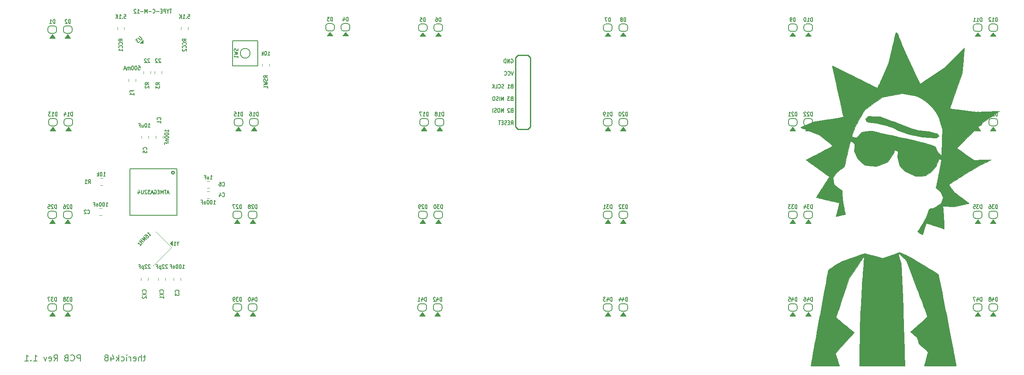
<source format=gbr>
G04 #@! TF.GenerationSoftware,KiCad,Pcbnew,(5.1.2-1)-1*
G04 #@! TF.CreationDate,2020-05-23T15:22:12-05:00*
G04 #@! TF.ProjectId,therick48,74686572-6963-46b3-9438-2e6b69636164,rev?*
G04 #@! TF.SameCoordinates,Original*
G04 #@! TF.FileFunction,Legend,Bot*
G04 #@! TF.FilePolarity,Positive*
%FSLAX46Y46*%
G04 Gerber Fmt 4.6, Leading zero omitted, Abs format (unit mm)*
G04 Created by KiCad (PCBNEW (5.1.2-1)-1) date 2020-05-23 15:22:12*
%MOMM*%
%LPD*%
G04 APERTURE LIST*
%ADD10C,0.200000*%
%ADD11C,0.254000*%
%ADD12C,0.120000*%
%ADD13C,0.150000*%
%ADD14C,0.100000*%
%ADD15C,0.010000*%
%ADD16C,0.203200*%
G04 APERTURE END LIST*
D10*
X82535746Y-108411856D02*
X82059555Y-108411856D01*
X82357174Y-107995190D02*
X82357174Y-109066618D01*
X82297651Y-109185666D01*
X82178603Y-109245190D01*
X82059555Y-109245190D01*
X81642889Y-109245190D02*
X81642889Y-107995190D01*
X81107174Y-109245190D02*
X81107174Y-108590428D01*
X81166698Y-108471380D01*
X81285746Y-108411856D01*
X81464317Y-108411856D01*
X81583365Y-108471380D01*
X81642889Y-108530904D01*
X80035746Y-109185666D02*
X80154794Y-109245190D01*
X80392889Y-109245190D01*
X80511936Y-109185666D01*
X80571460Y-109066618D01*
X80571460Y-108590428D01*
X80511936Y-108471380D01*
X80392889Y-108411856D01*
X80154794Y-108411856D01*
X80035746Y-108471380D01*
X79976222Y-108590428D01*
X79976222Y-108709475D01*
X80571460Y-108828523D01*
X79440508Y-109245190D02*
X79440508Y-108411856D01*
X79440508Y-108649952D02*
X79380984Y-108530904D01*
X79321460Y-108471380D01*
X79202413Y-108411856D01*
X79083365Y-108411856D01*
X78666698Y-109245190D02*
X78666698Y-108411856D01*
X78666698Y-107995190D02*
X78726222Y-108054714D01*
X78666698Y-108114237D01*
X78607174Y-108054714D01*
X78666698Y-107995190D01*
X78666698Y-108114237D01*
X77535746Y-109185666D02*
X77654794Y-109245190D01*
X77892889Y-109245190D01*
X78011936Y-109185666D01*
X78071460Y-109126142D01*
X78130984Y-109007094D01*
X78130984Y-108649952D01*
X78071460Y-108530904D01*
X78011936Y-108471380D01*
X77892889Y-108411856D01*
X77654794Y-108411856D01*
X77535746Y-108471380D01*
X77000032Y-109245190D02*
X77000032Y-107995190D01*
X76880984Y-108768999D02*
X76523841Y-109245190D01*
X76523841Y-108411856D02*
X77000032Y-108888047D01*
X75452413Y-108411856D02*
X75452413Y-109245190D01*
X75750032Y-107935666D02*
X76047651Y-108828523D01*
X75273841Y-108828523D01*
X74619079Y-108530904D02*
X74738127Y-108471380D01*
X74797651Y-108411856D01*
X74857174Y-108292809D01*
X74857174Y-108233285D01*
X74797651Y-108114237D01*
X74738127Y-108054714D01*
X74619079Y-107995190D01*
X74380984Y-107995190D01*
X74261936Y-108054714D01*
X74202413Y-108114237D01*
X74142889Y-108233285D01*
X74142889Y-108292809D01*
X74202413Y-108411856D01*
X74261936Y-108471380D01*
X74380984Y-108530904D01*
X74619079Y-108530904D01*
X74738127Y-108590428D01*
X74797651Y-108649952D01*
X74857174Y-108768999D01*
X74857174Y-109007094D01*
X74797651Y-109126142D01*
X74738127Y-109185666D01*
X74619079Y-109245190D01*
X74380984Y-109245190D01*
X74261936Y-109185666D01*
X74202413Y-109126142D01*
X74142889Y-109007094D01*
X74142889Y-108768999D01*
X74202413Y-108649952D01*
X74261936Y-108590428D01*
X74380984Y-108530904D01*
X69114594Y-109245190D02*
X69114594Y-107995190D01*
X68638404Y-107995190D01*
X68519356Y-108054714D01*
X68459833Y-108114237D01*
X68400309Y-108233285D01*
X68400309Y-108411856D01*
X68459833Y-108530904D01*
X68519356Y-108590428D01*
X68638404Y-108649952D01*
X69114594Y-108649952D01*
X67150309Y-109126142D02*
X67209833Y-109185666D01*
X67388404Y-109245190D01*
X67507452Y-109245190D01*
X67686023Y-109185666D01*
X67805071Y-109066618D01*
X67864594Y-108947571D01*
X67924118Y-108709475D01*
X67924118Y-108530904D01*
X67864594Y-108292809D01*
X67805071Y-108173761D01*
X67686023Y-108054714D01*
X67507452Y-107995190D01*
X67388404Y-107995190D01*
X67209833Y-108054714D01*
X67150309Y-108114237D01*
X66197928Y-108590428D02*
X66019356Y-108649952D01*
X65959833Y-108709475D01*
X65900309Y-108828523D01*
X65900309Y-109007094D01*
X65959833Y-109126142D01*
X66019356Y-109185666D01*
X66138404Y-109245190D01*
X66614594Y-109245190D01*
X66614594Y-107995190D01*
X66197928Y-107995190D01*
X66078880Y-108054714D01*
X66019356Y-108114237D01*
X65959833Y-108233285D01*
X65959833Y-108352333D01*
X66019356Y-108471380D01*
X66078880Y-108530904D01*
X66197928Y-108590428D01*
X66614594Y-108590428D01*
X63697928Y-109245190D02*
X64114594Y-108649952D01*
X64412213Y-109245190D02*
X64412213Y-107995190D01*
X63936023Y-107995190D01*
X63816975Y-108054714D01*
X63757452Y-108114237D01*
X63697928Y-108233285D01*
X63697928Y-108411856D01*
X63757452Y-108530904D01*
X63816975Y-108590428D01*
X63936023Y-108649952D01*
X64412213Y-108649952D01*
X62686023Y-109185666D02*
X62805071Y-109245190D01*
X63043166Y-109245190D01*
X63162213Y-109185666D01*
X63221737Y-109066618D01*
X63221737Y-108590428D01*
X63162213Y-108471380D01*
X63043166Y-108411856D01*
X62805071Y-108411856D01*
X62686023Y-108471380D01*
X62626499Y-108590428D01*
X62626499Y-108709475D01*
X63221737Y-108828523D01*
X62209833Y-108411856D02*
X61912213Y-109245190D01*
X61614594Y-108411856D01*
X59531261Y-109245190D02*
X60245547Y-109245190D01*
X59888404Y-109245190D02*
X59888404Y-107995190D01*
X60007452Y-108173761D01*
X60126499Y-108292809D01*
X60245547Y-108352333D01*
X58995547Y-109126142D02*
X58936023Y-109185666D01*
X58995547Y-109245190D01*
X59055071Y-109185666D01*
X58995547Y-109126142D01*
X58995547Y-109245190D01*
X57745547Y-109245190D02*
X58459833Y-109245190D01*
X58102690Y-109245190D02*
X58102690Y-107995190D01*
X58221737Y-108173761D01*
X58340785Y-108292809D01*
X58459833Y-108352333D01*
D11*
X161504000Y-46848000D02*
X160996000Y-46340000D01*
X160996000Y-46340000D02*
X158964000Y-46340000D01*
X158964000Y-46340000D02*
X158456000Y-46848000D01*
X158456000Y-46848000D02*
X158456000Y-61072000D01*
X158456000Y-61072000D02*
X158964000Y-61580000D01*
X158964000Y-61580000D02*
X160996000Y-61580000D01*
X160996000Y-61580000D02*
X161504000Y-61072000D01*
X161504000Y-61072000D02*
X161504000Y-46848000D01*
D12*
X84640500Y-63455252D02*
X84640500Y-62932748D01*
X86060500Y-63455252D02*
X86060500Y-62932748D01*
D13*
X105580000Y-48580000D02*
X105580000Y-43380000D01*
X105580000Y-43380000D02*
X100380000Y-43380000D01*
X100380000Y-43380000D02*
X100380000Y-48580000D01*
X100380000Y-48580000D02*
X105580000Y-48580000D01*
X103980000Y-45980000D02*
G75*
G03X103980000Y-45980000I-1000000J0D01*
G01*
D12*
X95115748Y-74420000D02*
X95638252Y-74420000D01*
X95115748Y-75840000D02*
X95638252Y-75840000D01*
X95115748Y-72315000D02*
X95638252Y-72315000D01*
X95115748Y-73735000D02*
X95638252Y-73735000D01*
X89729000Y-92163748D02*
X89729000Y-92686252D01*
X88309000Y-92163748D02*
X88309000Y-92686252D01*
X86562000Y-92163748D02*
X86562000Y-92686252D01*
X85142000Y-92163748D02*
X85142000Y-92686252D01*
X83006000Y-92163748D02*
X83006000Y-92686252D01*
X81586000Y-92163748D02*
X81586000Y-92686252D01*
X87837679Y-85906802D02*
X84019302Y-89725179D01*
X84655698Y-82724821D02*
X87837679Y-85906802D01*
D14*
G36*
X88010920Y-85587897D02*
G01*
X87480590Y-85057567D01*
X88010920Y-84527237D01*
X88010920Y-85587897D01*
G37*
X88010920Y-85587897D02*
X87480590Y-85057567D01*
X88010920Y-84527237D01*
X88010920Y-85587897D01*
D12*
X83137000Y-63455252D02*
X83137000Y-62932748D01*
X81717000Y-63455252D02*
X81717000Y-62932748D01*
X73176248Y-71680000D02*
X73698752Y-71680000D01*
X73176248Y-73100000D02*
X73698752Y-73100000D01*
X106478000Y-48680002D02*
X106478000Y-48157498D01*
X107898000Y-48680002D02*
X107898000Y-48157498D01*
X79046000Y-51823252D02*
X79046000Y-51300748D01*
X80466000Y-51823252D02*
X80466000Y-51300748D01*
X84380000Y-50204252D02*
X84380000Y-49681748D01*
X85800000Y-50204252D02*
X85800000Y-49681748D01*
X82137000Y-50204252D02*
X82137000Y-49681748D01*
X83557000Y-50204252D02*
X83557000Y-49681748D01*
X91246000Y-40590748D02*
X91246000Y-41113252D01*
X89826000Y-40590748D02*
X89826000Y-41113252D01*
X78165000Y-40590748D02*
X78165000Y-41113252D01*
X76745000Y-40590748D02*
X76745000Y-41113252D01*
X73540252Y-79323000D02*
X73017748Y-79323000D01*
X73540252Y-77903000D02*
X73017748Y-77903000D01*
D14*
G36*
X142875000Y-61115575D02*
G01*
X142275000Y-61915575D01*
X143475000Y-61915575D01*
X142875000Y-61115575D01*
G37*
X142875000Y-61115575D02*
X142275000Y-61915575D01*
X143475000Y-61915575D01*
X142875000Y-61115575D01*
D10*
X143775000Y-60401337D02*
X143775000Y-59901375D01*
X143275000Y-60901375D02*
G75*
G03X143775000Y-60401375I0J500000D01*
G01*
X143775000Y-59901375D02*
G75*
G03X143275000Y-59401375I-500000J0D01*
G01*
X142475000Y-59401375D02*
X143275000Y-59401375D01*
X142475000Y-59401375D02*
G75*
G03X141975000Y-59901375I0J-500000D01*
G01*
X141975000Y-59901413D02*
X141975000Y-60401375D01*
X142475000Y-60901375D02*
X143275000Y-60901375D01*
X141975000Y-60401375D02*
G75*
G03X142475000Y-60901375I500000J0D01*
G01*
D14*
G36*
X256540000Y-99215575D02*
G01*
X255940000Y-100015575D01*
X257140000Y-100015575D01*
X256540000Y-99215575D01*
G37*
X256540000Y-99215575D02*
X255940000Y-100015575D01*
X257140000Y-100015575D01*
X256540000Y-99215575D01*
D10*
X257440000Y-98501337D02*
X257440000Y-98001375D01*
X256940000Y-99001375D02*
G75*
G03X257440000Y-98501375I0J500000D01*
G01*
X257440000Y-98001375D02*
G75*
G03X256940000Y-97501375I-500000J0D01*
G01*
X256140000Y-97501375D02*
X256940000Y-97501375D01*
X256140000Y-97501375D02*
G75*
G03X255640000Y-98001375I0J-500000D01*
G01*
X255640000Y-98001413D02*
X255640000Y-98501375D01*
X256140000Y-99001375D02*
X256940000Y-99001375D01*
X255640000Y-98501375D02*
G75*
G03X256140000Y-99001375I500000J0D01*
G01*
D14*
G36*
X253365000Y-99215575D02*
G01*
X252765000Y-100015575D01*
X253965000Y-100015575D01*
X253365000Y-99215575D01*
G37*
X253365000Y-99215575D02*
X252765000Y-100015575D01*
X253965000Y-100015575D01*
X253365000Y-99215575D01*
D10*
X254265000Y-98501337D02*
X254265000Y-98001375D01*
X253765000Y-99001375D02*
G75*
G03X254265000Y-98501375I0J500000D01*
G01*
X254265000Y-98001375D02*
G75*
G03X253765000Y-97501375I-500000J0D01*
G01*
X252965000Y-97501375D02*
X253765000Y-97501375D01*
X252965000Y-97501375D02*
G75*
G03X252465000Y-98001375I0J-500000D01*
G01*
X252465000Y-98001413D02*
X252465000Y-98501375D01*
X252965000Y-99001375D02*
X253765000Y-99001375D01*
X252465000Y-98501375D02*
G75*
G03X252965000Y-99001375I500000J0D01*
G01*
D14*
G36*
X218567000Y-99215575D02*
G01*
X217967000Y-100015575D01*
X219167000Y-100015575D01*
X218567000Y-99215575D01*
G37*
X218567000Y-99215575D02*
X217967000Y-100015575D01*
X219167000Y-100015575D01*
X218567000Y-99215575D01*
D10*
X219467000Y-98501337D02*
X219467000Y-98001375D01*
X218967000Y-99001375D02*
G75*
G03X219467000Y-98501375I0J500000D01*
G01*
X219467000Y-98001375D02*
G75*
G03X218967000Y-97501375I-500000J0D01*
G01*
X218167000Y-97501375D02*
X218967000Y-97501375D01*
X218167000Y-97501375D02*
G75*
G03X217667000Y-98001375I0J-500000D01*
G01*
X217667000Y-98001413D02*
X217667000Y-98501375D01*
X218167000Y-99001375D02*
X218967000Y-99001375D01*
X217667000Y-98501375D02*
G75*
G03X218167000Y-99001375I500000J0D01*
G01*
D14*
G36*
X215392000Y-99215575D02*
G01*
X214792000Y-100015575D01*
X215992000Y-100015575D01*
X215392000Y-99215575D01*
G37*
X215392000Y-99215575D02*
X214792000Y-100015575D01*
X215992000Y-100015575D01*
X215392000Y-99215575D01*
D10*
X216292000Y-98501337D02*
X216292000Y-98001375D01*
X215792000Y-99001375D02*
G75*
G03X216292000Y-98501375I0J500000D01*
G01*
X216292000Y-98001375D02*
G75*
G03X215792000Y-97501375I-500000J0D01*
G01*
X214992000Y-97501375D02*
X215792000Y-97501375D01*
X214992000Y-97501375D02*
G75*
G03X214492000Y-98001375I0J-500000D01*
G01*
X214492000Y-98001413D02*
X214492000Y-98501375D01*
X214992000Y-99001375D02*
X215792000Y-99001375D01*
X214492000Y-98501375D02*
G75*
G03X214992000Y-99001375I500000J0D01*
G01*
D14*
G36*
X180594000Y-99215575D02*
G01*
X179994000Y-100015575D01*
X181194000Y-100015575D01*
X180594000Y-99215575D01*
G37*
X180594000Y-99215575D02*
X179994000Y-100015575D01*
X181194000Y-100015575D01*
X180594000Y-99215575D01*
D10*
X181494000Y-98501337D02*
X181494000Y-98001375D01*
X180994000Y-99001375D02*
G75*
G03X181494000Y-98501375I0J500000D01*
G01*
X181494000Y-98001375D02*
G75*
G03X180994000Y-97501375I-500000J0D01*
G01*
X180194000Y-97501375D02*
X180994000Y-97501375D01*
X180194000Y-97501375D02*
G75*
G03X179694000Y-98001375I0J-500000D01*
G01*
X179694000Y-98001413D02*
X179694000Y-98501375D01*
X180194000Y-99001375D02*
X180994000Y-99001375D01*
X179694000Y-98501375D02*
G75*
G03X180194000Y-99001375I500000J0D01*
G01*
D14*
G36*
X177419000Y-99215575D02*
G01*
X176819000Y-100015575D01*
X178019000Y-100015575D01*
X177419000Y-99215575D01*
G37*
X177419000Y-99215575D02*
X176819000Y-100015575D01*
X178019000Y-100015575D01*
X177419000Y-99215575D01*
D10*
X178319000Y-98501337D02*
X178319000Y-98001375D01*
X177819000Y-99001375D02*
G75*
G03X178319000Y-98501375I0J500000D01*
G01*
X178319000Y-98001375D02*
G75*
G03X177819000Y-97501375I-500000J0D01*
G01*
X177019000Y-97501375D02*
X177819000Y-97501375D01*
X177019000Y-97501375D02*
G75*
G03X176519000Y-98001375I0J-500000D01*
G01*
X176519000Y-98001413D02*
X176519000Y-98501375D01*
X177019000Y-99001375D02*
X177819000Y-99001375D01*
X176519000Y-98501375D02*
G75*
G03X177019000Y-99001375I500000J0D01*
G01*
D14*
G36*
X142494000Y-99215575D02*
G01*
X141894000Y-100015575D01*
X143094000Y-100015575D01*
X142494000Y-99215575D01*
G37*
X142494000Y-99215575D02*
X141894000Y-100015575D01*
X143094000Y-100015575D01*
X142494000Y-99215575D01*
D10*
X143394000Y-98501337D02*
X143394000Y-98001375D01*
X142894000Y-99001375D02*
G75*
G03X143394000Y-98501375I0J500000D01*
G01*
X143394000Y-98001375D02*
G75*
G03X142894000Y-97501375I-500000J0D01*
G01*
X142094000Y-97501375D02*
X142894000Y-97501375D01*
X142094000Y-97501375D02*
G75*
G03X141594000Y-98001375I0J-500000D01*
G01*
X141594000Y-98001413D02*
X141594000Y-98501375D01*
X142094000Y-99001375D02*
X142894000Y-99001375D01*
X141594000Y-98501375D02*
G75*
G03X142094000Y-99001375I500000J0D01*
G01*
D14*
G36*
X139319000Y-99215575D02*
G01*
X138719000Y-100015575D01*
X139919000Y-100015575D01*
X139319000Y-99215575D01*
G37*
X139319000Y-99215575D02*
X138719000Y-100015575D01*
X139919000Y-100015575D01*
X139319000Y-99215575D01*
D10*
X140219000Y-98501337D02*
X140219000Y-98001375D01*
X139719000Y-99001375D02*
G75*
G03X140219000Y-98501375I0J500000D01*
G01*
X140219000Y-98001375D02*
G75*
G03X139719000Y-97501375I-500000J0D01*
G01*
X138919000Y-97501375D02*
X139719000Y-97501375D01*
X138919000Y-97501375D02*
G75*
G03X138419000Y-98001375I0J-500000D01*
G01*
X138419000Y-98001413D02*
X138419000Y-98501375D01*
X138919000Y-99001375D02*
X139719000Y-99001375D01*
X138419000Y-98501375D02*
G75*
G03X138919000Y-99001375I500000J0D01*
G01*
D14*
G36*
X104521000Y-99215575D02*
G01*
X103921000Y-100015575D01*
X105121000Y-100015575D01*
X104521000Y-99215575D01*
G37*
X104521000Y-99215575D02*
X103921000Y-100015575D01*
X105121000Y-100015575D01*
X104521000Y-99215575D01*
D10*
X105421000Y-98501337D02*
X105421000Y-98001375D01*
X104921000Y-99001375D02*
G75*
G03X105421000Y-98501375I0J500000D01*
G01*
X105421000Y-98001375D02*
G75*
G03X104921000Y-97501375I-500000J0D01*
G01*
X104121000Y-97501375D02*
X104921000Y-97501375D01*
X104121000Y-97501375D02*
G75*
G03X103621000Y-98001375I0J-500000D01*
G01*
X103621000Y-98001413D02*
X103621000Y-98501375D01*
X104121000Y-99001375D02*
X104921000Y-99001375D01*
X103621000Y-98501375D02*
G75*
G03X104121000Y-99001375I500000J0D01*
G01*
D14*
G36*
X101346000Y-99215575D02*
G01*
X100746000Y-100015575D01*
X101946000Y-100015575D01*
X101346000Y-99215575D01*
G37*
X101346000Y-99215575D02*
X100746000Y-100015575D01*
X101946000Y-100015575D01*
X101346000Y-99215575D01*
D10*
X102246000Y-98501337D02*
X102246000Y-98001375D01*
X101746000Y-99001375D02*
G75*
G03X102246000Y-98501375I0J500000D01*
G01*
X102246000Y-98001375D02*
G75*
G03X101746000Y-97501375I-500000J0D01*
G01*
X100946000Y-97501375D02*
X101746000Y-97501375D01*
X100946000Y-97501375D02*
G75*
G03X100446000Y-98001375I0J-500000D01*
G01*
X100446000Y-98001413D02*
X100446000Y-98501375D01*
X100946000Y-99001375D02*
X101746000Y-99001375D01*
X100446000Y-98501375D02*
G75*
G03X100946000Y-99001375I500000J0D01*
G01*
D14*
G36*
X66548000Y-99215575D02*
G01*
X65948000Y-100015575D01*
X67148000Y-100015575D01*
X66548000Y-99215575D01*
G37*
X66548000Y-99215575D02*
X65948000Y-100015575D01*
X67148000Y-100015575D01*
X66548000Y-99215575D01*
D10*
X67448000Y-98501337D02*
X67448000Y-98001375D01*
X66948000Y-99001375D02*
G75*
G03X67448000Y-98501375I0J500000D01*
G01*
X67448000Y-98001375D02*
G75*
G03X66948000Y-97501375I-500000J0D01*
G01*
X66148000Y-97501375D02*
X66948000Y-97501375D01*
X66148000Y-97501375D02*
G75*
G03X65648000Y-98001375I0J-500000D01*
G01*
X65648000Y-98001413D02*
X65648000Y-98501375D01*
X66148000Y-99001375D02*
X66948000Y-99001375D01*
X65648000Y-98501375D02*
G75*
G03X66148000Y-99001375I500000J0D01*
G01*
D14*
G36*
X63373805Y-99215575D02*
G01*
X62773805Y-100015575D01*
X63973805Y-100015575D01*
X63373805Y-99215575D01*
G37*
X63373805Y-99215575D02*
X62773805Y-100015575D01*
X63973805Y-100015575D01*
X63373805Y-99215575D01*
D10*
X64273805Y-98501337D02*
X64273805Y-98001375D01*
X63773805Y-99001375D02*
G75*
G03X64273805Y-98501375I0J500000D01*
G01*
X64273805Y-98001375D02*
G75*
G03X63773805Y-97501375I-500000J0D01*
G01*
X62973805Y-97501375D02*
X63773805Y-97501375D01*
X62973805Y-97501375D02*
G75*
G03X62473805Y-98001375I0J-500000D01*
G01*
X62473805Y-98001413D02*
X62473805Y-98501375D01*
X62973805Y-99001375D02*
X63773805Y-99001375D01*
X62473805Y-98501375D02*
G75*
G03X62973805Y-99001375I500000J0D01*
G01*
D14*
G36*
X256540000Y-80165575D02*
G01*
X255940000Y-80965575D01*
X257140000Y-80965575D01*
X256540000Y-80165575D01*
G37*
X256540000Y-80165575D02*
X255940000Y-80965575D01*
X257140000Y-80965575D01*
X256540000Y-80165575D01*
D10*
X257440000Y-79451337D02*
X257440000Y-78951375D01*
X256940000Y-79951375D02*
G75*
G03X257440000Y-79451375I0J500000D01*
G01*
X257440000Y-78951375D02*
G75*
G03X256940000Y-78451375I-500000J0D01*
G01*
X256140000Y-78451375D02*
X256940000Y-78451375D01*
X256140000Y-78451375D02*
G75*
G03X255640000Y-78951375I0J-500000D01*
G01*
X255640000Y-78951413D02*
X255640000Y-79451375D01*
X256140000Y-79951375D02*
X256940000Y-79951375D01*
X255640000Y-79451375D02*
G75*
G03X256140000Y-79951375I500000J0D01*
G01*
D14*
G36*
X253365000Y-80165575D02*
G01*
X252765000Y-80965575D01*
X253965000Y-80965575D01*
X253365000Y-80165575D01*
G37*
X253365000Y-80165575D02*
X252765000Y-80965575D01*
X253965000Y-80965575D01*
X253365000Y-80165575D01*
D10*
X254265000Y-79451337D02*
X254265000Y-78951375D01*
X253765000Y-79951375D02*
G75*
G03X254265000Y-79451375I0J500000D01*
G01*
X254265000Y-78951375D02*
G75*
G03X253765000Y-78451375I-500000J0D01*
G01*
X252965000Y-78451375D02*
X253765000Y-78451375D01*
X252965000Y-78451375D02*
G75*
G03X252465000Y-78951375I0J-500000D01*
G01*
X252465000Y-78951413D02*
X252465000Y-79451375D01*
X252965000Y-79951375D02*
X253765000Y-79951375D01*
X252465000Y-79451375D02*
G75*
G03X252965000Y-79951375I500000J0D01*
G01*
D14*
G36*
X218567000Y-80165575D02*
G01*
X217967000Y-80965575D01*
X219167000Y-80965575D01*
X218567000Y-80165575D01*
G37*
X218567000Y-80165575D02*
X217967000Y-80965575D01*
X219167000Y-80965575D01*
X218567000Y-80165575D01*
D10*
X219467000Y-79451337D02*
X219467000Y-78951375D01*
X218967000Y-79951375D02*
G75*
G03X219467000Y-79451375I0J500000D01*
G01*
X219467000Y-78951375D02*
G75*
G03X218967000Y-78451375I-500000J0D01*
G01*
X218167000Y-78451375D02*
X218967000Y-78451375D01*
X218167000Y-78451375D02*
G75*
G03X217667000Y-78951375I0J-500000D01*
G01*
X217667000Y-78951413D02*
X217667000Y-79451375D01*
X218167000Y-79951375D02*
X218967000Y-79951375D01*
X217667000Y-79451375D02*
G75*
G03X218167000Y-79951375I500000J0D01*
G01*
D14*
G36*
X215392000Y-80165575D02*
G01*
X214792000Y-80965575D01*
X215992000Y-80965575D01*
X215392000Y-80165575D01*
G37*
X215392000Y-80165575D02*
X214792000Y-80965575D01*
X215992000Y-80965575D01*
X215392000Y-80165575D01*
D10*
X216292000Y-79451337D02*
X216292000Y-78951375D01*
X215792000Y-79951375D02*
G75*
G03X216292000Y-79451375I0J500000D01*
G01*
X216292000Y-78951375D02*
G75*
G03X215792000Y-78451375I-500000J0D01*
G01*
X214992000Y-78451375D02*
X215792000Y-78451375D01*
X214992000Y-78451375D02*
G75*
G03X214492000Y-78951375I0J-500000D01*
G01*
X214492000Y-78951413D02*
X214492000Y-79451375D01*
X214992000Y-79951375D02*
X215792000Y-79951375D01*
X214492000Y-79451375D02*
G75*
G03X214992000Y-79951375I500000J0D01*
G01*
D14*
G36*
X180594000Y-80165575D02*
G01*
X179994000Y-80965575D01*
X181194000Y-80965575D01*
X180594000Y-80165575D01*
G37*
X180594000Y-80165575D02*
X179994000Y-80965575D01*
X181194000Y-80965575D01*
X180594000Y-80165575D01*
D10*
X181494000Y-79451337D02*
X181494000Y-78951375D01*
X180994000Y-79951375D02*
G75*
G03X181494000Y-79451375I0J500000D01*
G01*
X181494000Y-78951375D02*
G75*
G03X180994000Y-78451375I-500000J0D01*
G01*
X180194000Y-78451375D02*
X180994000Y-78451375D01*
X180194000Y-78451375D02*
G75*
G03X179694000Y-78951375I0J-500000D01*
G01*
X179694000Y-78951413D02*
X179694000Y-79451375D01*
X180194000Y-79951375D02*
X180994000Y-79951375D01*
X179694000Y-79451375D02*
G75*
G03X180194000Y-79951375I500000J0D01*
G01*
D14*
G36*
X177419000Y-80165575D02*
G01*
X176819000Y-80965575D01*
X178019000Y-80965575D01*
X177419000Y-80165575D01*
G37*
X177419000Y-80165575D02*
X176819000Y-80965575D01*
X178019000Y-80965575D01*
X177419000Y-80165575D01*
D10*
X178319000Y-79451337D02*
X178319000Y-78951375D01*
X177819000Y-79951375D02*
G75*
G03X178319000Y-79451375I0J500000D01*
G01*
X178319000Y-78951375D02*
G75*
G03X177819000Y-78451375I-500000J0D01*
G01*
X177019000Y-78451375D02*
X177819000Y-78451375D01*
X177019000Y-78451375D02*
G75*
G03X176519000Y-78951375I0J-500000D01*
G01*
X176519000Y-78951413D02*
X176519000Y-79451375D01*
X177019000Y-79951375D02*
X177819000Y-79951375D01*
X176519000Y-79451375D02*
G75*
G03X177019000Y-79951375I500000J0D01*
G01*
D14*
G36*
X142621000Y-80165575D02*
G01*
X142021000Y-80965575D01*
X143221000Y-80965575D01*
X142621000Y-80165575D01*
G37*
X142621000Y-80165575D02*
X142021000Y-80965575D01*
X143221000Y-80965575D01*
X142621000Y-80165575D01*
D10*
X143521000Y-79451337D02*
X143521000Y-78951375D01*
X143021000Y-79951375D02*
G75*
G03X143521000Y-79451375I0J500000D01*
G01*
X143521000Y-78951375D02*
G75*
G03X143021000Y-78451375I-500000J0D01*
G01*
X142221000Y-78451375D02*
X143021000Y-78451375D01*
X142221000Y-78451375D02*
G75*
G03X141721000Y-78951375I0J-500000D01*
G01*
X141721000Y-78951413D02*
X141721000Y-79451375D01*
X142221000Y-79951375D02*
X143021000Y-79951375D01*
X141721000Y-79451375D02*
G75*
G03X142221000Y-79951375I500000J0D01*
G01*
D14*
G36*
X139446000Y-80165575D02*
G01*
X138846000Y-80965575D01*
X140046000Y-80965575D01*
X139446000Y-80165575D01*
G37*
X139446000Y-80165575D02*
X138846000Y-80965575D01*
X140046000Y-80965575D01*
X139446000Y-80165575D01*
D10*
X140346000Y-79451337D02*
X140346000Y-78951375D01*
X139846000Y-79951375D02*
G75*
G03X140346000Y-79451375I0J500000D01*
G01*
X140346000Y-78951375D02*
G75*
G03X139846000Y-78451375I-500000J0D01*
G01*
X139046000Y-78451375D02*
X139846000Y-78451375D01*
X139046000Y-78451375D02*
G75*
G03X138546000Y-78951375I0J-500000D01*
G01*
X138546000Y-78951413D02*
X138546000Y-79451375D01*
X139046000Y-79951375D02*
X139846000Y-79951375D01*
X138546000Y-79451375D02*
G75*
G03X139046000Y-79951375I500000J0D01*
G01*
D14*
G36*
X104521000Y-80165575D02*
G01*
X103921000Y-80965575D01*
X105121000Y-80965575D01*
X104521000Y-80165575D01*
G37*
X104521000Y-80165575D02*
X103921000Y-80965575D01*
X105121000Y-80965575D01*
X104521000Y-80165575D01*
D10*
X105421000Y-79451337D02*
X105421000Y-78951375D01*
X104921000Y-79951375D02*
G75*
G03X105421000Y-79451375I0J500000D01*
G01*
X105421000Y-78951375D02*
G75*
G03X104921000Y-78451375I-500000J0D01*
G01*
X104121000Y-78451375D02*
X104921000Y-78451375D01*
X104121000Y-78451375D02*
G75*
G03X103621000Y-78951375I0J-500000D01*
G01*
X103621000Y-78951413D02*
X103621000Y-79451375D01*
X104121000Y-79951375D02*
X104921000Y-79951375D01*
X103621000Y-79451375D02*
G75*
G03X104121000Y-79951375I500000J0D01*
G01*
D14*
G36*
X101346000Y-80165575D02*
G01*
X100746000Y-80965575D01*
X101946000Y-80965575D01*
X101346000Y-80165575D01*
G37*
X101346000Y-80165575D02*
X100746000Y-80965575D01*
X101946000Y-80965575D01*
X101346000Y-80165575D01*
D10*
X102246000Y-79451337D02*
X102246000Y-78951375D01*
X101746000Y-79951375D02*
G75*
G03X102246000Y-79451375I0J500000D01*
G01*
X102246000Y-78951375D02*
G75*
G03X101746000Y-78451375I-500000J0D01*
G01*
X100946000Y-78451375D02*
X101746000Y-78451375D01*
X100946000Y-78451375D02*
G75*
G03X100446000Y-78951375I0J-500000D01*
G01*
X100446000Y-78951413D02*
X100446000Y-79451375D01*
X100946000Y-79951375D02*
X101746000Y-79951375D01*
X100446000Y-79451375D02*
G75*
G03X100946000Y-79951375I500000J0D01*
G01*
D14*
G36*
X66548000Y-80165575D02*
G01*
X65948000Y-80965575D01*
X67148000Y-80965575D01*
X66548000Y-80165575D01*
G37*
X66548000Y-80165575D02*
X65948000Y-80965575D01*
X67148000Y-80965575D01*
X66548000Y-80165575D01*
D10*
X67448000Y-79451337D02*
X67448000Y-78951375D01*
X66948000Y-79951375D02*
G75*
G03X67448000Y-79451375I0J500000D01*
G01*
X67448000Y-78951375D02*
G75*
G03X66948000Y-78451375I-500000J0D01*
G01*
X66148000Y-78451375D02*
X66948000Y-78451375D01*
X66148000Y-78451375D02*
G75*
G03X65648000Y-78951375I0J-500000D01*
G01*
X65648000Y-78951413D02*
X65648000Y-79451375D01*
X66148000Y-79951375D02*
X66948000Y-79951375D01*
X65648000Y-79451375D02*
G75*
G03X66148000Y-79951375I500000J0D01*
G01*
D14*
G36*
X63373000Y-80165575D02*
G01*
X62773000Y-80965575D01*
X63973000Y-80965575D01*
X63373000Y-80165575D01*
G37*
X63373000Y-80165575D02*
X62773000Y-80965575D01*
X63973000Y-80965575D01*
X63373000Y-80165575D01*
D10*
X64273000Y-79451337D02*
X64273000Y-78951375D01*
X63773000Y-79951375D02*
G75*
G03X64273000Y-79451375I0J500000D01*
G01*
X64273000Y-78951375D02*
G75*
G03X63773000Y-78451375I-500000J0D01*
G01*
X62973000Y-78451375D02*
X63773000Y-78451375D01*
X62973000Y-78451375D02*
G75*
G03X62473000Y-78951375I0J-500000D01*
G01*
X62473000Y-78951413D02*
X62473000Y-79451375D01*
X62973000Y-79951375D02*
X63773000Y-79951375D01*
X62473000Y-79451375D02*
G75*
G03X62973000Y-79951375I500000J0D01*
G01*
D14*
G36*
X256540000Y-61115575D02*
G01*
X255940000Y-61915575D01*
X257140000Y-61915575D01*
X256540000Y-61115575D01*
G37*
X256540000Y-61115575D02*
X255940000Y-61915575D01*
X257140000Y-61915575D01*
X256540000Y-61115575D01*
D10*
X257440000Y-60401337D02*
X257440000Y-59901375D01*
X256940000Y-60901375D02*
G75*
G03X257440000Y-60401375I0J500000D01*
G01*
X257440000Y-59901375D02*
G75*
G03X256940000Y-59401375I-500000J0D01*
G01*
X256140000Y-59401375D02*
X256940000Y-59401375D01*
X256140000Y-59401375D02*
G75*
G03X255640000Y-59901375I0J-500000D01*
G01*
X255640000Y-59901413D02*
X255640000Y-60401375D01*
X256140000Y-60901375D02*
X256940000Y-60901375D01*
X255640000Y-60401375D02*
G75*
G03X256140000Y-60901375I500000J0D01*
G01*
D14*
G36*
X253365000Y-61115575D02*
G01*
X252765000Y-61915575D01*
X253965000Y-61915575D01*
X253365000Y-61115575D01*
G37*
X253365000Y-61115575D02*
X252765000Y-61915575D01*
X253965000Y-61915575D01*
X253365000Y-61115575D01*
D10*
X254265000Y-60401337D02*
X254265000Y-59901375D01*
X253765000Y-60901375D02*
G75*
G03X254265000Y-60401375I0J500000D01*
G01*
X254265000Y-59901375D02*
G75*
G03X253765000Y-59401375I-500000J0D01*
G01*
X252965000Y-59401375D02*
X253765000Y-59401375D01*
X252965000Y-59401375D02*
G75*
G03X252465000Y-59901375I0J-500000D01*
G01*
X252465000Y-59901413D02*
X252465000Y-60401375D01*
X252965000Y-60901375D02*
X253765000Y-60901375D01*
X252465000Y-60401375D02*
G75*
G03X252965000Y-60901375I500000J0D01*
G01*
D14*
G36*
X218567000Y-61115575D02*
G01*
X217967000Y-61915575D01*
X219167000Y-61915575D01*
X218567000Y-61115575D01*
G37*
X218567000Y-61115575D02*
X217967000Y-61915575D01*
X219167000Y-61915575D01*
X218567000Y-61115575D01*
D10*
X219467000Y-60401337D02*
X219467000Y-59901375D01*
X218967000Y-60901375D02*
G75*
G03X219467000Y-60401375I0J500000D01*
G01*
X219467000Y-59901375D02*
G75*
G03X218967000Y-59401375I-500000J0D01*
G01*
X218167000Y-59401375D02*
X218967000Y-59401375D01*
X218167000Y-59401375D02*
G75*
G03X217667000Y-59901375I0J-500000D01*
G01*
X217667000Y-59901413D02*
X217667000Y-60401375D01*
X218167000Y-60901375D02*
X218967000Y-60901375D01*
X217667000Y-60401375D02*
G75*
G03X218167000Y-60901375I500000J0D01*
G01*
D14*
G36*
X215392000Y-61115575D02*
G01*
X214792000Y-61915575D01*
X215992000Y-61915575D01*
X215392000Y-61115575D01*
G37*
X215392000Y-61115575D02*
X214792000Y-61915575D01*
X215992000Y-61915575D01*
X215392000Y-61115575D01*
D10*
X216292000Y-60401337D02*
X216292000Y-59901375D01*
X215792000Y-60901375D02*
G75*
G03X216292000Y-60401375I0J500000D01*
G01*
X216292000Y-59901375D02*
G75*
G03X215792000Y-59401375I-500000J0D01*
G01*
X214992000Y-59401375D02*
X215792000Y-59401375D01*
X214992000Y-59401375D02*
G75*
G03X214492000Y-59901375I0J-500000D01*
G01*
X214492000Y-59901413D02*
X214492000Y-60401375D01*
X214992000Y-60901375D02*
X215792000Y-60901375D01*
X214492000Y-60401375D02*
G75*
G03X214992000Y-60901375I500000J0D01*
G01*
D14*
G36*
X180594000Y-61115575D02*
G01*
X179994000Y-61915575D01*
X181194000Y-61915575D01*
X180594000Y-61115575D01*
G37*
X180594000Y-61115575D02*
X179994000Y-61915575D01*
X181194000Y-61915575D01*
X180594000Y-61115575D01*
D10*
X181494000Y-60401337D02*
X181494000Y-59901375D01*
X180994000Y-60901375D02*
G75*
G03X181494000Y-60401375I0J500000D01*
G01*
X181494000Y-59901375D02*
G75*
G03X180994000Y-59401375I-500000J0D01*
G01*
X180194000Y-59401375D02*
X180994000Y-59401375D01*
X180194000Y-59401375D02*
G75*
G03X179694000Y-59901375I0J-500000D01*
G01*
X179694000Y-59901413D02*
X179694000Y-60401375D01*
X180194000Y-60901375D02*
X180994000Y-60901375D01*
X179694000Y-60401375D02*
G75*
G03X180194000Y-60901375I500000J0D01*
G01*
D14*
G36*
X177419000Y-61115575D02*
G01*
X176819000Y-61915575D01*
X178019000Y-61915575D01*
X177419000Y-61115575D01*
G37*
X177419000Y-61115575D02*
X176819000Y-61915575D01*
X178019000Y-61915575D01*
X177419000Y-61115575D01*
D10*
X178319000Y-60401337D02*
X178319000Y-59901375D01*
X177819000Y-60901375D02*
G75*
G03X178319000Y-60401375I0J500000D01*
G01*
X178319000Y-59901375D02*
G75*
G03X177819000Y-59401375I-500000J0D01*
G01*
X177019000Y-59401375D02*
X177819000Y-59401375D01*
X177019000Y-59401375D02*
G75*
G03X176519000Y-59901375I0J-500000D01*
G01*
X176519000Y-59901413D02*
X176519000Y-60401375D01*
X177019000Y-60901375D02*
X177819000Y-60901375D01*
X176519000Y-60401375D02*
G75*
G03X177019000Y-60901375I500000J0D01*
G01*
D14*
G36*
X139700000Y-61115575D02*
G01*
X139100000Y-61915575D01*
X140300000Y-61915575D01*
X139700000Y-61115575D01*
G37*
X139700000Y-61115575D02*
X139100000Y-61915575D01*
X140300000Y-61915575D01*
X139700000Y-61115575D01*
D10*
X140600000Y-60401337D02*
X140600000Y-59901375D01*
X140100000Y-60901375D02*
G75*
G03X140600000Y-60401375I0J500000D01*
G01*
X140600000Y-59901375D02*
G75*
G03X140100000Y-59401375I-500000J0D01*
G01*
X139300000Y-59401375D02*
X140100000Y-59401375D01*
X139300000Y-59401375D02*
G75*
G03X138800000Y-59901375I0J-500000D01*
G01*
X138800000Y-59901413D02*
X138800000Y-60401375D01*
X139300000Y-60901375D02*
X140100000Y-60901375D01*
X138800000Y-60401375D02*
G75*
G03X139300000Y-60901375I500000J0D01*
G01*
D14*
G36*
X104775000Y-61115575D02*
G01*
X104175000Y-61915575D01*
X105375000Y-61915575D01*
X104775000Y-61115575D01*
G37*
X104775000Y-61115575D02*
X104175000Y-61915575D01*
X105375000Y-61915575D01*
X104775000Y-61115575D01*
D10*
X105675000Y-60401337D02*
X105675000Y-59901375D01*
X105175000Y-60901375D02*
G75*
G03X105675000Y-60401375I0J500000D01*
G01*
X105675000Y-59901375D02*
G75*
G03X105175000Y-59401375I-500000J0D01*
G01*
X104375000Y-59401375D02*
X105175000Y-59401375D01*
X104375000Y-59401375D02*
G75*
G03X103875000Y-59901375I0J-500000D01*
G01*
X103875000Y-59901413D02*
X103875000Y-60401375D01*
X104375000Y-60901375D02*
X105175000Y-60901375D01*
X103875000Y-60401375D02*
G75*
G03X104375000Y-60901375I500000J0D01*
G01*
D14*
G36*
X101600000Y-61115575D02*
G01*
X101000000Y-61915575D01*
X102200000Y-61915575D01*
X101600000Y-61115575D01*
G37*
X101600000Y-61115575D02*
X101000000Y-61915575D01*
X102200000Y-61915575D01*
X101600000Y-61115575D01*
D10*
X102500000Y-60401337D02*
X102500000Y-59901375D01*
X102000000Y-60901375D02*
G75*
G03X102500000Y-60401375I0J500000D01*
G01*
X102500000Y-59901375D02*
G75*
G03X102000000Y-59401375I-500000J0D01*
G01*
X101200000Y-59401375D02*
X102000000Y-59401375D01*
X101200000Y-59401375D02*
G75*
G03X100700000Y-59901375I0J-500000D01*
G01*
X100700000Y-59901413D02*
X100700000Y-60401375D01*
X101200000Y-60901375D02*
X102000000Y-60901375D01*
X100700000Y-60401375D02*
G75*
G03X101200000Y-60901375I500000J0D01*
G01*
X65775000Y-60401375D02*
G75*
G03X66275000Y-60901375I500000J0D01*
G01*
X66275000Y-60901375D02*
X67075000Y-60901375D01*
X65775000Y-59901413D02*
X65775000Y-60401375D01*
X66275000Y-59401375D02*
G75*
G03X65775000Y-59901375I0J-500000D01*
G01*
X66275000Y-59401375D02*
X67075000Y-59401375D01*
X67575000Y-59901375D02*
G75*
G03X67075000Y-59401375I-500000J0D01*
G01*
X67075000Y-60901375D02*
G75*
G03X67575000Y-60401375I0J500000D01*
G01*
X67575000Y-60401337D02*
X67575000Y-59901375D01*
D14*
G36*
X66675000Y-61115575D02*
G01*
X66075000Y-61915575D01*
X67275000Y-61915575D01*
X66675000Y-61115575D01*
G37*
X66675000Y-61115575D02*
X66075000Y-61915575D01*
X67275000Y-61915575D01*
X66675000Y-61115575D01*
D10*
X62600000Y-60401375D02*
G75*
G03X63100000Y-60901375I500000J0D01*
G01*
X63100000Y-60901375D02*
X63900000Y-60901375D01*
X62600000Y-59901413D02*
X62600000Y-60401375D01*
X63100000Y-59401375D02*
G75*
G03X62600000Y-59901375I0J-500000D01*
G01*
X63100000Y-59401375D02*
X63900000Y-59401375D01*
X64400000Y-59901375D02*
G75*
G03X63900000Y-59401375I-500000J0D01*
G01*
X63900000Y-60901375D02*
G75*
G03X64400000Y-60401375I0J500000D01*
G01*
X64400000Y-60401337D02*
X64400000Y-59901375D01*
D14*
G36*
X63500000Y-61115575D02*
G01*
X62900000Y-61915575D01*
X64100000Y-61915575D01*
X63500000Y-61115575D01*
G37*
X63500000Y-61115575D02*
X62900000Y-61915575D01*
X64100000Y-61915575D01*
X63500000Y-61115575D01*
G36*
X256540000Y-41685575D02*
G01*
X255940000Y-42485575D01*
X257140000Y-42485575D01*
X256540000Y-41685575D01*
G37*
X256540000Y-41685575D02*
X255940000Y-42485575D01*
X257140000Y-42485575D01*
X256540000Y-41685575D01*
D10*
X257440000Y-40971337D02*
X257440000Y-40471375D01*
X256940000Y-41471375D02*
G75*
G03X257440000Y-40971375I0J500000D01*
G01*
X257440000Y-40471375D02*
G75*
G03X256940000Y-39971375I-500000J0D01*
G01*
X256140000Y-39971375D02*
X256940000Y-39971375D01*
X256140000Y-39971375D02*
G75*
G03X255640000Y-40471375I0J-500000D01*
G01*
X255640000Y-40471413D02*
X255640000Y-40971375D01*
X256140000Y-41471375D02*
X256940000Y-41471375D01*
X255640000Y-40971375D02*
G75*
G03X256140000Y-41471375I500000J0D01*
G01*
D14*
G36*
X253365000Y-41685575D02*
G01*
X252765000Y-42485575D01*
X253965000Y-42485575D01*
X253365000Y-41685575D01*
G37*
X253365000Y-41685575D02*
X252765000Y-42485575D01*
X253965000Y-42485575D01*
X253365000Y-41685575D01*
D10*
X254265000Y-40971337D02*
X254265000Y-40471375D01*
X253765000Y-41471375D02*
G75*
G03X254265000Y-40971375I0J500000D01*
G01*
X254265000Y-40471375D02*
G75*
G03X253765000Y-39971375I-500000J0D01*
G01*
X252965000Y-39971375D02*
X253765000Y-39971375D01*
X252965000Y-39971375D02*
G75*
G03X252465000Y-40471375I0J-500000D01*
G01*
X252465000Y-40471413D02*
X252465000Y-40971375D01*
X252965000Y-41471375D02*
X253765000Y-41471375D01*
X252465000Y-40971375D02*
G75*
G03X252965000Y-41471375I500000J0D01*
G01*
D14*
G36*
X218567000Y-41685575D02*
G01*
X217967000Y-42485575D01*
X219167000Y-42485575D01*
X218567000Y-41685575D01*
G37*
X218567000Y-41685575D02*
X217967000Y-42485575D01*
X219167000Y-42485575D01*
X218567000Y-41685575D01*
D10*
X219467000Y-40971337D02*
X219467000Y-40471375D01*
X218967000Y-41471375D02*
G75*
G03X219467000Y-40971375I0J500000D01*
G01*
X219467000Y-40471375D02*
G75*
G03X218967000Y-39971375I-500000J0D01*
G01*
X218167000Y-39971375D02*
X218967000Y-39971375D01*
X218167000Y-39971375D02*
G75*
G03X217667000Y-40471375I0J-500000D01*
G01*
X217667000Y-40471413D02*
X217667000Y-40971375D01*
X218167000Y-41471375D02*
X218967000Y-41471375D01*
X217667000Y-40971375D02*
G75*
G03X218167000Y-41471375I500000J0D01*
G01*
D14*
G36*
X215392000Y-41685575D02*
G01*
X214792000Y-42485575D01*
X215992000Y-42485575D01*
X215392000Y-41685575D01*
G37*
X215392000Y-41685575D02*
X214792000Y-42485575D01*
X215992000Y-42485575D01*
X215392000Y-41685575D01*
D10*
X216292000Y-40971337D02*
X216292000Y-40471375D01*
X215792000Y-41471375D02*
G75*
G03X216292000Y-40971375I0J500000D01*
G01*
X216292000Y-40471375D02*
G75*
G03X215792000Y-39971375I-500000J0D01*
G01*
X214992000Y-39971375D02*
X215792000Y-39971375D01*
X214992000Y-39971375D02*
G75*
G03X214492000Y-40471375I0J-500000D01*
G01*
X214492000Y-40471413D02*
X214492000Y-40971375D01*
X214992000Y-41471375D02*
X215792000Y-41471375D01*
X214492000Y-40971375D02*
G75*
G03X214992000Y-41471375I500000J0D01*
G01*
D14*
G36*
X180594000Y-41685575D02*
G01*
X179994000Y-42485575D01*
X181194000Y-42485575D01*
X180594000Y-41685575D01*
G37*
X180594000Y-41685575D02*
X179994000Y-42485575D01*
X181194000Y-42485575D01*
X180594000Y-41685575D01*
D10*
X181494000Y-40971337D02*
X181494000Y-40471375D01*
X180994000Y-41471375D02*
G75*
G03X181494000Y-40971375I0J500000D01*
G01*
X181494000Y-40471375D02*
G75*
G03X180994000Y-39971375I-500000J0D01*
G01*
X180194000Y-39971375D02*
X180994000Y-39971375D01*
X180194000Y-39971375D02*
G75*
G03X179694000Y-40471375I0J-500000D01*
G01*
X179694000Y-40471413D02*
X179694000Y-40971375D01*
X180194000Y-41471375D02*
X180994000Y-41471375D01*
X179694000Y-40971375D02*
G75*
G03X180194000Y-41471375I500000J0D01*
G01*
D14*
G36*
X177419000Y-41685575D02*
G01*
X176819000Y-42485575D01*
X178019000Y-42485575D01*
X177419000Y-41685575D01*
G37*
X177419000Y-41685575D02*
X176819000Y-42485575D01*
X178019000Y-42485575D01*
X177419000Y-41685575D01*
D10*
X178319000Y-40971337D02*
X178319000Y-40471375D01*
X177819000Y-41471375D02*
G75*
G03X178319000Y-40971375I0J500000D01*
G01*
X178319000Y-40471375D02*
G75*
G03X177819000Y-39971375I-500000J0D01*
G01*
X177019000Y-39971375D02*
X177819000Y-39971375D01*
X177019000Y-39971375D02*
G75*
G03X176519000Y-40471375I0J-500000D01*
G01*
X176519000Y-40471413D02*
X176519000Y-40971375D01*
X177019000Y-41471375D02*
X177819000Y-41471375D01*
X176519000Y-40971375D02*
G75*
G03X177019000Y-41471375I500000J0D01*
G01*
D14*
G36*
X142621000Y-41684575D02*
G01*
X142021000Y-42484575D01*
X143221000Y-42484575D01*
X142621000Y-41684575D01*
G37*
X142621000Y-41684575D02*
X142021000Y-42484575D01*
X143221000Y-42484575D01*
X142621000Y-41684575D01*
D10*
X143521000Y-40970337D02*
X143521000Y-40470375D01*
X143021000Y-41470375D02*
G75*
G03X143521000Y-40970375I0J500000D01*
G01*
X143521000Y-40470375D02*
G75*
G03X143021000Y-39970375I-500000J0D01*
G01*
X142221000Y-39970375D02*
X143021000Y-39970375D01*
X142221000Y-39970375D02*
G75*
G03X141721000Y-40470375I0J-500000D01*
G01*
X141721000Y-40470413D02*
X141721000Y-40970375D01*
X142221000Y-41470375D02*
X143021000Y-41470375D01*
X141721000Y-40970375D02*
G75*
G03X142221000Y-41470375I500000J0D01*
G01*
D14*
G36*
X139446000Y-41684575D02*
G01*
X138846000Y-42484575D01*
X140046000Y-42484575D01*
X139446000Y-41684575D01*
G37*
X139446000Y-41684575D02*
X138846000Y-42484575D01*
X140046000Y-42484575D01*
X139446000Y-41684575D01*
D10*
X140346000Y-40970337D02*
X140346000Y-40470375D01*
X139846000Y-41470375D02*
G75*
G03X140346000Y-40970375I0J500000D01*
G01*
X140346000Y-40470375D02*
G75*
G03X139846000Y-39970375I-500000J0D01*
G01*
X139046000Y-39970375D02*
X139846000Y-39970375D01*
X139046000Y-39970375D02*
G75*
G03X138546000Y-40470375I0J-500000D01*
G01*
X138546000Y-40470413D02*
X138546000Y-40970375D01*
X139046000Y-41470375D02*
X139846000Y-41470375D01*
X138546000Y-40970375D02*
G75*
G03X139046000Y-41470375I500000J0D01*
G01*
D14*
G36*
X123571000Y-41605200D02*
G01*
X122971000Y-42405200D01*
X124171000Y-42405200D01*
X123571000Y-41605200D01*
G37*
X123571000Y-41605200D02*
X122971000Y-42405200D01*
X124171000Y-42405200D01*
X123571000Y-41605200D01*
D10*
X124471000Y-40890962D02*
X124471000Y-40391000D01*
X123971000Y-41391000D02*
G75*
G03X124471000Y-40891000I0J500000D01*
G01*
X124471000Y-40391000D02*
G75*
G03X123971000Y-39891000I-500000J0D01*
G01*
X123171000Y-39891000D02*
X123971000Y-39891000D01*
X123171000Y-39891000D02*
G75*
G03X122671000Y-40391000I0J-500000D01*
G01*
X122671000Y-40391038D02*
X122671000Y-40891000D01*
X123171000Y-41391000D02*
X123971000Y-41391000D01*
X122671000Y-40891000D02*
G75*
G03X123171000Y-41391000I500000J0D01*
G01*
D14*
G36*
X120396000Y-41605200D02*
G01*
X119796000Y-42405200D01*
X120996000Y-42405200D01*
X120396000Y-41605200D01*
G37*
X120396000Y-41605200D02*
X119796000Y-42405200D01*
X120996000Y-42405200D01*
X120396000Y-41605200D01*
D10*
X121296000Y-40890962D02*
X121296000Y-40391000D01*
X120796000Y-41391000D02*
G75*
G03X121296000Y-40891000I0J500000D01*
G01*
X121296000Y-40391000D02*
G75*
G03X120796000Y-39891000I-500000J0D01*
G01*
X119996000Y-39891000D02*
X120796000Y-39891000D01*
X119996000Y-39891000D02*
G75*
G03X119496000Y-40391000I0J-500000D01*
G01*
X119496000Y-40391038D02*
X119496000Y-40891000D01*
X119996000Y-41391000D02*
X120796000Y-41391000D01*
X119496000Y-40891000D02*
G75*
G03X119996000Y-41391000I500000J0D01*
G01*
D14*
G36*
X66548000Y-42065575D02*
G01*
X65948000Y-42865575D01*
X67148000Y-42865575D01*
X66548000Y-42065575D01*
G37*
X66548000Y-42065575D02*
X65948000Y-42865575D01*
X67148000Y-42865575D01*
X66548000Y-42065575D01*
D10*
X67448000Y-41351337D02*
X67448000Y-40851375D01*
X66948000Y-41851375D02*
G75*
G03X67448000Y-41351375I0J500000D01*
G01*
X67448000Y-40851375D02*
G75*
G03X66948000Y-40351375I-500000J0D01*
G01*
X66148000Y-40351375D02*
X66948000Y-40351375D01*
X66148000Y-40351375D02*
G75*
G03X65648000Y-40851375I0J-500000D01*
G01*
X65648000Y-40851413D02*
X65648000Y-41351375D01*
X66148000Y-41851375D02*
X66948000Y-41851375D01*
X65648000Y-41351375D02*
G75*
G03X66148000Y-41851375I500000J0D01*
G01*
D14*
G36*
X63373000Y-42065575D02*
G01*
X62773000Y-42865575D01*
X63973000Y-42865575D01*
X63373000Y-42065575D01*
G37*
X63373000Y-42065575D02*
X62773000Y-42865575D01*
X63973000Y-42865575D01*
X63373000Y-42065575D01*
D10*
X64273000Y-41351337D02*
X64273000Y-40851375D01*
X63773000Y-41851375D02*
G75*
G03X64273000Y-41351375I0J500000D01*
G01*
X64273000Y-40851375D02*
G75*
G03X63773000Y-40351375I-500000J0D01*
G01*
X62973000Y-40351375D02*
X63773000Y-40351375D01*
X62973000Y-40351375D02*
G75*
G03X62473000Y-40851375I0J-500000D01*
G01*
X62473000Y-40851413D02*
X62473000Y-41351375D01*
X62973000Y-41851375D02*
X63773000Y-41851375D01*
X62473000Y-41351375D02*
G75*
G03X62973000Y-41851375I500000J0D01*
G01*
D15*
G36*
X230590902Y-59196124D02*
G01*
X230312778Y-59469082D01*
X230426787Y-59759325D01*
X230476739Y-59879338D01*
X230531360Y-59970142D01*
X230609011Y-60038283D01*
X230728048Y-60090305D01*
X230906831Y-60132756D01*
X231163717Y-60172179D01*
X231517065Y-60215122D01*
X231792899Y-60246414D01*
X232490353Y-60344629D01*
X233217939Y-60482601D01*
X233950465Y-60653258D01*
X234662737Y-60849529D01*
X235329562Y-61064342D01*
X235925749Y-61290625D01*
X236426104Y-61521308D01*
X236526750Y-61575222D01*
X237203908Y-61908375D01*
X237997630Y-62224153D01*
X238898275Y-62519350D01*
X239896198Y-62790761D01*
X240813000Y-63000213D01*
X241184550Y-63072275D01*
X241574258Y-63134650D01*
X242001074Y-63189317D01*
X242483949Y-63238256D01*
X243041831Y-63283445D01*
X243693671Y-63326862D01*
X244250141Y-63359151D01*
X244956782Y-63398201D01*
X245182799Y-63199756D01*
X245408816Y-63001310D01*
X245276501Y-62777054D01*
X245215096Y-62678294D01*
X245150937Y-62602426D01*
X245063436Y-62539953D01*
X244932008Y-62481377D01*
X244736064Y-62417202D01*
X244455018Y-62337931D01*
X244142357Y-62253863D01*
X243665137Y-62143713D01*
X243104647Y-62047389D01*
X242442624Y-61961925D01*
X242157155Y-61931323D01*
X241676792Y-61879628D01*
X241290924Y-61830487D01*
X240967331Y-61777977D01*
X240673790Y-61716177D01*
X240378080Y-61639167D01*
X240069588Y-61547691D01*
X239695451Y-61425585D01*
X239300895Y-61285394D01*
X238934610Y-61145025D01*
X238661933Y-61029981D01*
X238471147Y-60948537D01*
X238178186Y-60830075D01*
X237800149Y-60681207D01*
X237354131Y-60508546D01*
X236857230Y-60318704D01*
X236326543Y-60118292D01*
X235779166Y-59913922D01*
X235705058Y-59886440D01*
X233327616Y-59005507D01*
X232098321Y-58964337D01*
X230869025Y-58923167D01*
X230590902Y-59196124D01*
X230590902Y-59196124D01*
G37*
X230590902Y-59196124D02*
X230312778Y-59469082D01*
X230426787Y-59759325D01*
X230476739Y-59879338D01*
X230531360Y-59970142D01*
X230609011Y-60038283D01*
X230728048Y-60090305D01*
X230906831Y-60132756D01*
X231163717Y-60172179D01*
X231517065Y-60215122D01*
X231792899Y-60246414D01*
X232490353Y-60344629D01*
X233217939Y-60482601D01*
X233950465Y-60653258D01*
X234662737Y-60849529D01*
X235329562Y-61064342D01*
X235925749Y-61290625D01*
X236426104Y-61521308D01*
X236526750Y-61575222D01*
X237203908Y-61908375D01*
X237997630Y-62224153D01*
X238898275Y-62519350D01*
X239896198Y-62790761D01*
X240813000Y-63000213D01*
X241184550Y-63072275D01*
X241574258Y-63134650D01*
X242001074Y-63189317D01*
X242483949Y-63238256D01*
X243041831Y-63283445D01*
X243693671Y-63326862D01*
X244250141Y-63359151D01*
X244956782Y-63398201D01*
X245182799Y-63199756D01*
X245408816Y-63001310D01*
X245276501Y-62777054D01*
X245215096Y-62678294D01*
X245150937Y-62602426D01*
X245063436Y-62539953D01*
X244932008Y-62481377D01*
X244736064Y-62417202D01*
X244455018Y-62337931D01*
X244142357Y-62253863D01*
X243665137Y-62143713D01*
X243104647Y-62047389D01*
X242442624Y-61961925D01*
X242157155Y-61931323D01*
X241676792Y-61879628D01*
X241290924Y-61830487D01*
X240967331Y-61777977D01*
X240673790Y-61716177D01*
X240378080Y-61639167D01*
X240069588Y-61547691D01*
X239695451Y-61425585D01*
X239300895Y-61285394D01*
X238934610Y-61145025D01*
X238661933Y-61029981D01*
X238471147Y-60948537D01*
X238178186Y-60830075D01*
X237800149Y-60681207D01*
X237354131Y-60508546D01*
X236857230Y-60318704D01*
X236326543Y-60118292D01*
X235779166Y-59913922D01*
X235705058Y-59886440D01*
X233327616Y-59005507D01*
X232098321Y-58964337D01*
X230869025Y-58923167D01*
X230590902Y-59196124D01*
G36*
X236562403Y-41747196D02*
G01*
X236526750Y-41769092D01*
X236512217Y-41835634D01*
X236470495Y-42013825D01*
X236404407Y-42291909D01*
X236316774Y-42658133D01*
X236210416Y-43100742D01*
X236088154Y-43607980D01*
X235952809Y-44168092D01*
X235807202Y-44769325D01*
X235765897Y-44939647D01*
X235005043Y-48076108D01*
X233908522Y-50588508D01*
X233641668Y-51195469D01*
X233401580Y-51732574D01*
X233191888Y-52192108D01*
X233016221Y-52566353D01*
X232878209Y-52847593D01*
X232781483Y-53028114D01*
X232729672Y-53100199D01*
X232726415Y-53101203D01*
X232657708Y-53073237D01*
X232484361Y-52992092D01*
X232214997Y-52862046D01*
X231858237Y-52687373D01*
X231422704Y-52472349D01*
X230917020Y-52221249D01*
X230349806Y-51938348D01*
X229729685Y-51627921D01*
X229065279Y-51294244D01*
X228365210Y-50941593D01*
X228040563Y-50777707D01*
X227201346Y-50354127D01*
X226468426Y-49985061D01*
X225834994Y-49667264D01*
X225294240Y-49397494D01*
X224839355Y-49172506D01*
X224463529Y-48989055D01*
X224159954Y-48843899D01*
X223921820Y-48733792D01*
X223742318Y-48655492D01*
X223614639Y-48605753D01*
X223531973Y-48581332D01*
X223487510Y-48578985D01*
X223474443Y-48595468D01*
X223475439Y-48602832D01*
X223521777Y-48803490D01*
X223589659Y-49103513D01*
X223676674Y-49491900D01*
X223780412Y-49957648D01*
X223898461Y-50489755D01*
X224028410Y-51077219D01*
X224167847Y-51709038D01*
X224314361Y-52374210D01*
X224465541Y-53061732D01*
X224618975Y-53760603D01*
X224772253Y-54459821D01*
X224922964Y-55148383D01*
X225068695Y-55815288D01*
X225207035Y-56449533D01*
X225335575Y-57040116D01*
X225451901Y-57576035D01*
X225553603Y-58046288D01*
X225638270Y-58439873D01*
X225703490Y-58745787D01*
X225746852Y-58953029D01*
X225765945Y-59050597D01*
X225766574Y-59056842D01*
X225701916Y-59070541D01*
X225523876Y-59102373D01*
X225244468Y-59150331D01*
X224875703Y-59212408D01*
X224429593Y-59286598D01*
X223918150Y-59370895D01*
X223353387Y-59463291D01*
X222747315Y-59561780D01*
X222633569Y-59580194D01*
X219520220Y-60083889D01*
X218244485Y-60639468D01*
X217872830Y-60802770D01*
X217543826Y-60950100D01*
X217274173Y-61073751D01*
X217080568Y-61166017D01*
X216979712Y-61219189D01*
X216969017Y-61228149D01*
X217026225Y-61257724D01*
X217188505Y-61326484D01*
X217442041Y-61428956D01*
X217773014Y-61559666D01*
X218167607Y-61713143D01*
X218612003Y-61883914D01*
X218942093Y-62009592D01*
X220914902Y-62757935D01*
X222212076Y-63872514D01*
X222554858Y-64168592D01*
X222863662Y-64438289D01*
X223125995Y-64670453D01*
X223329364Y-64853932D01*
X223461274Y-64977573D01*
X223509233Y-65030225D01*
X223509250Y-65030463D01*
X223455161Y-65070251D01*
X223302211Y-65160895D01*
X223064377Y-65294974D01*
X222755636Y-65465064D01*
X222389966Y-65663741D01*
X221981343Y-65883583D01*
X221543743Y-66117165D01*
X221091145Y-66357066D01*
X220637525Y-66595860D01*
X220196861Y-66826126D01*
X219783128Y-67040440D01*
X219410304Y-67231378D01*
X219092367Y-67391517D01*
X218843292Y-67513434D01*
X218762625Y-67551434D01*
X218503497Y-67675318D01*
X218293308Y-67783342D01*
X218155226Y-67863087D01*
X218111750Y-67900274D01*
X218161836Y-67945738D01*
X218305276Y-68057184D01*
X218531844Y-68227107D01*
X218831316Y-68448004D01*
X219193465Y-68712368D01*
X219608067Y-69012697D01*
X220064896Y-69341485D01*
X220493000Y-69647890D01*
X220978686Y-69996075D01*
X221431074Y-70323189D01*
X221839927Y-70621627D01*
X222195008Y-70883784D01*
X222486081Y-71102058D01*
X222702910Y-71268844D01*
X222835256Y-71376539D01*
X222873710Y-71416321D01*
X222839786Y-71482911D01*
X222743294Y-71643529D01*
X222591783Y-71886316D01*
X222392802Y-72199409D01*
X222153902Y-72570950D01*
X221882630Y-72989076D01*
X221586538Y-73441928D01*
X221516541Y-73548500D01*
X221217012Y-74005463D01*
X220941403Y-74428462D01*
X220697102Y-74805969D01*
X220491494Y-75126454D01*
X220331967Y-75378390D01*
X220225907Y-75550248D01*
X220180700Y-75630501D01*
X220179741Y-75634868D01*
X220244030Y-75653331D01*
X220418691Y-75696199D01*
X220690121Y-75760320D01*
X221044717Y-75842544D01*
X221468876Y-75939720D01*
X221948996Y-76048698D01*
X222471474Y-76166327D01*
X222558928Y-76185927D01*
X223087090Y-76304662D01*
X223575197Y-76415238D01*
X224009628Y-76514504D01*
X224376762Y-76599313D01*
X224662977Y-76666512D01*
X224854652Y-76712953D01*
X224938165Y-76735486D01*
X224940584Y-76736666D01*
X224931237Y-76801648D01*
X224892802Y-76971579D01*
X224829646Y-77228895D01*
X224746134Y-77556030D01*
X224646631Y-77935419D01*
X224588750Y-78152250D01*
X224482170Y-78551615D01*
X224388494Y-78907344D01*
X224312205Y-79202027D01*
X224257783Y-79418256D01*
X224229708Y-79538621D01*
X224227059Y-79557612D01*
X224290135Y-79548810D01*
X224450742Y-79515317D01*
X224683207Y-79463248D01*
X224961853Y-79398721D01*
X225261006Y-79327853D01*
X225554992Y-79256761D01*
X225818135Y-79191562D01*
X226024761Y-79138373D01*
X226149196Y-79103311D01*
X226173382Y-79093898D01*
X226172589Y-79023799D01*
X226132646Y-78886035D01*
X226124545Y-78864201D01*
X226092192Y-78744856D01*
X226043533Y-78520513D01*
X225982512Y-78211548D01*
X225913074Y-77838339D01*
X225839163Y-77421261D01*
X225794038Y-77156816D01*
X225699126Y-76571808D01*
X225629002Y-76088396D01*
X225581097Y-75684157D01*
X225552844Y-75336668D01*
X225541675Y-75023506D01*
X225541250Y-74949373D01*
X225541250Y-74245362D01*
X224684000Y-73609696D01*
X224400844Y-73398646D01*
X224157127Y-73214926D01*
X223969569Y-73071305D01*
X223854886Y-72980555D01*
X223826750Y-72954818D01*
X223818473Y-72888048D01*
X223796059Y-72722096D01*
X223763135Y-72483530D01*
X223731288Y-72255550D01*
X223635825Y-71575494D01*
X224212800Y-70846793D01*
X224457579Y-70543203D01*
X224653769Y-70317594D01*
X224827480Y-70145239D01*
X225004823Y-70001410D01*
X225211908Y-69861379D01*
X225332350Y-69786534D01*
X225569486Y-69632506D01*
X225766170Y-69487786D01*
X225895590Y-69373002D01*
X225929894Y-69326863D01*
X225959669Y-69229491D01*
X226012547Y-69027894D01*
X226083682Y-68741736D01*
X226168228Y-68390677D01*
X226261337Y-67994380D01*
X226305836Y-67801750D01*
X226448539Y-67185631D01*
X226588907Y-66588952D01*
X226723799Y-66024360D01*
X226850075Y-65504504D01*
X226964594Y-65042033D01*
X227064216Y-64649596D01*
X227145800Y-64339840D01*
X227206204Y-64125414D01*
X227242289Y-64018967D01*
X227247178Y-64010670D01*
X227309092Y-64029792D01*
X227439679Y-64119024D01*
X227615194Y-64261369D01*
X227693726Y-64330327D01*
X228099693Y-64694563D01*
X228041658Y-65377653D01*
X227983624Y-66060744D01*
X228360845Y-66885067D01*
X228738066Y-67709391D01*
X230081500Y-68956901D01*
X231370744Y-69112550D01*
X232659987Y-69268199D01*
X233734687Y-68820724D01*
X234809386Y-68373250D01*
X235344229Y-67677958D01*
X235675988Y-67220135D01*
X235922025Y-66817599D01*
X236086837Y-66471458D01*
X236182105Y-66239124D01*
X236258653Y-66056318D01*
X236304533Y-65951410D01*
X236311673Y-65937544D01*
X236377122Y-65939221D01*
X236527055Y-65967817D01*
X236655880Y-65998682D01*
X236983016Y-66082524D01*
X236935232Y-66719887D01*
X236913221Y-67009686D01*
X236900385Y-67224434D01*
X236900524Y-67395774D01*
X236917443Y-67555350D01*
X236954942Y-67734805D01*
X237016824Y-67965781D01*
X237106891Y-68279922D01*
X237134034Y-68374384D01*
X237370431Y-69198750D01*
X237866359Y-69741373D01*
X238362286Y-70283996D01*
X239492393Y-70794432D01*
X240622500Y-71304869D01*
X241638500Y-71233148D01*
X242654500Y-71161428D01*
X243321250Y-70702465D01*
X243628882Y-70484174D01*
X243863988Y-70296180D01*
X244062929Y-70103598D01*
X244262068Y-69871548D01*
X244474568Y-69596063D01*
X244706893Y-69276146D01*
X244876852Y-69010544D01*
X245006751Y-68758913D01*
X245118896Y-68480913D01*
X245167139Y-68343437D01*
X245255426Y-68086922D01*
X245328645Y-67879504D01*
X245377265Y-67747886D01*
X245391323Y-67715414D01*
X245454042Y-67725622D01*
X245591206Y-67777951D01*
X245664722Y-67810664D01*
X245838251Y-67914584D01*
X245897054Y-68009797D01*
X245895101Y-68024000D01*
X245860245Y-68173260D01*
X245805841Y-68425352D01*
X245736295Y-68758385D01*
X245656011Y-69150470D01*
X245569396Y-69579717D01*
X245480854Y-70024236D01*
X245394792Y-70462139D01*
X245315615Y-70871535D01*
X245247728Y-71230535D01*
X245225241Y-71352286D01*
X245148932Y-71764019D01*
X245069070Y-72186322D01*
X244993078Y-72580496D01*
X244928379Y-72907840D01*
X244902444Y-73035036D01*
X244776298Y-73643750D01*
X245311012Y-74151750D01*
X245556517Y-74391291D01*
X245729689Y-74581354D01*
X245854772Y-74754933D01*
X245956013Y-74945018D01*
X246042750Y-75147475D01*
X246239773Y-75635200D01*
X246027314Y-76226975D01*
X245814854Y-76818750D01*
X245147202Y-77306431D01*
X244868844Y-77507573D01*
X244662605Y-77646695D01*
X244498951Y-77737911D01*
X244348349Y-77795332D01*
X244181264Y-77833070D01*
X243981641Y-77863366D01*
X243742516Y-77901465D01*
X243555028Y-77940377D01*
X243452468Y-77972943D01*
X243444261Y-77978934D01*
X243407724Y-78054213D01*
X243338886Y-78222848D01*
X243248150Y-78458588D01*
X243161625Y-78692000D01*
X242947555Y-79232685D01*
X242689657Y-79809335D01*
X242403229Y-80392531D01*
X242103571Y-80952853D01*
X241805981Y-81460884D01*
X241525761Y-81887204D01*
X241436487Y-82009203D01*
X241257163Y-82249304D01*
X241112259Y-82449681D01*
X241015661Y-82590655D01*
X240981257Y-82652548D01*
X240981744Y-82653611D01*
X241041472Y-82691684D01*
X241184441Y-82781730D01*
X241386219Y-82908380D01*
X241526206Y-82996082D01*
X242048911Y-83323345D01*
X242154533Y-82960297D01*
X242213061Y-82757804D01*
X242295596Y-82470518D01*
X242391422Y-82135809D01*
X242489825Y-81791045D01*
X242495323Y-81771750D01*
X242607835Y-81399573D01*
X242703589Y-81129860D01*
X242779496Y-80970581D01*
X242822000Y-80928293D01*
X242903438Y-80943443D01*
X243089129Y-80995036D01*
X243363259Y-81078132D01*
X243710012Y-81187795D01*
X244113573Y-81319086D01*
X244558126Y-81467068D01*
X244688367Y-81511015D01*
X245137430Y-81662180D01*
X245545982Y-81798144D01*
X245899010Y-81914036D01*
X246181503Y-82004985D01*
X246378449Y-82066121D01*
X246474835Y-82092571D01*
X246481936Y-82092981D01*
X246483199Y-82027742D01*
X246477964Y-81853561D01*
X246467160Y-81588278D01*
X246451713Y-81249733D01*
X246432552Y-80855767D01*
X246410603Y-80424220D01*
X246386795Y-79972932D01*
X246362056Y-79519745D01*
X246337312Y-79082497D01*
X246313491Y-78679030D01*
X246291522Y-78327184D01*
X246272331Y-78044799D01*
X246269316Y-78003698D01*
X246229904Y-77474146D01*
X248623500Y-77561832D01*
X250052250Y-77230074D01*
X250461745Y-77133529D01*
X250829907Y-77043947D01*
X251138634Y-76965962D01*
X251369821Y-76904204D01*
X251505363Y-76863308D01*
X251532716Y-76851267D01*
X251499627Y-76801701D01*
X251377354Y-76690579D01*
X251180410Y-76529668D01*
X250923306Y-76330737D01*
X250620553Y-76105554D01*
X250548466Y-76053082D01*
X250049457Y-75691030D01*
X249640675Y-75392630D01*
X249309606Y-75146877D01*
X249043739Y-74942767D01*
X248830560Y-74769296D01*
X248657556Y-74615459D01*
X248512214Y-74470251D01*
X248382021Y-74322669D01*
X248254465Y-74161708D01*
X248117032Y-73976363D01*
X247994156Y-73806720D01*
X247801030Y-73533944D01*
X247639954Y-73295673D01*
X247523491Y-73111360D01*
X247464205Y-73000456D01*
X247459669Y-72979212D01*
X247515891Y-72934004D01*
X247668717Y-72827856D01*
X247907456Y-72667779D01*
X248221418Y-72460785D01*
X248599914Y-72213885D01*
X249032254Y-71934090D01*
X249507749Y-71628411D01*
X249957000Y-71341270D01*
X250617925Y-70921692D01*
X251192756Y-70561165D01*
X251701059Y-70248273D01*
X252162397Y-69971602D01*
X252596337Y-69719735D01*
X253022442Y-69481258D01*
X253460276Y-69244756D01*
X253929405Y-68998812D01*
X254286683Y-68815027D01*
X254730755Y-68587027D01*
X255135386Y-68377476D01*
X255487524Y-68193275D01*
X255774118Y-68041325D01*
X255982117Y-67928526D01*
X256098471Y-67861779D01*
X256118747Y-67846329D01*
X256052300Y-67843215D01*
X255875557Y-67845109D01*
X255605101Y-67851551D01*
X255257518Y-67862084D01*
X254849393Y-67876251D01*
X254397311Y-67893595D01*
X254378600Y-67894346D01*
X252659572Y-67963482D01*
X250879661Y-66744045D01*
X250459200Y-66454830D01*
X250074150Y-66187757D01*
X249736587Y-65951371D01*
X249458584Y-65754223D01*
X249252216Y-65604858D01*
X249129558Y-65511826D01*
X249099750Y-65484008D01*
X249143571Y-65433053D01*
X249269675Y-65300916D01*
X249470026Y-65095699D01*
X249736587Y-64825500D01*
X250061322Y-64498420D01*
X250436193Y-64122560D01*
X250853165Y-63706020D01*
X251304200Y-63256900D01*
X251655686Y-62907828D01*
X252995434Y-61578750D01*
X246068722Y-61578750D01*
X246015422Y-63610750D01*
X246002269Y-64142946D01*
X245990819Y-64666396D01*
X245981449Y-65158949D01*
X245974532Y-65598450D01*
X245970444Y-65962749D01*
X245969558Y-66229692D01*
X245970045Y-66293625D01*
X245971030Y-66563765D01*
X245967434Y-66779144D01*
X245959967Y-66913216D01*
X245952592Y-66944500D01*
X245890112Y-66912973D01*
X245752488Y-66830806D01*
X245591586Y-66729799D01*
X245444298Y-66630224D01*
X245332768Y-66533149D01*
X245238256Y-66412095D01*
X245142021Y-66240585D01*
X245025326Y-65992139D01*
X244950308Y-65823685D01*
X244644661Y-65132272D01*
X243776581Y-64834320D01*
X243174167Y-64640722D01*
X242454074Y-64432556D01*
X241624529Y-64211870D01*
X240693760Y-63980712D01*
X239669997Y-63741131D01*
X238561466Y-63495176D01*
X237473523Y-63264966D01*
X236841191Y-63132211D01*
X236167807Y-62987573D01*
X235482502Y-62837529D01*
X234814407Y-62688556D01*
X234192654Y-62547130D01*
X233646374Y-62419728D01*
X233331208Y-62344002D01*
X232872689Y-62234222D01*
X232443650Y-62135658D01*
X232062757Y-62052271D01*
X231748675Y-61988025D01*
X231520068Y-61946882D01*
X231395602Y-61932805D01*
X231394458Y-61932824D01*
X231243657Y-61944964D01*
X231000003Y-61974644D01*
X230695746Y-62017555D01*
X230363141Y-62069391D01*
X230324720Y-62075699D01*
X229488440Y-62213750D01*
X228999217Y-62769375D01*
X228798299Y-62988668D01*
X228619866Y-63167147D01*
X228484164Y-63285586D01*
X228414069Y-63325000D01*
X228279021Y-63313260D01*
X228088043Y-63283205D01*
X227878441Y-63242580D01*
X227687518Y-63199131D01*
X227552579Y-63160603D01*
X227509750Y-63137235D01*
X227528957Y-63067080D01*
X227582167Y-62897105D01*
X227662766Y-62647818D01*
X227764140Y-62339730D01*
X227852933Y-62073128D01*
X227963912Y-61748622D01*
X228067768Y-61465645D01*
X228175008Y-61202000D01*
X228296140Y-60935490D01*
X228441673Y-60643919D01*
X228622115Y-60305090D01*
X228847973Y-59896805D01*
X229069389Y-59503542D01*
X229302732Y-59092261D01*
X229521129Y-58709889D01*
X229715236Y-58372586D01*
X229875710Y-58096510D01*
X229993207Y-57897819D01*
X230058382Y-57792672D01*
X230060483Y-57789607D01*
X230138559Y-57713316D01*
X230307279Y-57573056D01*
X230553899Y-57378608D01*
X230865674Y-57139759D01*
X231229860Y-56866292D01*
X231633712Y-56567991D01*
X231985457Y-56311769D01*
X233792611Y-55003575D01*
X237857707Y-54240749D01*
X239271854Y-54492110D01*
X240686000Y-54743470D01*
X241580454Y-55208360D01*
X242118897Y-55509395D01*
X242600616Y-55828616D01*
X243051937Y-56187671D01*
X243499185Y-56608204D01*
X243968688Y-57111862D01*
X244153859Y-57324250D01*
X244666610Y-57985561D01*
X245089834Y-58678592D01*
X245436826Y-59429453D01*
X245720881Y-60264251D01*
X245803113Y-60562750D01*
X246068722Y-61578750D01*
X252995434Y-61578750D01*
X254211621Y-60372250D01*
X256037985Y-59140091D01*
X256463788Y-58851672D01*
X256852992Y-58585823D01*
X257193808Y-58350771D01*
X257474444Y-58154742D01*
X257683110Y-58005962D01*
X257808017Y-57912657D01*
X257839549Y-57883131D01*
X257772733Y-57880090D01*
X257592925Y-57882067D01*
X257314017Y-57888647D01*
X256949902Y-57899411D01*
X256514470Y-57913945D01*
X256021614Y-57931830D01*
X255485226Y-57952651D01*
X255378124Y-57956961D01*
X252941500Y-58055593D01*
X250496750Y-57738519D01*
X249822974Y-57651127D01*
X249264347Y-57578406D01*
X248810086Y-57518583D01*
X248449411Y-57469886D01*
X248171539Y-57430539D01*
X247965688Y-57398772D01*
X247821077Y-57372809D01*
X247726924Y-57350878D01*
X247672446Y-57331205D01*
X247646863Y-57312018D01*
X247639391Y-57291542D01*
X247639250Y-57268544D01*
X247660218Y-57195495D01*
X247720610Y-57013730D01*
X247816658Y-56733966D01*
X247944594Y-56366916D01*
X248100649Y-55923295D01*
X248281057Y-55413818D01*
X248482049Y-54849200D01*
X248699856Y-54240156D01*
X248910805Y-53652718D01*
X250182359Y-50118593D01*
X250404823Y-47473731D01*
X250451931Y-46908568D01*
X250494811Y-46384211D01*
X250532447Y-45913829D01*
X250563823Y-45510595D01*
X250587924Y-45187679D01*
X250603733Y-44958253D01*
X250610235Y-44835489D01*
X250609643Y-44818194D01*
X250563232Y-44860044D01*
X250437503Y-44984066D01*
X250241429Y-45181144D01*
X249983982Y-45442162D01*
X249674135Y-45758000D01*
X249320861Y-46119544D01*
X248933132Y-46517674D01*
X248630261Y-46829500D01*
X246668522Y-48851480D01*
X244155643Y-50541529D01*
X243648630Y-50881672D01*
X243171808Y-51199922D01*
X242735899Y-51489240D01*
X242351624Y-51742586D01*
X242029705Y-51952919D01*
X241780864Y-52113199D01*
X241615824Y-52216388D01*
X241545383Y-52255425D01*
X241511053Y-52231925D01*
X241451628Y-52146129D01*
X241364086Y-51991840D01*
X241245404Y-51762856D01*
X241092561Y-51452978D01*
X240902536Y-51056007D01*
X240672306Y-50565743D01*
X240398851Y-49975987D01*
X240079148Y-49280538D01*
X239830784Y-48737511D01*
X239475002Y-47958231D01*
X239166965Y-47282971D01*
X238901651Y-46700234D01*
X238674039Y-46198521D01*
X238479106Y-45766334D01*
X238311832Y-45392174D01*
X238167193Y-45064544D01*
X238040168Y-44771944D01*
X237925735Y-44502878D01*
X237818873Y-44245845D01*
X237714559Y-43989349D01*
X237607772Y-43721890D01*
X237493490Y-43431971D01*
X237366691Y-43108093D01*
X237320198Y-42989124D01*
X237155780Y-42571080D01*
X237028725Y-42257155D01*
X236931517Y-42032666D01*
X236856641Y-41882925D01*
X236796583Y-41793247D01*
X236743828Y-41748945D01*
X236690860Y-41735334D01*
X236678453Y-41735000D01*
X236562403Y-41747196D01*
X236562403Y-41747196D01*
G37*
X236562403Y-41747196D02*
X236526750Y-41769092D01*
X236512217Y-41835634D01*
X236470495Y-42013825D01*
X236404407Y-42291909D01*
X236316774Y-42658133D01*
X236210416Y-43100742D01*
X236088154Y-43607980D01*
X235952809Y-44168092D01*
X235807202Y-44769325D01*
X235765897Y-44939647D01*
X235005043Y-48076108D01*
X233908522Y-50588508D01*
X233641668Y-51195469D01*
X233401580Y-51732574D01*
X233191888Y-52192108D01*
X233016221Y-52566353D01*
X232878209Y-52847593D01*
X232781483Y-53028114D01*
X232729672Y-53100199D01*
X232726415Y-53101203D01*
X232657708Y-53073237D01*
X232484361Y-52992092D01*
X232214997Y-52862046D01*
X231858237Y-52687373D01*
X231422704Y-52472349D01*
X230917020Y-52221249D01*
X230349806Y-51938348D01*
X229729685Y-51627921D01*
X229065279Y-51294244D01*
X228365210Y-50941593D01*
X228040563Y-50777707D01*
X227201346Y-50354127D01*
X226468426Y-49985061D01*
X225834994Y-49667264D01*
X225294240Y-49397494D01*
X224839355Y-49172506D01*
X224463529Y-48989055D01*
X224159954Y-48843899D01*
X223921820Y-48733792D01*
X223742318Y-48655492D01*
X223614639Y-48605753D01*
X223531973Y-48581332D01*
X223487510Y-48578985D01*
X223474443Y-48595468D01*
X223475439Y-48602832D01*
X223521777Y-48803490D01*
X223589659Y-49103513D01*
X223676674Y-49491900D01*
X223780412Y-49957648D01*
X223898461Y-50489755D01*
X224028410Y-51077219D01*
X224167847Y-51709038D01*
X224314361Y-52374210D01*
X224465541Y-53061732D01*
X224618975Y-53760603D01*
X224772253Y-54459821D01*
X224922964Y-55148383D01*
X225068695Y-55815288D01*
X225207035Y-56449533D01*
X225335575Y-57040116D01*
X225451901Y-57576035D01*
X225553603Y-58046288D01*
X225638270Y-58439873D01*
X225703490Y-58745787D01*
X225746852Y-58953029D01*
X225765945Y-59050597D01*
X225766574Y-59056842D01*
X225701916Y-59070541D01*
X225523876Y-59102373D01*
X225244468Y-59150331D01*
X224875703Y-59212408D01*
X224429593Y-59286598D01*
X223918150Y-59370895D01*
X223353387Y-59463291D01*
X222747315Y-59561780D01*
X222633569Y-59580194D01*
X219520220Y-60083889D01*
X218244485Y-60639468D01*
X217872830Y-60802770D01*
X217543826Y-60950100D01*
X217274173Y-61073751D01*
X217080568Y-61166017D01*
X216979712Y-61219189D01*
X216969017Y-61228149D01*
X217026225Y-61257724D01*
X217188505Y-61326484D01*
X217442041Y-61428956D01*
X217773014Y-61559666D01*
X218167607Y-61713143D01*
X218612003Y-61883914D01*
X218942093Y-62009592D01*
X220914902Y-62757935D01*
X222212076Y-63872514D01*
X222554858Y-64168592D01*
X222863662Y-64438289D01*
X223125995Y-64670453D01*
X223329364Y-64853932D01*
X223461274Y-64977573D01*
X223509233Y-65030225D01*
X223509250Y-65030463D01*
X223455161Y-65070251D01*
X223302211Y-65160895D01*
X223064377Y-65294974D01*
X222755636Y-65465064D01*
X222389966Y-65663741D01*
X221981343Y-65883583D01*
X221543743Y-66117165D01*
X221091145Y-66357066D01*
X220637525Y-66595860D01*
X220196861Y-66826126D01*
X219783128Y-67040440D01*
X219410304Y-67231378D01*
X219092367Y-67391517D01*
X218843292Y-67513434D01*
X218762625Y-67551434D01*
X218503497Y-67675318D01*
X218293308Y-67783342D01*
X218155226Y-67863087D01*
X218111750Y-67900274D01*
X218161836Y-67945738D01*
X218305276Y-68057184D01*
X218531844Y-68227107D01*
X218831316Y-68448004D01*
X219193465Y-68712368D01*
X219608067Y-69012697D01*
X220064896Y-69341485D01*
X220493000Y-69647890D01*
X220978686Y-69996075D01*
X221431074Y-70323189D01*
X221839927Y-70621627D01*
X222195008Y-70883784D01*
X222486081Y-71102058D01*
X222702910Y-71268844D01*
X222835256Y-71376539D01*
X222873710Y-71416321D01*
X222839786Y-71482911D01*
X222743294Y-71643529D01*
X222591783Y-71886316D01*
X222392802Y-72199409D01*
X222153902Y-72570950D01*
X221882630Y-72989076D01*
X221586538Y-73441928D01*
X221516541Y-73548500D01*
X221217012Y-74005463D01*
X220941403Y-74428462D01*
X220697102Y-74805969D01*
X220491494Y-75126454D01*
X220331967Y-75378390D01*
X220225907Y-75550248D01*
X220180700Y-75630501D01*
X220179741Y-75634868D01*
X220244030Y-75653331D01*
X220418691Y-75696199D01*
X220690121Y-75760320D01*
X221044717Y-75842544D01*
X221468876Y-75939720D01*
X221948996Y-76048698D01*
X222471474Y-76166327D01*
X222558928Y-76185927D01*
X223087090Y-76304662D01*
X223575197Y-76415238D01*
X224009628Y-76514504D01*
X224376762Y-76599313D01*
X224662977Y-76666512D01*
X224854652Y-76712953D01*
X224938165Y-76735486D01*
X224940584Y-76736666D01*
X224931237Y-76801648D01*
X224892802Y-76971579D01*
X224829646Y-77228895D01*
X224746134Y-77556030D01*
X224646631Y-77935419D01*
X224588750Y-78152250D01*
X224482170Y-78551615D01*
X224388494Y-78907344D01*
X224312205Y-79202027D01*
X224257783Y-79418256D01*
X224229708Y-79538621D01*
X224227059Y-79557612D01*
X224290135Y-79548810D01*
X224450742Y-79515317D01*
X224683207Y-79463248D01*
X224961853Y-79398721D01*
X225261006Y-79327853D01*
X225554992Y-79256761D01*
X225818135Y-79191562D01*
X226024761Y-79138373D01*
X226149196Y-79103311D01*
X226173382Y-79093898D01*
X226172589Y-79023799D01*
X226132646Y-78886035D01*
X226124545Y-78864201D01*
X226092192Y-78744856D01*
X226043533Y-78520513D01*
X225982512Y-78211548D01*
X225913074Y-77838339D01*
X225839163Y-77421261D01*
X225794038Y-77156816D01*
X225699126Y-76571808D01*
X225629002Y-76088396D01*
X225581097Y-75684157D01*
X225552844Y-75336668D01*
X225541675Y-75023506D01*
X225541250Y-74949373D01*
X225541250Y-74245362D01*
X224684000Y-73609696D01*
X224400844Y-73398646D01*
X224157127Y-73214926D01*
X223969569Y-73071305D01*
X223854886Y-72980555D01*
X223826750Y-72954818D01*
X223818473Y-72888048D01*
X223796059Y-72722096D01*
X223763135Y-72483530D01*
X223731288Y-72255550D01*
X223635825Y-71575494D01*
X224212800Y-70846793D01*
X224457579Y-70543203D01*
X224653769Y-70317594D01*
X224827480Y-70145239D01*
X225004823Y-70001410D01*
X225211908Y-69861379D01*
X225332350Y-69786534D01*
X225569486Y-69632506D01*
X225766170Y-69487786D01*
X225895590Y-69373002D01*
X225929894Y-69326863D01*
X225959669Y-69229491D01*
X226012547Y-69027894D01*
X226083682Y-68741736D01*
X226168228Y-68390677D01*
X226261337Y-67994380D01*
X226305836Y-67801750D01*
X226448539Y-67185631D01*
X226588907Y-66588952D01*
X226723799Y-66024360D01*
X226850075Y-65504504D01*
X226964594Y-65042033D01*
X227064216Y-64649596D01*
X227145800Y-64339840D01*
X227206204Y-64125414D01*
X227242289Y-64018967D01*
X227247178Y-64010670D01*
X227309092Y-64029792D01*
X227439679Y-64119024D01*
X227615194Y-64261369D01*
X227693726Y-64330327D01*
X228099693Y-64694563D01*
X228041658Y-65377653D01*
X227983624Y-66060744D01*
X228360845Y-66885067D01*
X228738066Y-67709391D01*
X230081500Y-68956901D01*
X231370744Y-69112550D01*
X232659987Y-69268199D01*
X233734687Y-68820724D01*
X234809386Y-68373250D01*
X235344229Y-67677958D01*
X235675988Y-67220135D01*
X235922025Y-66817599D01*
X236086837Y-66471458D01*
X236182105Y-66239124D01*
X236258653Y-66056318D01*
X236304533Y-65951410D01*
X236311673Y-65937544D01*
X236377122Y-65939221D01*
X236527055Y-65967817D01*
X236655880Y-65998682D01*
X236983016Y-66082524D01*
X236935232Y-66719887D01*
X236913221Y-67009686D01*
X236900385Y-67224434D01*
X236900524Y-67395774D01*
X236917443Y-67555350D01*
X236954942Y-67734805D01*
X237016824Y-67965781D01*
X237106891Y-68279922D01*
X237134034Y-68374384D01*
X237370431Y-69198750D01*
X237866359Y-69741373D01*
X238362286Y-70283996D01*
X239492393Y-70794432D01*
X240622500Y-71304869D01*
X241638500Y-71233148D01*
X242654500Y-71161428D01*
X243321250Y-70702465D01*
X243628882Y-70484174D01*
X243863988Y-70296180D01*
X244062929Y-70103598D01*
X244262068Y-69871548D01*
X244474568Y-69596063D01*
X244706893Y-69276146D01*
X244876852Y-69010544D01*
X245006751Y-68758913D01*
X245118896Y-68480913D01*
X245167139Y-68343437D01*
X245255426Y-68086922D01*
X245328645Y-67879504D01*
X245377265Y-67747886D01*
X245391323Y-67715414D01*
X245454042Y-67725622D01*
X245591206Y-67777951D01*
X245664722Y-67810664D01*
X245838251Y-67914584D01*
X245897054Y-68009797D01*
X245895101Y-68024000D01*
X245860245Y-68173260D01*
X245805841Y-68425352D01*
X245736295Y-68758385D01*
X245656011Y-69150470D01*
X245569396Y-69579717D01*
X245480854Y-70024236D01*
X245394792Y-70462139D01*
X245315615Y-70871535D01*
X245247728Y-71230535D01*
X245225241Y-71352286D01*
X245148932Y-71764019D01*
X245069070Y-72186322D01*
X244993078Y-72580496D01*
X244928379Y-72907840D01*
X244902444Y-73035036D01*
X244776298Y-73643750D01*
X245311012Y-74151750D01*
X245556517Y-74391291D01*
X245729689Y-74581354D01*
X245854772Y-74754933D01*
X245956013Y-74945018D01*
X246042750Y-75147475D01*
X246239773Y-75635200D01*
X246027314Y-76226975D01*
X245814854Y-76818750D01*
X245147202Y-77306431D01*
X244868844Y-77507573D01*
X244662605Y-77646695D01*
X244498951Y-77737911D01*
X244348349Y-77795332D01*
X244181264Y-77833070D01*
X243981641Y-77863366D01*
X243742516Y-77901465D01*
X243555028Y-77940377D01*
X243452468Y-77972943D01*
X243444261Y-77978934D01*
X243407724Y-78054213D01*
X243338886Y-78222848D01*
X243248150Y-78458588D01*
X243161625Y-78692000D01*
X242947555Y-79232685D01*
X242689657Y-79809335D01*
X242403229Y-80392531D01*
X242103571Y-80952853D01*
X241805981Y-81460884D01*
X241525761Y-81887204D01*
X241436487Y-82009203D01*
X241257163Y-82249304D01*
X241112259Y-82449681D01*
X241015661Y-82590655D01*
X240981257Y-82652548D01*
X240981744Y-82653611D01*
X241041472Y-82691684D01*
X241184441Y-82781730D01*
X241386219Y-82908380D01*
X241526206Y-82996082D01*
X242048911Y-83323345D01*
X242154533Y-82960297D01*
X242213061Y-82757804D01*
X242295596Y-82470518D01*
X242391422Y-82135809D01*
X242489825Y-81791045D01*
X242495323Y-81771750D01*
X242607835Y-81399573D01*
X242703589Y-81129860D01*
X242779496Y-80970581D01*
X242822000Y-80928293D01*
X242903438Y-80943443D01*
X243089129Y-80995036D01*
X243363259Y-81078132D01*
X243710012Y-81187795D01*
X244113573Y-81319086D01*
X244558126Y-81467068D01*
X244688367Y-81511015D01*
X245137430Y-81662180D01*
X245545982Y-81798144D01*
X245899010Y-81914036D01*
X246181503Y-82004985D01*
X246378449Y-82066121D01*
X246474835Y-82092571D01*
X246481936Y-82092981D01*
X246483199Y-82027742D01*
X246477964Y-81853561D01*
X246467160Y-81588278D01*
X246451713Y-81249733D01*
X246432552Y-80855767D01*
X246410603Y-80424220D01*
X246386795Y-79972932D01*
X246362056Y-79519745D01*
X246337312Y-79082497D01*
X246313491Y-78679030D01*
X246291522Y-78327184D01*
X246272331Y-78044799D01*
X246269316Y-78003698D01*
X246229904Y-77474146D01*
X248623500Y-77561832D01*
X250052250Y-77230074D01*
X250461745Y-77133529D01*
X250829907Y-77043947D01*
X251138634Y-76965962D01*
X251369821Y-76904204D01*
X251505363Y-76863308D01*
X251532716Y-76851267D01*
X251499627Y-76801701D01*
X251377354Y-76690579D01*
X251180410Y-76529668D01*
X250923306Y-76330737D01*
X250620553Y-76105554D01*
X250548466Y-76053082D01*
X250049457Y-75691030D01*
X249640675Y-75392630D01*
X249309606Y-75146877D01*
X249043739Y-74942767D01*
X248830560Y-74769296D01*
X248657556Y-74615459D01*
X248512214Y-74470251D01*
X248382021Y-74322669D01*
X248254465Y-74161708D01*
X248117032Y-73976363D01*
X247994156Y-73806720D01*
X247801030Y-73533944D01*
X247639954Y-73295673D01*
X247523491Y-73111360D01*
X247464205Y-73000456D01*
X247459669Y-72979212D01*
X247515891Y-72934004D01*
X247668717Y-72827856D01*
X247907456Y-72667779D01*
X248221418Y-72460785D01*
X248599914Y-72213885D01*
X249032254Y-71934090D01*
X249507749Y-71628411D01*
X249957000Y-71341270D01*
X250617925Y-70921692D01*
X251192756Y-70561165D01*
X251701059Y-70248273D01*
X252162397Y-69971602D01*
X252596337Y-69719735D01*
X253022442Y-69481258D01*
X253460276Y-69244756D01*
X253929405Y-68998812D01*
X254286683Y-68815027D01*
X254730755Y-68587027D01*
X255135386Y-68377476D01*
X255487524Y-68193275D01*
X255774118Y-68041325D01*
X255982117Y-67928526D01*
X256098471Y-67861779D01*
X256118747Y-67846329D01*
X256052300Y-67843215D01*
X255875557Y-67845109D01*
X255605101Y-67851551D01*
X255257518Y-67862084D01*
X254849393Y-67876251D01*
X254397311Y-67893595D01*
X254378600Y-67894346D01*
X252659572Y-67963482D01*
X250879661Y-66744045D01*
X250459200Y-66454830D01*
X250074150Y-66187757D01*
X249736587Y-65951371D01*
X249458584Y-65754223D01*
X249252216Y-65604858D01*
X249129558Y-65511826D01*
X249099750Y-65484008D01*
X249143571Y-65433053D01*
X249269675Y-65300916D01*
X249470026Y-65095699D01*
X249736587Y-64825500D01*
X250061322Y-64498420D01*
X250436193Y-64122560D01*
X250853165Y-63706020D01*
X251304200Y-63256900D01*
X251655686Y-62907828D01*
X252995434Y-61578750D01*
X246068722Y-61578750D01*
X246015422Y-63610750D01*
X246002269Y-64142946D01*
X245990819Y-64666396D01*
X245981449Y-65158949D01*
X245974532Y-65598450D01*
X245970444Y-65962749D01*
X245969558Y-66229692D01*
X245970045Y-66293625D01*
X245971030Y-66563765D01*
X245967434Y-66779144D01*
X245959967Y-66913216D01*
X245952592Y-66944500D01*
X245890112Y-66912973D01*
X245752488Y-66830806D01*
X245591586Y-66729799D01*
X245444298Y-66630224D01*
X245332768Y-66533149D01*
X245238256Y-66412095D01*
X245142021Y-66240585D01*
X245025326Y-65992139D01*
X244950308Y-65823685D01*
X244644661Y-65132272D01*
X243776581Y-64834320D01*
X243174167Y-64640722D01*
X242454074Y-64432556D01*
X241624529Y-64211870D01*
X240693760Y-63980712D01*
X239669997Y-63741131D01*
X238561466Y-63495176D01*
X237473523Y-63264966D01*
X236841191Y-63132211D01*
X236167807Y-62987573D01*
X235482502Y-62837529D01*
X234814407Y-62688556D01*
X234192654Y-62547130D01*
X233646374Y-62419728D01*
X233331208Y-62344002D01*
X232872689Y-62234222D01*
X232443650Y-62135658D01*
X232062757Y-62052271D01*
X231748675Y-61988025D01*
X231520068Y-61946882D01*
X231395602Y-61932805D01*
X231394458Y-61932824D01*
X231243657Y-61944964D01*
X231000003Y-61974644D01*
X230695746Y-62017555D01*
X230363141Y-62069391D01*
X230324720Y-62075699D01*
X229488440Y-62213750D01*
X228999217Y-62769375D01*
X228798299Y-62988668D01*
X228619866Y-63167147D01*
X228484164Y-63285586D01*
X228414069Y-63325000D01*
X228279021Y-63313260D01*
X228088043Y-63283205D01*
X227878441Y-63242580D01*
X227687518Y-63199131D01*
X227552579Y-63160603D01*
X227509750Y-63137235D01*
X227528957Y-63067080D01*
X227582167Y-62897105D01*
X227662766Y-62647818D01*
X227764140Y-62339730D01*
X227852933Y-62073128D01*
X227963912Y-61748622D01*
X228067768Y-61465645D01*
X228175008Y-61202000D01*
X228296140Y-60935490D01*
X228441673Y-60643919D01*
X228622115Y-60305090D01*
X228847973Y-59896805D01*
X229069389Y-59503542D01*
X229302732Y-59092261D01*
X229521129Y-58709889D01*
X229715236Y-58372586D01*
X229875710Y-58096510D01*
X229993207Y-57897819D01*
X230058382Y-57792672D01*
X230060483Y-57789607D01*
X230138559Y-57713316D01*
X230307279Y-57573056D01*
X230553899Y-57378608D01*
X230865674Y-57139759D01*
X231229860Y-56866292D01*
X231633712Y-56567991D01*
X231985457Y-56311769D01*
X233792611Y-55003575D01*
X237857707Y-54240749D01*
X239271854Y-54492110D01*
X240686000Y-54743470D01*
X241580454Y-55208360D01*
X242118897Y-55509395D01*
X242600616Y-55828616D01*
X243051937Y-56187671D01*
X243499185Y-56608204D01*
X243968688Y-57111862D01*
X244153859Y-57324250D01*
X244666610Y-57985561D01*
X245089834Y-58678592D01*
X245436826Y-59429453D01*
X245720881Y-60264251D01*
X245803113Y-60562750D01*
X246068722Y-61578750D01*
X252995434Y-61578750D01*
X254211621Y-60372250D01*
X256037985Y-59140091D01*
X256463788Y-58851672D01*
X256852992Y-58585823D01*
X257193808Y-58350771D01*
X257474444Y-58154742D01*
X257683110Y-58005962D01*
X257808017Y-57912657D01*
X257839549Y-57883131D01*
X257772733Y-57880090D01*
X257592925Y-57882067D01*
X257314017Y-57888647D01*
X256949902Y-57899411D01*
X256514470Y-57913945D01*
X256021614Y-57931830D01*
X255485226Y-57952651D01*
X255378124Y-57956961D01*
X252941500Y-58055593D01*
X250496750Y-57738519D01*
X249822974Y-57651127D01*
X249264347Y-57578406D01*
X248810086Y-57518583D01*
X248449411Y-57469886D01*
X248171539Y-57430539D01*
X247965688Y-57398772D01*
X247821077Y-57372809D01*
X247726924Y-57350878D01*
X247672446Y-57331205D01*
X247646863Y-57312018D01*
X247639391Y-57291542D01*
X247639250Y-57268544D01*
X247660218Y-57195495D01*
X247720610Y-57013730D01*
X247816658Y-56733966D01*
X247944594Y-56366916D01*
X248100649Y-55923295D01*
X248281057Y-55413818D01*
X248482049Y-54849200D01*
X248699856Y-54240156D01*
X248910805Y-53652718D01*
X250182359Y-50118593D01*
X250404823Y-47473731D01*
X250451931Y-46908568D01*
X250494811Y-46384211D01*
X250532447Y-45913829D01*
X250563823Y-45510595D01*
X250587924Y-45187679D01*
X250603733Y-44958253D01*
X250610235Y-44835489D01*
X250609643Y-44818194D01*
X250563232Y-44860044D01*
X250437503Y-44984066D01*
X250241429Y-45181144D01*
X249983982Y-45442162D01*
X249674135Y-45758000D01*
X249320861Y-46119544D01*
X248933132Y-46517674D01*
X248630261Y-46829500D01*
X246668522Y-48851480D01*
X244155643Y-50541529D01*
X243648630Y-50881672D01*
X243171808Y-51199922D01*
X242735899Y-51489240D01*
X242351624Y-51742586D01*
X242029705Y-51952919D01*
X241780864Y-52113199D01*
X241615824Y-52216388D01*
X241545383Y-52255425D01*
X241511053Y-52231925D01*
X241451628Y-52146129D01*
X241364086Y-51991840D01*
X241245404Y-51762856D01*
X241092561Y-51452978D01*
X240902536Y-51056007D01*
X240672306Y-50565743D01*
X240398851Y-49975987D01*
X240079148Y-49280538D01*
X239830784Y-48737511D01*
X239475002Y-47958231D01*
X239166965Y-47282971D01*
X238901651Y-46700234D01*
X238674039Y-46198521D01*
X238479106Y-45766334D01*
X238311832Y-45392174D01*
X238167193Y-45064544D01*
X238040168Y-44771944D01*
X237925735Y-44502878D01*
X237818873Y-44245845D01*
X237714559Y-43989349D01*
X237607772Y-43721890D01*
X237493490Y-43431971D01*
X237366691Y-43108093D01*
X237320198Y-42989124D01*
X237155780Y-42571080D01*
X237028725Y-42257155D01*
X236931517Y-42032666D01*
X236856641Y-41882925D01*
X236796583Y-41793247D01*
X236743828Y-41748945D01*
X236690860Y-41735334D01*
X236678453Y-41735000D01*
X236562403Y-41747196D01*
G36*
X237035475Y-86989189D02*
G01*
X237023796Y-87011614D01*
X236959872Y-87047391D01*
X236790756Y-87115142D01*
X236532537Y-87209164D01*
X236201306Y-87323759D01*
X235813154Y-87453224D01*
X235402228Y-87586109D01*
X233802200Y-88095990D01*
X232068850Y-87641289D01*
X231619485Y-87522022D01*
X231211194Y-87411001D01*
X230859865Y-87312759D01*
X230581390Y-87231830D01*
X230391658Y-87172750D01*
X230306560Y-87140051D01*
X230303750Y-87137625D01*
X230238956Y-87147250D01*
X230067275Y-87195209D01*
X229801500Y-87277341D01*
X229454424Y-87389488D01*
X229038841Y-87527490D01*
X228567543Y-87687187D01*
X228053324Y-87864420D01*
X227842451Y-87937904D01*
X225412902Y-88787146D01*
X224127701Y-89591816D01*
X223762737Y-89821204D01*
X223431335Y-90031171D01*
X223149524Y-90211427D01*
X222933328Y-90351684D01*
X222798776Y-90441652D01*
X222763052Y-90467959D01*
X222722053Y-90554500D01*
X222666422Y-90740363D01*
X222602959Y-90999689D01*
X222538467Y-91306623D01*
X222527718Y-91362591D01*
X222433325Y-91863615D01*
X222320134Y-92468794D01*
X222190382Y-93165919D01*
X222046305Y-93942782D01*
X221890139Y-94787175D01*
X221724120Y-95686889D01*
X221550484Y-96629716D01*
X221371467Y-97603446D01*
X221189306Y-98595872D01*
X221006236Y-99594786D01*
X220824495Y-100587977D01*
X220646316Y-101563239D01*
X220473938Y-102508362D01*
X220309596Y-103411139D01*
X220155527Y-104259360D01*
X220013965Y-105040817D01*
X219887149Y-105743302D01*
X219777313Y-106354606D01*
X219686693Y-106862521D01*
X219632073Y-107171750D01*
X219528214Y-107762400D01*
X219430130Y-108318033D01*
X219340183Y-108825418D01*
X219260738Y-109271326D01*
X219194156Y-109642528D01*
X219142800Y-109925792D01*
X219109034Y-110107890D01*
X219096204Y-110172125D01*
X219061831Y-110315000D01*
X222015791Y-110315000D01*
X222614645Y-110314068D01*
X223172812Y-110311399D01*
X223677828Y-110307182D01*
X224117229Y-110301605D01*
X224478550Y-110294859D01*
X224749327Y-110287131D01*
X224917095Y-110278612D01*
X224969750Y-110270193D01*
X224949838Y-110199067D01*
X224894317Y-110026991D01*
X224809516Y-109772889D01*
X224701760Y-109455688D01*
X224577377Y-109094313D01*
X224557001Y-109035517D01*
X224430134Y-108665337D01*
X224319062Y-108332736D01*
X224230186Y-108057588D01*
X224169909Y-107859769D01*
X224144632Y-107759154D01*
X224144251Y-107754105D01*
X224185825Y-107689581D01*
X224304804Y-107541486D01*
X224492570Y-107319680D01*
X224740508Y-107034026D01*
X225040001Y-106694382D01*
X225382433Y-106310610D01*
X225759186Y-105892571D01*
X226065125Y-105555868D01*
X226462179Y-105119755D01*
X226832070Y-104712226D01*
X227166152Y-104342896D01*
X227455781Y-104021382D01*
X227692311Y-103757298D01*
X227867097Y-103560260D01*
X227971493Y-103439885D01*
X227998480Y-103405460D01*
X227953333Y-103357467D01*
X227819308Y-103239679D01*
X227607199Y-103060999D01*
X227327805Y-102830333D01*
X226991920Y-102556587D01*
X226610343Y-102248665D01*
X226193868Y-101915472D01*
X226141105Y-101873455D01*
X225720065Y-101536032D01*
X225332148Y-101220719D01*
X224988281Y-100936737D01*
X224699390Y-100693306D01*
X224476403Y-100499644D01*
X224330246Y-100364972D01*
X224271848Y-100298509D01*
X224271250Y-100295767D01*
X224291409Y-100221809D01*
X224349605Y-100037974D01*
X224442422Y-99754432D01*
X224566444Y-99381349D01*
X224718253Y-98928895D01*
X224894432Y-98407236D01*
X225091564Y-97826541D01*
X225306233Y-97196978D01*
X225535020Y-96528714D01*
X225638326Y-96227811D01*
X227005402Y-92249250D01*
X228416451Y-90127458D01*
X228790903Y-89565020D01*
X229101619Y-89100033D01*
X229354698Y-88723871D01*
X229556238Y-88427908D01*
X229712337Y-88203516D01*
X229829093Y-88042072D01*
X229912604Y-87934948D01*
X229968969Y-87873518D01*
X230004285Y-87849157D01*
X230024389Y-87852971D01*
X230024289Y-87919078D01*
X230014592Y-88098614D01*
X229996245Y-88378450D01*
X229970194Y-88745453D01*
X229937386Y-89186492D01*
X229898768Y-89688437D01*
X229855287Y-90238154D01*
X229828463Y-90570620D01*
X229784748Y-91134561D01*
X229736412Y-91804099D01*
X229684800Y-92557969D01*
X229631256Y-93374909D01*
X229577126Y-94233654D01*
X229523754Y-95112941D01*
X229472486Y-95991507D01*
X229424665Y-96848088D01*
X229388939Y-97519750D01*
X229339015Y-98499267D01*
X229296435Y-99376938D01*
X229260444Y-100177165D01*
X229230290Y-100924356D01*
X229205219Y-101642913D01*
X229184477Y-102357244D01*
X229167312Y-103091752D01*
X229152970Y-103870843D01*
X229140698Y-104718922D01*
X229129742Y-105660395D01*
X229125798Y-106044625D01*
X229083237Y-110315000D01*
X238368250Y-110315000D01*
X238368076Y-109727625D01*
X238366062Y-109543732D01*
X238360363Y-109248522D01*
X238351383Y-108857611D01*
X238339527Y-108386615D01*
X238325201Y-107851150D01*
X238308808Y-107266833D01*
X238290753Y-106649280D01*
X238273859Y-106092250D01*
X238252583Y-105394301D01*
X238228755Y-104598013D01*
X238203206Y-103732002D01*
X238176764Y-102824883D01*
X238150260Y-101905272D01*
X238124525Y-101001785D01*
X238100387Y-100143038D01*
X238081386Y-99456500D01*
X238057024Y-98644962D01*
X238026518Y-97751755D01*
X237991145Y-96807632D01*
X237952180Y-95843344D01*
X237910903Y-94889646D01*
X237868588Y-93977289D01*
X237826515Y-93137027D01*
X237794504Y-92548239D01*
X237606052Y-89227728D01*
X237314512Y-88209670D01*
X237219753Y-87869732D01*
X237142138Y-87573670D01*
X237086741Y-87342350D01*
X237058637Y-87196637D01*
X237058307Y-87156277D01*
X237122372Y-87177437D01*
X237260398Y-87276812D01*
X237457750Y-87441625D01*
X237699790Y-87659098D01*
X237971882Y-87916456D01*
X238259388Y-88200921D01*
X238286226Y-88228135D01*
X238743952Y-88693250D01*
X240873851Y-94359171D01*
X241178611Y-95170766D01*
X241470333Y-95949354D01*
X241745940Y-96686626D01*
X242002355Y-97374270D01*
X242236501Y-98003977D01*
X242445299Y-98567436D01*
X242625672Y-99056338D01*
X242774543Y-99462372D01*
X242888834Y-99777229D01*
X242965468Y-99992597D01*
X243001367Y-100100168D01*
X243003750Y-100110560D01*
X242957480Y-100170641D01*
X242825816Y-100303825D01*
X242619481Y-100500204D01*
X242349197Y-100749870D01*
X242025688Y-101042915D01*
X241659676Y-101369432D01*
X241273375Y-101709463D01*
X240876806Y-102057543D01*
X240512224Y-102379916D01*
X240190313Y-102666953D01*
X239921755Y-102909027D01*
X239717231Y-103096510D01*
X239587425Y-103219774D01*
X239543000Y-103268998D01*
X239589627Y-103323744D01*
X239717461Y-103441764D01*
X239908433Y-103607124D01*
X240144475Y-103803894D01*
X240214477Y-103861062D01*
X240885954Y-104407025D01*
X241087005Y-105059137D01*
X241288056Y-105711250D01*
X242209403Y-106530694D01*
X242510590Y-106804179D01*
X242766326Y-107047405D01*
X242963589Y-107247211D01*
X243089356Y-107390434D01*
X243130750Y-107461901D01*
X243114646Y-107546551D01*
X243070299Y-107731345D01*
X243003659Y-107994116D01*
X242920678Y-108312699D01*
X242827304Y-108664927D01*
X242729490Y-109028634D01*
X242633184Y-109381653D01*
X242544337Y-109701819D01*
X242468900Y-109966964D01*
X242412822Y-110154922D01*
X242387478Y-110230788D01*
X242399050Y-110249964D01*
X242455761Y-110266122D01*
X242566695Y-110279496D01*
X242740940Y-110290323D01*
X242987581Y-110298839D01*
X243315705Y-110305279D01*
X243734397Y-110309879D01*
X244252743Y-110312875D01*
X244879830Y-110314504D01*
X245624745Y-110314999D01*
X245632207Y-110315000D01*
X246372066Y-110314595D01*
X246994565Y-110313201D01*
X247509341Y-110310552D01*
X247926031Y-110306381D01*
X248254272Y-110300418D01*
X248503702Y-110292398D01*
X248683957Y-110282053D01*
X248804677Y-110269115D01*
X248875496Y-110253317D01*
X248906054Y-110234391D01*
X248909250Y-110224076D01*
X248897428Y-110133661D01*
X248863036Y-109928417D01*
X248807685Y-109616684D01*
X248732986Y-109206805D01*
X248640550Y-108707121D01*
X248531988Y-108125973D01*
X248408911Y-107471702D01*
X248272930Y-106752651D01*
X248125656Y-105977160D01*
X247968701Y-105153571D01*
X247803674Y-104290226D01*
X247632187Y-103395466D01*
X247455851Y-102477632D01*
X247276277Y-101545066D01*
X247095076Y-100606109D01*
X246913860Y-99669103D01*
X246734238Y-98742390D01*
X246557822Y-97834310D01*
X246386224Y-96953205D01*
X246221054Y-96107417D01*
X246063922Y-95305286D01*
X245916441Y-94555156D01*
X245780221Y-93865366D01*
X245656873Y-93244259D01*
X245548008Y-92700175D01*
X245455237Y-92241457D01*
X245380171Y-91876446D01*
X245324421Y-91613483D01*
X245289598Y-91460909D01*
X245278362Y-91424067D01*
X245209572Y-91377366D01*
X245042435Y-91271110D01*
X244787189Y-91111616D01*
X244454070Y-90905201D01*
X244053313Y-90658180D01*
X243595155Y-90376869D01*
X243089833Y-90067586D01*
X242547582Y-89736645D01*
X242243721Y-89551585D01*
X241553807Y-89132762D01*
X240960058Y-88774889D01*
X240451010Y-88471493D01*
X240015204Y-88216097D01*
X239641178Y-88002229D01*
X239317472Y-87823415D01*
X239032624Y-87673180D01*
X238775173Y-87545051D01*
X238533658Y-87432552D01*
X238348747Y-87351396D01*
X237894570Y-87164002D01*
X237543852Y-87036058D01*
X237288896Y-86965591D01*
X237122003Y-86950626D01*
X237035475Y-86989189D01*
X237035475Y-86989189D01*
G37*
X237035475Y-86989189D02*
X237023796Y-87011614D01*
X236959872Y-87047391D01*
X236790756Y-87115142D01*
X236532537Y-87209164D01*
X236201306Y-87323759D01*
X235813154Y-87453224D01*
X235402228Y-87586109D01*
X233802200Y-88095990D01*
X232068850Y-87641289D01*
X231619485Y-87522022D01*
X231211194Y-87411001D01*
X230859865Y-87312759D01*
X230581390Y-87231830D01*
X230391658Y-87172750D01*
X230306560Y-87140051D01*
X230303750Y-87137625D01*
X230238956Y-87147250D01*
X230067275Y-87195209D01*
X229801500Y-87277341D01*
X229454424Y-87389488D01*
X229038841Y-87527490D01*
X228567543Y-87687187D01*
X228053324Y-87864420D01*
X227842451Y-87937904D01*
X225412902Y-88787146D01*
X224127701Y-89591816D01*
X223762737Y-89821204D01*
X223431335Y-90031171D01*
X223149524Y-90211427D01*
X222933328Y-90351684D01*
X222798776Y-90441652D01*
X222763052Y-90467959D01*
X222722053Y-90554500D01*
X222666422Y-90740363D01*
X222602959Y-90999689D01*
X222538467Y-91306623D01*
X222527718Y-91362591D01*
X222433325Y-91863615D01*
X222320134Y-92468794D01*
X222190382Y-93165919D01*
X222046305Y-93942782D01*
X221890139Y-94787175D01*
X221724120Y-95686889D01*
X221550484Y-96629716D01*
X221371467Y-97603446D01*
X221189306Y-98595872D01*
X221006236Y-99594786D01*
X220824495Y-100587977D01*
X220646316Y-101563239D01*
X220473938Y-102508362D01*
X220309596Y-103411139D01*
X220155527Y-104259360D01*
X220013965Y-105040817D01*
X219887149Y-105743302D01*
X219777313Y-106354606D01*
X219686693Y-106862521D01*
X219632073Y-107171750D01*
X219528214Y-107762400D01*
X219430130Y-108318033D01*
X219340183Y-108825418D01*
X219260738Y-109271326D01*
X219194156Y-109642528D01*
X219142800Y-109925792D01*
X219109034Y-110107890D01*
X219096204Y-110172125D01*
X219061831Y-110315000D01*
X222015791Y-110315000D01*
X222614645Y-110314068D01*
X223172812Y-110311399D01*
X223677828Y-110307182D01*
X224117229Y-110301605D01*
X224478550Y-110294859D01*
X224749327Y-110287131D01*
X224917095Y-110278612D01*
X224969750Y-110270193D01*
X224949838Y-110199067D01*
X224894317Y-110026991D01*
X224809516Y-109772889D01*
X224701760Y-109455688D01*
X224577377Y-109094313D01*
X224557001Y-109035517D01*
X224430134Y-108665337D01*
X224319062Y-108332736D01*
X224230186Y-108057588D01*
X224169909Y-107859769D01*
X224144632Y-107759154D01*
X224144251Y-107754105D01*
X224185825Y-107689581D01*
X224304804Y-107541486D01*
X224492570Y-107319680D01*
X224740508Y-107034026D01*
X225040001Y-106694382D01*
X225382433Y-106310610D01*
X225759186Y-105892571D01*
X226065125Y-105555868D01*
X226462179Y-105119755D01*
X226832070Y-104712226D01*
X227166152Y-104342896D01*
X227455781Y-104021382D01*
X227692311Y-103757298D01*
X227867097Y-103560260D01*
X227971493Y-103439885D01*
X227998480Y-103405460D01*
X227953333Y-103357467D01*
X227819308Y-103239679D01*
X227607199Y-103060999D01*
X227327805Y-102830333D01*
X226991920Y-102556587D01*
X226610343Y-102248665D01*
X226193868Y-101915472D01*
X226141105Y-101873455D01*
X225720065Y-101536032D01*
X225332148Y-101220719D01*
X224988281Y-100936737D01*
X224699390Y-100693306D01*
X224476403Y-100499644D01*
X224330246Y-100364972D01*
X224271848Y-100298509D01*
X224271250Y-100295767D01*
X224291409Y-100221809D01*
X224349605Y-100037974D01*
X224442422Y-99754432D01*
X224566444Y-99381349D01*
X224718253Y-98928895D01*
X224894432Y-98407236D01*
X225091564Y-97826541D01*
X225306233Y-97196978D01*
X225535020Y-96528714D01*
X225638326Y-96227811D01*
X227005402Y-92249250D01*
X228416451Y-90127458D01*
X228790903Y-89565020D01*
X229101619Y-89100033D01*
X229354698Y-88723871D01*
X229556238Y-88427908D01*
X229712337Y-88203516D01*
X229829093Y-88042072D01*
X229912604Y-87934948D01*
X229968969Y-87873518D01*
X230004285Y-87849157D01*
X230024389Y-87852971D01*
X230024289Y-87919078D01*
X230014592Y-88098614D01*
X229996245Y-88378450D01*
X229970194Y-88745453D01*
X229937386Y-89186492D01*
X229898768Y-89688437D01*
X229855287Y-90238154D01*
X229828463Y-90570620D01*
X229784748Y-91134561D01*
X229736412Y-91804099D01*
X229684800Y-92557969D01*
X229631256Y-93374909D01*
X229577126Y-94233654D01*
X229523754Y-95112941D01*
X229472486Y-95991507D01*
X229424665Y-96848088D01*
X229388939Y-97519750D01*
X229339015Y-98499267D01*
X229296435Y-99376938D01*
X229260444Y-100177165D01*
X229230290Y-100924356D01*
X229205219Y-101642913D01*
X229184477Y-102357244D01*
X229167312Y-103091752D01*
X229152970Y-103870843D01*
X229140698Y-104718922D01*
X229129742Y-105660395D01*
X229125798Y-106044625D01*
X229083237Y-110315000D01*
X238368250Y-110315000D01*
X238368076Y-109727625D01*
X238366062Y-109543732D01*
X238360363Y-109248522D01*
X238351383Y-108857611D01*
X238339527Y-108386615D01*
X238325201Y-107851150D01*
X238308808Y-107266833D01*
X238290753Y-106649280D01*
X238273859Y-106092250D01*
X238252583Y-105394301D01*
X238228755Y-104598013D01*
X238203206Y-103732002D01*
X238176764Y-102824883D01*
X238150260Y-101905272D01*
X238124525Y-101001785D01*
X238100387Y-100143038D01*
X238081386Y-99456500D01*
X238057024Y-98644962D01*
X238026518Y-97751755D01*
X237991145Y-96807632D01*
X237952180Y-95843344D01*
X237910903Y-94889646D01*
X237868588Y-93977289D01*
X237826515Y-93137027D01*
X237794504Y-92548239D01*
X237606052Y-89227728D01*
X237314512Y-88209670D01*
X237219753Y-87869732D01*
X237142138Y-87573670D01*
X237086741Y-87342350D01*
X237058637Y-87196637D01*
X237058307Y-87156277D01*
X237122372Y-87177437D01*
X237260398Y-87276812D01*
X237457750Y-87441625D01*
X237699790Y-87659098D01*
X237971882Y-87916456D01*
X238259388Y-88200921D01*
X238286226Y-88228135D01*
X238743952Y-88693250D01*
X240873851Y-94359171D01*
X241178611Y-95170766D01*
X241470333Y-95949354D01*
X241745940Y-96686626D01*
X242002355Y-97374270D01*
X242236501Y-98003977D01*
X242445299Y-98567436D01*
X242625672Y-99056338D01*
X242774543Y-99462372D01*
X242888834Y-99777229D01*
X242965468Y-99992597D01*
X243001367Y-100100168D01*
X243003750Y-100110560D01*
X242957480Y-100170641D01*
X242825816Y-100303825D01*
X242619481Y-100500204D01*
X242349197Y-100749870D01*
X242025688Y-101042915D01*
X241659676Y-101369432D01*
X241273375Y-101709463D01*
X240876806Y-102057543D01*
X240512224Y-102379916D01*
X240190313Y-102666953D01*
X239921755Y-102909027D01*
X239717231Y-103096510D01*
X239587425Y-103219774D01*
X239543000Y-103268998D01*
X239589627Y-103323744D01*
X239717461Y-103441764D01*
X239908433Y-103607124D01*
X240144475Y-103803894D01*
X240214477Y-103861062D01*
X240885954Y-104407025D01*
X241087005Y-105059137D01*
X241288056Y-105711250D01*
X242209403Y-106530694D01*
X242510590Y-106804179D01*
X242766326Y-107047405D01*
X242963589Y-107247211D01*
X243089356Y-107390434D01*
X243130750Y-107461901D01*
X243114646Y-107546551D01*
X243070299Y-107731345D01*
X243003659Y-107994116D01*
X242920678Y-108312699D01*
X242827304Y-108664927D01*
X242729490Y-109028634D01*
X242633184Y-109381653D01*
X242544337Y-109701819D01*
X242468900Y-109966964D01*
X242412822Y-110154922D01*
X242387478Y-110230788D01*
X242399050Y-110249964D01*
X242455761Y-110266122D01*
X242566695Y-110279496D01*
X242740940Y-110290323D01*
X242987581Y-110298839D01*
X243315705Y-110305279D01*
X243734397Y-110309879D01*
X244252743Y-110312875D01*
X244879830Y-110314504D01*
X245624745Y-110314999D01*
X245632207Y-110315000D01*
X246372066Y-110314595D01*
X246994565Y-110313201D01*
X247509341Y-110310552D01*
X247926031Y-110306381D01*
X248254272Y-110300418D01*
X248503702Y-110292398D01*
X248683957Y-110282053D01*
X248804677Y-110269115D01*
X248875496Y-110253317D01*
X248906054Y-110234391D01*
X248909250Y-110224076D01*
X248897428Y-110133661D01*
X248863036Y-109928417D01*
X248807685Y-109616684D01*
X248732986Y-109206805D01*
X248640550Y-108707121D01*
X248531988Y-108125973D01*
X248408911Y-107471702D01*
X248272930Y-106752651D01*
X248125656Y-105977160D01*
X247968701Y-105153571D01*
X247803674Y-104290226D01*
X247632187Y-103395466D01*
X247455851Y-102477632D01*
X247276277Y-101545066D01*
X247095076Y-100606109D01*
X246913860Y-99669103D01*
X246734238Y-98742390D01*
X246557822Y-97834310D01*
X246386224Y-96953205D01*
X246221054Y-96107417D01*
X246063922Y-95305286D01*
X245916441Y-94555156D01*
X245780221Y-93865366D01*
X245656873Y-93244259D01*
X245548008Y-92700175D01*
X245455237Y-92241457D01*
X245380171Y-91876446D01*
X245324421Y-91613483D01*
X245289598Y-91460909D01*
X245278362Y-91424067D01*
X245209572Y-91377366D01*
X245042435Y-91271110D01*
X244787189Y-91111616D01*
X244454070Y-90905201D01*
X244053313Y-90658180D01*
X243595155Y-90376869D01*
X243089833Y-90067586D01*
X242547582Y-89736645D01*
X242243721Y-89551585D01*
X241553807Y-89132762D01*
X240960058Y-88774889D01*
X240451010Y-88471493D01*
X240015204Y-88216097D01*
X239641178Y-88002229D01*
X239317472Y-87823415D01*
X239032624Y-87673180D01*
X238775173Y-87545051D01*
X238533658Y-87432552D01*
X238348747Y-87351396D01*
X237894570Y-87164002D01*
X237543852Y-87036058D01*
X237288896Y-86965591D01*
X237122003Y-86950626D01*
X237035475Y-86989189D01*
D11*
X88420200Y-70525000D02*
G75*
G03X88420200Y-70525000I-282700J0D01*
G01*
D16*
X88937500Y-79325000D02*
X88937500Y-69725000D01*
X79337500Y-79325000D02*
X88937500Y-79325000D01*
X79337500Y-69725000D02*
X79337500Y-79325000D01*
X88937500Y-69725000D02*
X79337500Y-69725000D01*
D14*
G36*
X82055000Y-43208000D02*
G01*
X82055000Y-43958000D01*
X81305000Y-43958000D01*
X82055000Y-43208000D01*
G37*
X82055000Y-43208000D02*
X82055000Y-43958000D01*
X81305000Y-43958000D01*
X82055000Y-43208000D01*
D13*
X157558466Y-47197300D02*
X157625133Y-47159204D01*
X157725133Y-47159204D01*
X157825133Y-47197300D01*
X157891800Y-47273490D01*
X157925133Y-47349680D01*
X157958466Y-47502061D01*
X157958466Y-47616347D01*
X157925133Y-47768728D01*
X157891800Y-47844919D01*
X157825133Y-47921109D01*
X157725133Y-47959204D01*
X157658466Y-47959204D01*
X157558466Y-47921109D01*
X157525133Y-47883014D01*
X157525133Y-47616347D01*
X157658466Y-47616347D01*
X157225133Y-47959204D02*
X157225133Y-47159204D01*
X156825133Y-47959204D01*
X156825133Y-47159204D01*
X156491800Y-47959204D02*
X156491800Y-47159204D01*
X156325133Y-47159204D01*
X156225133Y-47197300D01*
X156158466Y-47273490D01*
X156125133Y-47349680D01*
X156091800Y-47502061D01*
X156091800Y-47616347D01*
X156125133Y-47768728D01*
X156158466Y-47844919D01*
X156225133Y-47921109D01*
X156325133Y-47959204D01*
X156491800Y-47959204D01*
X158025133Y-49699204D02*
X157791800Y-50499204D01*
X157558466Y-49699204D01*
X156925133Y-50423014D02*
X156958466Y-50461109D01*
X157058466Y-50499204D01*
X157125133Y-50499204D01*
X157225133Y-50461109D01*
X157291800Y-50384919D01*
X157325133Y-50308728D01*
X157358466Y-50156347D01*
X157358466Y-50042061D01*
X157325133Y-49889680D01*
X157291800Y-49813490D01*
X157225133Y-49737300D01*
X157125133Y-49699204D01*
X157058466Y-49699204D01*
X156958466Y-49737300D01*
X156925133Y-49775395D01*
X156225133Y-50423014D02*
X156258466Y-50461109D01*
X156358466Y-50499204D01*
X156425133Y-50499204D01*
X156525133Y-50461109D01*
X156591800Y-50384919D01*
X156625133Y-50308728D01*
X156658466Y-50156347D01*
X156658466Y-50042061D01*
X156625133Y-49889680D01*
X156591800Y-49813490D01*
X156525133Y-49737300D01*
X156425133Y-49699204D01*
X156358466Y-49699204D01*
X156258466Y-49737300D01*
X156225133Y-49775395D01*
X157537833Y-60671904D02*
X157771166Y-60290952D01*
X157937833Y-60671904D02*
X157937833Y-59871904D01*
X157671166Y-59871904D01*
X157604500Y-59910000D01*
X157571166Y-59948095D01*
X157537833Y-60024285D01*
X157537833Y-60138571D01*
X157571166Y-60214761D01*
X157604500Y-60252857D01*
X157671166Y-60290952D01*
X157937833Y-60290952D01*
X157237833Y-60252857D02*
X157004500Y-60252857D01*
X156904500Y-60671904D02*
X157237833Y-60671904D01*
X157237833Y-59871904D01*
X156904500Y-59871904D01*
X156637833Y-60633809D02*
X156537833Y-60671904D01*
X156371166Y-60671904D01*
X156304500Y-60633809D01*
X156271166Y-60595714D01*
X156237833Y-60519523D01*
X156237833Y-60443333D01*
X156271166Y-60367142D01*
X156304500Y-60329047D01*
X156371166Y-60290952D01*
X156504500Y-60252857D01*
X156571166Y-60214761D01*
X156604500Y-60176666D01*
X156637833Y-60100476D01*
X156637833Y-60024285D01*
X156604500Y-59948095D01*
X156571166Y-59910000D01*
X156504500Y-59871904D01*
X156337833Y-59871904D01*
X156237833Y-59910000D01*
X155937833Y-60252857D02*
X155704500Y-60252857D01*
X155604500Y-60671904D02*
X155937833Y-60671904D01*
X155937833Y-59871904D01*
X155604500Y-59871904D01*
X155404500Y-59871904D02*
X155004500Y-59871904D01*
X155204500Y-60671904D02*
X155204500Y-59871904D01*
X157691800Y-52747157D02*
X157591800Y-52785252D01*
X157558466Y-52823347D01*
X157525133Y-52899538D01*
X157525133Y-53013823D01*
X157558466Y-53090014D01*
X157591800Y-53128109D01*
X157658466Y-53166204D01*
X157925133Y-53166204D01*
X157925133Y-52366204D01*
X157691800Y-52366204D01*
X157625133Y-52404300D01*
X157591800Y-52442395D01*
X157558466Y-52518585D01*
X157558466Y-52594776D01*
X157591800Y-52670966D01*
X157625133Y-52709061D01*
X157691800Y-52747157D01*
X157925133Y-52747157D01*
X156858466Y-53166204D02*
X157258466Y-53166204D01*
X157058466Y-53166204D02*
X157058466Y-52366204D01*
X157125133Y-52480490D01*
X157191800Y-52556680D01*
X157258466Y-52594776D01*
X156058466Y-53128109D02*
X155958466Y-53166204D01*
X155791800Y-53166204D01*
X155725133Y-53128109D01*
X155691800Y-53090014D01*
X155658466Y-53013823D01*
X155658466Y-52937633D01*
X155691800Y-52861442D01*
X155725133Y-52823347D01*
X155791800Y-52785252D01*
X155925133Y-52747157D01*
X155991800Y-52709061D01*
X156025133Y-52670966D01*
X156058466Y-52594776D01*
X156058466Y-52518585D01*
X156025133Y-52442395D01*
X155991800Y-52404300D01*
X155925133Y-52366204D01*
X155758466Y-52366204D01*
X155658466Y-52404300D01*
X154958466Y-53090014D02*
X154991800Y-53128109D01*
X155091800Y-53166204D01*
X155158466Y-53166204D01*
X155258466Y-53128109D01*
X155325133Y-53051919D01*
X155358466Y-52975728D01*
X155391800Y-52823347D01*
X155391800Y-52709061D01*
X155358466Y-52556680D01*
X155325133Y-52480490D01*
X155258466Y-52404300D01*
X155158466Y-52366204D01*
X155091800Y-52366204D01*
X154991800Y-52404300D01*
X154958466Y-52442395D01*
X154325133Y-53166204D02*
X154658466Y-53166204D01*
X154658466Y-52366204D01*
X154091800Y-53166204D02*
X154091800Y-52366204D01*
X153691800Y-53166204D02*
X153991800Y-52709061D01*
X153691800Y-52366204D02*
X154091800Y-52823347D01*
X157704500Y-57712857D02*
X157604500Y-57750952D01*
X157571166Y-57789047D01*
X157537833Y-57865238D01*
X157537833Y-57979523D01*
X157571166Y-58055714D01*
X157604500Y-58093809D01*
X157671166Y-58131904D01*
X157937833Y-58131904D01*
X157937833Y-57331904D01*
X157704500Y-57331904D01*
X157637833Y-57370000D01*
X157604500Y-57408095D01*
X157571166Y-57484285D01*
X157571166Y-57560476D01*
X157604500Y-57636666D01*
X157637833Y-57674761D01*
X157704500Y-57712857D01*
X157937833Y-57712857D01*
X157271166Y-57408095D02*
X157237833Y-57370000D01*
X157171166Y-57331904D01*
X157004500Y-57331904D01*
X156937833Y-57370000D01*
X156904500Y-57408095D01*
X156871166Y-57484285D01*
X156871166Y-57560476D01*
X156904500Y-57674761D01*
X157304500Y-58131904D01*
X156871166Y-58131904D01*
X156037833Y-58131904D02*
X156037833Y-57331904D01*
X155804500Y-57903333D01*
X155571166Y-57331904D01*
X155571166Y-58131904D01*
X155104500Y-57331904D02*
X154971166Y-57331904D01*
X154904500Y-57370000D01*
X154837833Y-57446190D01*
X154804500Y-57598571D01*
X154804500Y-57865238D01*
X154837833Y-58017619D01*
X154904500Y-58093809D01*
X154971166Y-58131904D01*
X155104500Y-58131904D01*
X155171166Y-58093809D01*
X155237833Y-58017619D01*
X155271166Y-57865238D01*
X155271166Y-57598571D01*
X155237833Y-57446190D01*
X155171166Y-57370000D01*
X155104500Y-57331904D01*
X154537833Y-58093809D02*
X154437833Y-58131904D01*
X154271166Y-58131904D01*
X154204500Y-58093809D01*
X154171166Y-58055714D01*
X154137833Y-57979523D01*
X154137833Y-57903333D01*
X154171166Y-57827142D01*
X154204500Y-57789047D01*
X154271166Y-57750952D01*
X154404500Y-57712857D01*
X154471166Y-57674761D01*
X154504500Y-57636666D01*
X154537833Y-57560476D01*
X154537833Y-57484285D01*
X154504500Y-57408095D01*
X154471166Y-57370000D01*
X154404500Y-57331904D01*
X154237833Y-57331904D01*
X154137833Y-57370000D01*
X153837833Y-58131904D02*
X153837833Y-57331904D01*
X157704500Y-55299857D02*
X157604500Y-55337952D01*
X157571166Y-55376047D01*
X157537833Y-55452238D01*
X157537833Y-55566523D01*
X157571166Y-55642714D01*
X157604500Y-55680809D01*
X157671166Y-55718904D01*
X157937833Y-55718904D01*
X157937833Y-54918904D01*
X157704500Y-54918904D01*
X157637833Y-54957000D01*
X157604500Y-54995095D01*
X157571166Y-55071285D01*
X157571166Y-55147476D01*
X157604500Y-55223666D01*
X157637833Y-55261761D01*
X157704500Y-55299857D01*
X157937833Y-55299857D01*
X157304500Y-54918904D02*
X156871166Y-54918904D01*
X157104500Y-55223666D01*
X157004500Y-55223666D01*
X156937833Y-55261761D01*
X156904500Y-55299857D01*
X156871166Y-55376047D01*
X156871166Y-55566523D01*
X156904500Y-55642714D01*
X156937833Y-55680809D01*
X157004500Y-55718904D01*
X157204500Y-55718904D01*
X157271166Y-55680809D01*
X157304500Y-55642714D01*
X156037833Y-55718904D02*
X156037833Y-54918904D01*
X155804500Y-55490333D01*
X155571166Y-54918904D01*
X155571166Y-55718904D01*
X155237833Y-55718904D02*
X155237833Y-54918904D01*
X154937833Y-55680809D02*
X154837833Y-55718904D01*
X154671166Y-55718904D01*
X154604500Y-55680809D01*
X154571166Y-55642714D01*
X154537833Y-55566523D01*
X154537833Y-55490333D01*
X154571166Y-55414142D01*
X154604500Y-55376047D01*
X154671166Y-55337952D01*
X154804500Y-55299857D01*
X154871166Y-55261761D01*
X154904500Y-55223666D01*
X154937833Y-55147476D01*
X154937833Y-55071285D01*
X154904500Y-54995095D01*
X154871166Y-54957000D01*
X154804500Y-54918904D01*
X154637833Y-54918904D01*
X154537833Y-54957000D01*
X154104500Y-54918904D02*
X153971166Y-54918904D01*
X153904500Y-54957000D01*
X153837833Y-55033190D01*
X153804500Y-55185571D01*
X153804500Y-55452238D01*
X153837833Y-55604619D01*
X153904500Y-55680809D01*
X153971166Y-55718904D01*
X154104500Y-55718904D01*
X154171166Y-55680809D01*
X154237833Y-55604619D01*
X154271166Y-55452238D01*
X154271166Y-55185571D01*
X154237833Y-55033190D01*
X154171166Y-54957000D01*
X154104500Y-54918904D01*
X85610814Y-59648333D02*
X85648909Y-59615000D01*
X85687004Y-59515000D01*
X85687004Y-59448333D01*
X85648909Y-59348333D01*
X85572719Y-59281666D01*
X85496528Y-59248333D01*
X85344147Y-59215000D01*
X85229861Y-59215000D01*
X85077480Y-59248333D01*
X85001290Y-59281666D01*
X84925100Y-59348333D01*
X84887004Y-59448333D01*
X84887004Y-59515000D01*
X84925100Y-59615000D01*
X84963195Y-59648333D01*
X85687004Y-60315000D02*
X85687004Y-59915000D01*
X85687004Y-60115000D02*
X84887004Y-60115000D01*
X85001290Y-60048333D01*
X85077480Y-59981666D01*
X85115576Y-59915000D01*
X87236404Y-62110666D02*
X87236404Y-61710666D01*
X87236404Y-61910666D02*
X86436404Y-61910666D01*
X86550690Y-61844000D01*
X86626880Y-61777333D01*
X86664976Y-61710666D01*
X86436404Y-62544000D02*
X86436404Y-62610666D01*
X86474500Y-62677333D01*
X86512595Y-62710666D01*
X86588785Y-62744000D01*
X86741166Y-62777333D01*
X86931642Y-62777333D01*
X87084023Y-62744000D01*
X87160214Y-62710666D01*
X87198309Y-62677333D01*
X87236404Y-62610666D01*
X87236404Y-62544000D01*
X87198309Y-62477333D01*
X87160214Y-62444000D01*
X87084023Y-62410666D01*
X86931642Y-62377333D01*
X86741166Y-62377333D01*
X86588785Y-62410666D01*
X86512595Y-62444000D01*
X86474500Y-62477333D01*
X86436404Y-62544000D01*
X86436404Y-63210666D02*
X86436404Y-63277333D01*
X86474500Y-63344000D01*
X86512595Y-63377333D01*
X86588785Y-63410666D01*
X86741166Y-63444000D01*
X86931642Y-63444000D01*
X87084023Y-63410666D01*
X87160214Y-63377333D01*
X87198309Y-63344000D01*
X87236404Y-63277333D01*
X87236404Y-63210666D01*
X87198309Y-63144000D01*
X87160214Y-63110666D01*
X87084023Y-63077333D01*
X86931642Y-63044000D01*
X86741166Y-63044000D01*
X86588785Y-63077333D01*
X86512595Y-63110666D01*
X86474500Y-63144000D01*
X86436404Y-63210666D01*
X86703071Y-63744000D02*
X87236404Y-63744000D01*
X86779261Y-63744000D02*
X86741166Y-63777333D01*
X86703071Y-63844000D01*
X86703071Y-63944000D01*
X86741166Y-64010666D01*
X86817357Y-64044000D01*
X87236404Y-64044000D01*
X86817357Y-64610666D02*
X86817357Y-64377333D01*
X87236404Y-64377333D02*
X86436404Y-64377333D01*
X86436404Y-64710666D01*
X101462309Y-45046666D02*
X101500404Y-45146666D01*
X101500404Y-45313333D01*
X101462309Y-45380000D01*
X101424214Y-45413333D01*
X101348023Y-45446666D01*
X101271833Y-45446666D01*
X101195642Y-45413333D01*
X101157547Y-45380000D01*
X101119452Y-45313333D01*
X101081357Y-45180000D01*
X101043261Y-45113333D01*
X101005166Y-45080000D01*
X100928976Y-45046666D01*
X100852785Y-45046666D01*
X100776595Y-45080000D01*
X100738500Y-45113333D01*
X100700404Y-45180000D01*
X100700404Y-45346666D01*
X100738500Y-45446666D01*
X100700404Y-45680000D02*
X101500404Y-45846666D01*
X100928976Y-45980000D01*
X101500404Y-46113333D01*
X100700404Y-46280000D01*
X101500404Y-46913333D02*
X101500404Y-46513333D01*
X101500404Y-46713333D02*
X100700404Y-46713333D01*
X100814690Y-46646666D01*
X100890880Y-46580000D01*
X100928976Y-46513333D01*
X98293666Y-75415714D02*
X98327000Y-75453809D01*
X98427000Y-75491904D01*
X98493666Y-75491904D01*
X98593666Y-75453809D01*
X98660333Y-75377619D01*
X98693666Y-75301428D01*
X98727000Y-75149047D01*
X98727000Y-75034761D01*
X98693666Y-74882380D01*
X98660333Y-74806190D01*
X98593666Y-74730000D01*
X98493666Y-74691904D01*
X98427000Y-74691904D01*
X98327000Y-74730000D01*
X98293666Y-74768095D01*
X97693666Y-74958571D02*
X97693666Y-75491904D01*
X97860333Y-74653809D02*
X98027000Y-75225238D01*
X97593666Y-75225238D01*
X96460333Y-77015904D02*
X96860333Y-77015904D01*
X96660333Y-77015904D02*
X96660333Y-76215904D01*
X96727000Y-76330190D01*
X96793666Y-76406380D01*
X96860333Y-76444476D01*
X96027000Y-76215904D02*
X95960333Y-76215904D01*
X95893666Y-76254000D01*
X95860333Y-76292095D01*
X95827000Y-76368285D01*
X95793666Y-76520666D01*
X95793666Y-76711142D01*
X95827000Y-76863523D01*
X95860333Y-76939714D01*
X95893666Y-76977809D01*
X95960333Y-77015904D01*
X96027000Y-77015904D01*
X96093666Y-76977809D01*
X96127000Y-76939714D01*
X96160333Y-76863523D01*
X96193666Y-76711142D01*
X96193666Y-76520666D01*
X96160333Y-76368285D01*
X96127000Y-76292095D01*
X96093666Y-76254000D01*
X96027000Y-76215904D01*
X95360333Y-76215904D02*
X95293666Y-76215904D01*
X95227000Y-76254000D01*
X95193666Y-76292095D01*
X95160333Y-76368285D01*
X95127000Y-76520666D01*
X95127000Y-76711142D01*
X95160333Y-76863523D01*
X95193666Y-76939714D01*
X95227000Y-76977809D01*
X95293666Y-77015904D01*
X95360333Y-77015904D01*
X95427000Y-76977809D01*
X95460333Y-76939714D01*
X95493666Y-76863523D01*
X95527000Y-76711142D01*
X95527000Y-76520666D01*
X95493666Y-76368285D01*
X95460333Y-76292095D01*
X95427000Y-76254000D01*
X95360333Y-76215904D01*
X94827000Y-76482571D02*
X94827000Y-77015904D01*
X94827000Y-76558761D02*
X94793666Y-76520666D01*
X94727000Y-76482571D01*
X94627000Y-76482571D01*
X94560333Y-76520666D01*
X94527000Y-76596857D01*
X94527000Y-77015904D01*
X93960333Y-76596857D02*
X94193666Y-76596857D01*
X94193666Y-77015904D02*
X94193666Y-76215904D01*
X93860333Y-76215904D01*
X98293666Y-73235714D02*
X98327000Y-73273809D01*
X98427000Y-73311904D01*
X98493666Y-73311904D01*
X98593666Y-73273809D01*
X98660333Y-73197619D01*
X98693666Y-73121428D01*
X98727000Y-72969047D01*
X98727000Y-72854761D01*
X98693666Y-72702380D01*
X98660333Y-72626190D01*
X98593666Y-72550000D01*
X98493666Y-72511904D01*
X98427000Y-72511904D01*
X98327000Y-72550000D01*
X98293666Y-72588095D01*
X97693666Y-72511904D02*
X97827000Y-72511904D01*
X97893666Y-72550000D01*
X97927000Y-72588095D01*
X97993666Y-72702380D01*
X98027000Y-72854761D01*
X98027000Y-73159523D01*
X97993666Y-73235714D01*
X97960333Y-73273809D01*
X97893666Y-73311904D01*
X97760333Y-73311904D01*
X97693666Y-73273809D01*
X97660333Y-73235714D01*
X97627000Y-73159523D01*
X97627000Y-72969047D01*
X97660333Y-72892857D01*
X97693666Y-72854761D01*
X97760333Y-72816666D01*
X97893666Y-72816666D01*
X97960333Y-72854761D01*
X97993666Y-72892857D01*
X98027000Y-72969047D01*
X95793666Y-71862904D02*
X96193666Y-71862904D01*
X95993666Y-71862904D02*
X95993666Y-71062904D01*
X96060333Y-71177190D01*
X96127000Y-71253380D01*
X96193666Y-71291476D01*
X95193666Y-71329571D02*
X95193666Y-71862904D01*
X95493666Y-71329571D02*
X95493666Y-71748619D01*
X95460333Y-71824809D01*
X95393666Y-71862904D01*
X95293666Y-71862904D01*
X95227000Y-71824809D01*
X95193666Y-71786714D01*
X94627000Y-71443857D02*
X94860333Y-71443857D01*
X94860333Y-71862904D02*
X94860333Y-71062904D01*
X94527000Y-71062904D01*
X89312714Y-95108333D02*
X89350809Y-95075000D01*
X89388904Y-94975000D01*
X89388904Y-94908333D01*
X89350809Y-94808333D01*
X89274619Y-94741666D01*
X89198428Y-94708333D01*
X89046047Y-94675000D01*
X88931761Y-94675000D01*
X88779380Y-94708333D01*
X88703190Y-94741666D01*
X88627000Y-94808333D01*
X88588904Y-94908333D01*
X88588904Y-94975000D01*
X88627000Y-95075000D01*
X88665095Y-95108333D01*
X88588904Y-95341666D02*
X88588904Y-95775000D01*
X88893666Y-95541666D01*
X88893666Y-95641666D01*
X88931761Y-95708333D01*
X88969857Y-95741666D01*
X89046047Y-95775000D01*
X89236523Y-95775000D01*
X89312714Y-95741666D01*
X89350809Y-95708333D01*
X89388904Y-95641666D01*
X89388904Y-95441666D01*
X89350809Y-95375000D01*
X89312714Y-95341666D01*
X90102333Y-90246904D02*
X90502333Y-90246904D01*
X90302333Y-90246904D02*
X90302333Y-89446904D01*
X90369000Y-89561190D01*
X90435666Y-89637380D01*
X90502333Y-89675476D01*
X89669000Y-89446904D02*
X89602333Y-89446904D01*
X89535666Y-89485000D01*
X89502333Y-89523095D01*
X89469000Y-89599285D01*
X89435666Y-89751666D01*
X89435666Y-89942142D01*
X89469000Y-90094523D01*
X89502333Y-90170714D01*
X89535666Y-90208809D01*
X89602333Y-90246904D01*
X89669000Y-90246904D01*
X89735666Y-90208809D01*
X89769000Y-90170714D01*
X89802333Y-90094523D01*
X89835666Y-89942142D01*
X89835666Y-89751666D01*
X89802333Y-89599285D01*
X89769000Y-89523095D01*
X89735666Y-89485000D01*
X89669000Y-89446904D01*
X89002333Y-89446904D02*
X88935666Y-89446904D01*
X88869000Y-89485000D01*
X88835666Y-89523095D01*
X88802333Y-89599285D01*
X88769000Y-89751666D01*
X88769000Y-89942142D01*
X88802333Y-90094523D01*
X88835666Y-90170714D01*
X88869000Y-90208809D01*
X88935666Y-90246904D01*
X89002333Y-90246904D01*
X89069000Y-90208809D01*
X89102333Y-90170714D01*
X89135666Y-90094523D01*
X89169000Y-89942142D01*
X89169000Y-89751666D01*
X89135666Y-89599285D01*
X89102333Y-89523095D01*
X89069000Y-89485000D01*
X89002333Y-89446904D01*
X88469000Y-89713571D02*
X88469000Y-90246904D01*
X88469000Y-89789761D02*
X88435666Y-89751666D01*
X88369000Y-89713571D01*
X88269000Y-89713571D01*
X88202333Y-89751666D01*
X88169000Y-89827857D01*
X88169000Y-90246904D01*
X87602333Y-89827857D02*
X87835666Y-89827857D01*
X87835666Y-90246904D02*
X87835666Y-89446904D01*
X87502333Y-89446904D01*
X86137714Y-95054000D02*
X86175809Y-95020666D01*
X86213904Y-94920666D01*
X86213904Y-94854000D01*
X86175809Y-94754000D01*
X86099619Y-94687333D01*
X86023428Y-94654000D01*
X85871047Y-94620666D01*
X85756761Y-94620666D01*
X85604380Y-94654000D01*
X85528190Y-94687333D01*
X85452000Y-94754000D01*
X85413904Y-94854000D01*
X85413904Y-94920666D01*
X85452000Y-95020666D01*
X85490095Y-95054000D01*
X85413904Y-95287333D02*
X86213904Y-95754000D01*
X85413904Y-95754000D02*
X86213904Y-95287333D01*
X86213904Y-96387333D02*
X86213904Y-95987333D01*
X86213904Y-96187333D02*
X85413904Y-96187333D01*
X85528190Y-96120666D01*
X85604380Y-96054000D01*
X85642476Y-95987333D01*
X87002000Y-89523095D02*
X86968666Y-89485000D01*
X86902000Y-89446904D01*
X86735333Y-89446904D01*
X86668666Y-89485000D01*
X86635333Y-89523095D01*
X86602000Y-89599285D01*
X86602000Y-89675476D01*
X86635333Y-89789761D01*
X87035333Y-90246904D01*
X86602000Y-90246904D01*
X86335333Y-89523095D02*
X86302000Y-89485000D01*
X86235333Y-89446904D01*
X86068666Y-89446904D01*
X86002000Y-89485000D01*
X85968666Y-89523095D01*
X85935333Y-89599285D01*
X85935333Y-89675476D01*
X85968666Y-89789761D01*
X86368666Y-90246904D01*
X85935333Y-90246904D01*
X85635333Y-89713571D02*
X85635333Y-90513571D01*
X85635333Y-89751666D02*
X85568666Y-89713571D01*
X85435333Y-89713571D01*
X85368666Y-89751666D01*
X85335333Y-89789761D01*
X85302000Y-89865952D01*
X85302000Y-90094523D01*
X85335333Y-90170714D01*
X85368666Y-90208809D01*
X85435333Y-90246904D01*
X85568666Y-90246904D01*
X85635333Y-90208809D01*
X84768666Y-89827857D02*
X85002000Y-89827857D01*
X85002000Y-90246904D02*
X85002000Y-89446904D01*
X84668666Y-89446904D01*
X82581714Y-95054000D02*
X82619809Y-95020666D01*
X82657904Y-94920666D01*
X82657904Y-94854000D01*
X82619809Y-94754000D01*
X82543619Y-94687333D01*
X82467428Y-94654000D01*
X82315047Y-94620666D01*
X82200761Y-94620666D01*
X82048380Y-94654000D01*
X81972190Y-94687333D01*
X81896000Y-94754000D01*
X81857904Y-94854000D01*
X81857904Y-94920666D01*
X81896000Y-95020666D01*
X81934095Y-95054000D01*
X81857904Y-95287333D02*
X82657904Y-95754000D01*
X81857904Y-95754000D02*
X82657904Y-95287333D01*
X81934095Y-95987333D02*
X81896000Y-96020666D01*
X81857904Y-96087333D01*
X81857904Y-96254000D01*
X81896000Y-96320666D01*
X81934095Y-96354000D01*
X82010285Y-96387333D01*
X82086476Y-96387333D01*
X82200761Y-96354000D01*
X82657904Y-95954000D01*
X82657904Y-96387333D01*
X83446000Y-89523095D02*
X83412666Y-89485000D01*
X83346000Y-89446904D01*
X83179333Y-89446904D01*
X83112666Y-89485000D01*
X83079333Y-89523095D01*
X83046000Y-89599285D01*
X83046000Y-89675476D01*
X83079333Y-89789761D01*
X83479333Y-90246904D01*
X83046000Y-90246904D01*
X82779333Y-89523095D02*
X82746000Y-89485000D01*
X82679333Y-89446904D01*
X82512666Y-89446904D01*
X82446000Y-89485000D01*
X82412666Y-89523095D01*
X82379333Y-89599285D01*
X82379333Y-89675476D01*
X82412666Y-89789761D01*
X82812666Y-90246904D01*
X82379333Y-90246904D01*
X82079333Y-89713571D02*
X82079333Y-90513571D01*
X82079333Y-89751666D02*
X82012666Y-89713571D01*
X81879333Y-89713571D01*
X81812666Y-89751666D01*
X81779333Y-89789761D01*
X81746000Y-89865952D01*
X81746000Y-90094523D01*
X81779333Y-90170714D01*
X81812666Y-90208809D01*
X81879333Y-90246904D01*
X82012666Y-90246904D01*
X82079333Y-90208809D01*
X81212666Y-89827857D02*
X81446000Y-89827857D01*
X81446000Y-90246904D02*
X81446000Y-89446904D01*
X81112666Y-89446904D01*
X89160961Y-85128321D02*
X89160961Y-85509273D01*
X89394294Y-84709273D02*
X89160961Y-85128321D01*
X88927628Y-84709273D01*
X88327628Y-85509273D02*
X88727628Y-85509273D01*
X88527628Y-85509273D02*
X88527628Y-84709273D01*
X88594294Y-84823559D01*
X88660961Y-84899749D01*
X88727628Y-84937845D01*
X83364689Y-83578703D02*
X83647532Y-83295860D01*
X83506110Y-83437281D02*
X82940425Y-82871596D01*
X83068377Y-82905268D01*
X83169393Y-82912002D01*
X83243471Y-82891799D01*
X82374739Y-83437281D02*
X82469020Y-83343001D01*
X82543098Y-83322797D01*
X82593606Y-83326165D01*
X82721558Y-83359836D01*
X82852878Y-83444016D01*
X83068377Y-83659515D01*
X83098682Y-83736960D01*
X83102049Y-83787468D01*
X83081846Y-83861545D01*
X82987565Y-83955826D01*
X82913487Y-83976029D01*
X82862980Y-83972662D01*
X82785535Y-83942358D01*
X82650848Y-83807671D01*
X82620543Y-83730226D01*
X82617176Y-83679718D01*
X82637379Y-83605640D01*
X82731660Y-83511359D01*
X82805738Y-83491156D01*
X82856245Y-83494523D01*
X82933690Y-83524828D01*
X82681152Y-84262239D02*
X82115467Y-83696554D01*
X82354536Y-84265607D01*
X81785484Y-84026537D01*
X82351169Y-84592223D01*
X82115467Y-84827925D02*
X81549781Y-84262239D01*
X81819155Y-84531613D02*
X81536313Y-84814456D01*
X81832624Y-85110767D02*
X81266939Y-84545082D01*
X81266939Y-84922206D02*
X81007666Y-85181478D01*
X81644062Y-85299329D01*
X81384790Y-85558602D01*
X82712714Y-65796333D02*
X82750809Y-65763000D01*
X82788904Y-65663000D01*
X82788904Y-65596333D01*
X82750809Y-65496333D01*
X82674619Y-65429666D01*
X82598428Y-65396333D01*
X82446047Y-65363000D01*
X82331761Y-65363000D01*
X82179380Y-65396333D01*
X82103190Y-65429666D01*
X82027000Y-65496333D01*
X81988904Y-65596333D01*
X81988904Y-65663000D01*
X82027000Y-65763000D01*
X82065095Y-65796333D01*
X81988904Y-66429666D02*
X81988904Y-66096333D01*
X82369857Y-66063000D01*
X82331761Y-66096333D01*
X82293666Y-66163000D01*
X82293666Y-66329666D01*
X82331761Y-66396333D01*
X82369857Y-66429666D01*
X82446047Y-66463000D01*
X82636523Y-66463000D01*
X82712714Y-66429666D01*
X82750809Y-66396333D01*
X82788904Y-66329666D01*
X82788904Y-66163000D01*
X82750809Y-66096333D01*
X82712714Y-66063000D01*
X83046000Y-61194904D02*
X83446000Y-61194904D01*
X83246000Y-61194904D02*
X83246000Y-60394904D01*
X83312666Y-60509190D01*
X83379333Y-60585380D01*
X83446000Y-60623476D01*
X82612666Y-60394904D02*
X82546000Y-60394904D01*
X82479333Y-60433000D01*
X82446000Y-60471095D01*
X82412666Y-60547285D01*
X82379333Y-60699666D01*
X82379333Y-60890142D01*
X82412666Y-61042523D01*
X82446000Y-61118714D01*
X82479333Y-61156809D01*
X82546000Y-61194904D01*
X82612666Y-61194904D01*
X82679333Y-61156809D01*
X82712666Y-61118714D01*
X82746000Y-61042523D01*
X82779333Y-60890142D01*
X82779333Y-60699666D01*
X82746000Y-60547285D01*
X82712666Y-60471095D01*
X82679333Y-60433000D01*
X82612666Y-60394904D01*
X81779333Y-60661571D02*
X81779333Y-61194904D01*
X82079333Y-60661571D02*
X82079333Y-61080619D01*
X82046000Y-61156809D01*
X81979333Y-61194904D01*
X81879333Y-61194904D01*
X81812666Y-61156809D01*
X81779333Y-61118714D01*
X81212666Y-60775857D02*
X81446000Y-60775857D01*
X81446000Y-61194904D02*
X81446000Y-60394904D01*
X81112666Y-60394904D01*
X70754166Y-72751904D02*
X70987500Y-72370952D01*
X71154166Y-72751904D02*
X71154166Y-71951904D01*
X70887500Y-71951904D01*
X70820833Y-71990000D01*
X70787500Y-72028095D01*
X70754166Y-72104285D01*
X70754166Y-72218571D01*
X70787500Y-72294761D01*
X70820833Y-72332857D01*
X70887500Y-72370952D01*
X71154166Y-72370952D01*
X70087500Y-72751904D02*
X70487500Y-72751904D01*
X70287500Y-72751904D02*
X70287500Y-71951904D01*
X70354166Y-72066190D01*
X70420833Y-72142380D01*
X70487500Y-72180476D01*
X73854166Y-71227904D02*
X74254166Y-71227904D01*
X74054166Y-71227904D02*
X74054166Y-70427904D01*
X74120833Y-70542190D01*
X74187500Y-70618380D01*
X74254166Y-70656476D01*
X73420833Y-70427904D02*
X73354166Y-70427904D01*
X73287500Y-70466000D01*
X73254166Y-70504095D01*
X73220833Y-70580285D01*
X73187500Y-70732666D01*
X73187500Y-70923142D01*
X73220833Y-71075523D01*
X73254166Y-71151714D01*
X73287500Y-71189809D01*
X73354166Y-71227904D01*
X73420833Y-71227904D01*
X73487500Y-71189809D01*
X73520833Y-71151714D01*
X73554166Y-71075523D01*
X73587500Y-70923142D01*
X73587500Y-70732666D01*
X73554166Y-70580285D01*
X73520833Y-70504095D01*
X73487500Y-70466000D01*
X73420833Y-70427904D01*
X72887500Y-71227904D02*
X72887500Y-70427904D01*
X72820833Y-70923142D02*
X72620833Y-71227904D01*
X72620833Y-70694571D02*
X72887500Y-70999333D01*
X107549904Y-50997750D02*
X107168952Y-50764416D01*
X107549904Y-50597750D02*
X106749904Y-50597750D01*
X106749904Y-50864416D01*
X106788000Y-50931083D01*
X106826095Y-50964416D01*
X106902285Y-50997750D01*
X107016571Y-50997750D01*
X107092761Y-50964416D01*
X107130857Y-50931083D01*
X107168952Y-50864416D01*
X107168952Y-50597750D01*
X107511809Y-51264416D02*
X107549904Y-51364416D01*
X107549904Y-51531083D01*
X107511809Y-51597750D01*
X107473714Y-51631083D01*
X107397523Y-51664416D01*
X107321333Y-51664416D01*
X107245142Y-51631083D01*
X107207047Y-51597750D01*
X107168952Y-51531083D01*
X107130857Y-51397750D01*
X107092761Y-51331083D01*
X107054666Y-51297750D01*
X106978476Y-51264416D01*
X106902285Y-51264416D01*
X106826095Y-51297750D01*
X106788000Y-51331083D01*
X106749904Y-51397750D01*
X106749904Y-51564416D01*
X106788000Y-51664416D01*
X106749904Y-51897750D02*
X107549904Y-52064416D01*
X106978476Y-52197750D01*
X107549904Y-52331083D01*
X106749904Y-52497750D01*
X107549904Y-53131083D02*
X107549904Y-52731083D01*
X107549904Y-52931083D02*
X106749904Y-52931083D01*
X106864190Y-52864416D01*
X106940380Y-52797750D01*
X106978476Y-52731083D01*
X107604666Y-46367654D02*
X108004666Y-46367654D01*
X107804666Y-46367654D02*
X107804666Y-45567654D01*
X107871333Y-45681940D01*
X107938000Y-45758130D01*
X108004666Y-45796226D01*
X107171333Y-45567654D02*
X107104666Y-45567654D01*
X107038000Y-45605750D01*
X107004666Y-45643845D01*
X106971333Y-45720035D01*
X106938000Y-45872416D01*
X106938000Y-46062892D01*
X106971333Y-46215273D01*
X107004666Y-46291464D01*
X107038000Y-46329559D01*
X107104666Y-46367654D01*
X107171333Y-46367654D01*
X107238000Y-46329559D01*
X107271333Y-46291464D01*
X107304666Y-46215273D01*
X107338000Y-46062892D01*
X107338000Y-45872416D01*
X107304666Y-45720035D01*
X107271333Y-45643845D01*
X107238000Y-45605750D01*
X107171333Y-45567654D01*
X106638000Y-46367654D02*
X106638000Y-45567654D01*
X106571333Y-46062892D02*
X106371333Y-46367654D01*
X106371333Y-45834321D02*
X106638000Y-46139083D01*
X79698857Y-53868666D02*
X79698857Y-53635333D01*
X80117904Y-53635333D02*
X79317904Y-53635333D01*
X79317904Y-53968666D01*
X80117904Y-54602000D02*
X80117904Y-54202000D01*
X80117904Y-54402000D02*
X79317904Y-54402000D01*
X79432190Y-54335333D01*
X79508380Y-54268666D01*
X79546476Y-54202000D01*
X81022666Y-48583904D02*
X81356000Y-48583904D01*
X81389333Y-48964857D01*
X81356000Y-48926761D01*
X81289333Y-48888666D01*
X81122666Y-48888666D01*
X81056000Y-48926761D01*
X81022666Y-48964857D01*
X80989333Y-49041047D01*
X80989333Y-49231523D01*
X81022666Y-49307714D01*
X81056000Y-49345809D01*
X81122666Y-49383904D01*
X81289333Y-49383904D01*
X81356000Y-49345809D01*
X81389333Y-49307714D01*
X80556000Y-48583904D02*
X80489333Y-48583904D01*
X80422666Y-48622000D01*
X80389333Y-48660095D01*
X80356000Y-48736285D01*
X80322666Y-48888666D01*
X80322666Y-49079142D01*
X80356000Y-49231523D01*
X80389333Y-49307714D01*
X80422666Y-49345809D01*
X80489333Y-49383904D01*
X80556000Y-49383904D01*
X80622666Y-49345809D01*
X80656000Y-49307714D01*
X80689333Y-49231523D01*
X80722666Y-49079142D01*
X80722666Y-48888666D01*
X80689333Y-48736285D01*
X80656000Y-48660095D01*
X80622666Y-48622000D01*
X80556000Y-48583904D01*
X79889333Y-48583904D02*
X79822666Y-48583904D01*
X79756000Y-48622000D01*
X79722666Y-48660095D01*
X79689333Y-48736285D01*
X79656000Y-48888666D01*
X79656000Y-49079142D01*
X79689333Y-49231523D01*
X79722666Y-49307714D01*
X79756000Y-49345809D01*
X79822666Y-49383904D01*
X79889333Y-49383904D01*
X79956000Y-49345809D01*
X79989333Y-49307714D01*
X80022666Y-49231523D01*
X80056000Y-49079142D01*
X80056000Y-48888666D01*
X80022666Y-48736285D01*
X79989333Y-48660095D01*
X79956000Y-48622000D01*
X79889333Y-48583904D01*
X79356000Y-49383904D02*
X79356000Y-48850571D01*
X79356000Y-48926761D02*
X79322666Y-48888666D01*
X79256000Y-48850571D01*
X79156000Y-48850571D01*
X79089333Y-48888666D01*
X79056000Y-48964857D01*
X79056000Y-49383904D01*
X79056000Y-48964857D02*
X79022666Y-48888666D01*
X78956000Y-48850571D01*
X78856000Y-48850571D01*
X78789333Y-48888666D01*
X78756000Y-48964857D01*
X78756000Y-49383904D01*
X78456000Y-49155333D02*
X78122666Y-49155333D01*
X78522666Y-49383904D02*
X78289333Y-48583904D01*
X78056000Y-49383904D01*
X85431404Y-52461333D02*
X85050452Y-52228000D01*
X85431404Y-52061333D02*
X84631404Y-52061333D01*
X84631404Y-52328000D01*
X84669500Y-52394666D01*
X84707595Y-52428000D01*
X84783785Y-52461333D01*
X84898071Y-52461333D01*
X84974261Y-52428000D01*
X85012357Y-52394666D01*
X85050452Y-52328000D01*
X85050452Y-52061333D01*
X84631404Y-52694666D02*
X84631404Y-53128000D01*
X84936166Y-52894666D01*
X84936166Y-52994666D01*
X84974261Y-53061333D01*
X85012357Y-53094666D01*
X85088547Y-53128000D01*
X85279023Y-53128000D01*
X85355214Y-53094666D01*
X85393309Y-53061333D01*
X85431404Y-52994666D01*
X85431404Y-52794666D01*
X85393309Y-52728000D01*
X85355214Y-52694666D01*
X85623333Y-47168095D02*
X85590000Y-47130000D01*
X85523333Y-47091904D01*
X85356666Y-47091904D01*
X85290000Y-47130000D01*
X85256666Y-47168095D01*
X85223333Y-47244285D01*
X85223333Y-47320476D01*
X85256666Y-47434761D01*
X85656666Y-47891904D01*
X85223333Y-47891904D01*
X84956666Y-47168095D02*
X84923333Y-47130000D01*
X84856666Y-47091904D01*
X84690000Y-47091904D01*
X84623333Y-47130000D01*
X84590000Y-47168095D01*
X84556666Y-47244285D01*
X84556666Y-47320476D01*
X84590000Y-47434761D01*
X84990000Y-47891904D01*
X84556666Y-47891904D01*
X83208904Y-52461333D02*
X82827952Y-52228000D01*
X83208904Y-52061333D02*
X82408904Y-52061333D01*
X82408904Y-52328000D01*
X82447000Y-52394666D01*
X82485095Y-52428000D01*
X82561285Y-52461333D01*
X82675571Y-52461333D01*
X82751761Y-52428000D01*
X82789857Y-52394666D01*
X82827952Y-52328000D01*
X82827952Y-52061333D01*
X82485095Y-52728000D02*
X82447000Y-52761333D01*
X82408904Y-52828000D01*
X82408904Y-52994666D01*
X82447000Y-53061333D01*
X82485095Y-53094666D01*
X82561285Y-53128000D01*
X82637476Y-53128000D01*
X82751761Y-53094666D01*
X83208904Y-52694666D01*
X83208904Y-53128000D01*
X83380333Y-47168095D02*
X83347000Y-47130000D01*
X83280333Y-47091904D01*
X83113666Y-47091904D01*
X83047000Y-47130000D01*
X83013666Y-47168095D01*
X82980333Y-47244285D01*
X82980333Y-47320476D01*
X83013666Y-47434761D01*
X83413666Y-47891904D01*
X82980333Y-47891904D01*
X82713666Y-47168095D02*
X82680333Y-47130000D01*
X82613666Y-47091904D01*
X82447000Y-47091904D01*
X82380333Y-47130000D01*
X82347000Y-47168095D01*
X82313666Y-47244285D01*
X82313666Y-47320476D01*
X82347000Y-47434761D01*
X82747000Y-47891904D01*
X82313666Y-47891904D01*
X90897904Y-43464333D02*
X90516952Y-43231000D01*
X90897904Y-43064333D02*
X90097904Y-43064333D01*
X90097904Y-43331000D01*
X90136000Y-43397666D01*
X90174095Y-43431000D01*
X90250285Y-43464333D01*
X90364571Y-43464333D01*
X90440761Y-43431000D01*
X90478857Y-43397666D01*
X90516952Y-43331000D01*
X90516952Y-43064333D01*
X90821714Y-44164333D02*
X90859809Y-44131000D01*
X90897904Y-44031000D01*
X90897904Y-43964333D01*
X90859809Y-43864333D01*
X90783619Y-43797666D01*
X90707428Y-43764333D01*
X90555047Y-43731000D01*
X90440761Y-43731000D01*
X90288380Y-43764333D01*
X90212190Y-43797666D01*
X90136000Y-43864333D01*
X90097904Y-43964333D01*
X90097904Y-44031000D01*
X90136000Y-44131000D01*
X90174095Y-44164333D01*
X90821714Y-44864333D02*
X90859809Y-44831000D01*
X90897904Y-44731000D01*
X90897904Y-44664333D01*
X90859809Y-44564333D01*
X90783619Y-44497666D01*
X90707428Y-44464333D01*
X90555047Y-44431000D01*
X90440761Y-44431000D01*
X90288380Y-44464333D01*
X90212190Y-44497666D01*
X90136000Y-44564333D01*
X90097904Y-44664333D01*
X90097904Y-44731000D01*
X90136000Y-44831000D01*
X90174095Y-44864333D01*
X90174095Y-45131000D02*
X90136000Y-45164333D01*
X90097904Y-45231000D01*
X90097904Y-45397666D01*
X90136000Y-45464333D01*
X90174095Y-45497666D01*
X90250285Y-45531000D01*
X90326476Y-45531000D01*
X90440761Y-45497666D01*
X90897904Y-45097666D01*
X90897904Y-45531000D01*
X91219333Y-38000904D02*
X91552666Y-38000904D01*
X91586000Y-38381857D01*
X91552666Y-38343761D01*
X91486000Y-38305666D01*
X91319333Y-38305666D01*
X91252666Y-38343761D01*
X91219333Y-38381857D01*
X91186000Y-38458047D01*
X91186000Y-38648523D01*
X91219333Y-38724714D01*
X91252666Y-38762809D01*
X91319333Y-38800904D01*
X91486000Y-38800904D01*
X91552666Y-38762809D01*
X91586000Y-38724714D01*
X90886000Y-38724714D02*
X90852666Y-38762809D01*
X90886000Y-38800904D01*
X90919333Y-38762809D01*
X90886000Y-38724714D01*
X90886000Y-38800904D01*
X90186000Y-38800904D02*
X90586000Y-38800904D01*
X90386000Y-38800904D02*
X90386000Y-38000904D01*
X90452666Y-38115190D01*
X90519333Y-38191380D01*
X90586000Y-38229476D01*
X89886000Y-38800904D02*
X89886000Y-38000904D01*
X89486000Y-38800904D02*
X89786000Y-38343761D01*
X89486000Y-38000904D02*
X89886000Y-38458047D01*
X77816904Y-43464333D02*
X77435952Y-43231000D01*
X77816904Y-43064333D02*
X77016904Y-43064333D01*
X77016904Y-43331000D01*
X77055000Y-43397666D01*
X77093095Y-43431000D01*
X77169285Y-43464333D01*
X77283571Y-43464333D01*
X77359761Y-43431000D01*
X77397857Y-43397666D01*
X77435952Y-43331000D01*
X77435952Y-43064333D01*
X77740714Y-44164333D02*
X77778809Y-44131000D01*
X77816904Y-44031000D01*
X77816904Y-43964333D01*
X77778809Y-43864333D01*
X77702619Y-43797666D01*
X77626428Y-43764333D01*
X77474047Y-43731000D01*
X77359761Y-43731000D01*
X77207380Y-43764333D01*
X77131190Y-43797666D01*
X77055000Y-43864333D01*
X77016904Y-43964333D01*
X77016904Y-44031000D01*
X77055000Y-44131000D01*
X77093095Y-44164333D01*
X77740714Y-44864333D02*
X77778809Y-44831000D01*
X77816904Y-44731000D01*
X77816904Y-44664333D01*
X77778809Y-44564333D01*
X77702619Y-44497666D01*
X77626428Y-44464333D01*
X77474047Y-44431000D01*
X77359761Y-44431000D01*
X77207380Y-44464333D01*
X77131190Y-44497666D01*
X77055000Y-44564333D01*
X77016904Y-44664333D01*
X77016904Y-44731000D01*
X77055000Y-44831000D01*
X77093095Y-44864333D01*
X77816904Y-45531000D02*
X77816904Y-45131000D01*
X77816904Y-45331000D02*
X77016904Y-45331000D01*
X77131190Y-45264333D01*
X77207380Y-45197666D01*
X77245476Y-45131000D01*
X78138333Y-38000904D02*
X78471666Y-38000904D01*
X78505000Y-38381857D01*
X78471666Y-38343761D01*
X78405000Y-38305666D01*
X78238333Y-38305666D01*
X78171666Y-38343761D01*
X78138333Y-38381857D01*
X78105000Y-38458047D01*
X78105000Y-38648523D01*
X78138333Y-38724714D01*
X78171666Y-38762809D01*
X78238333Y-38800904D01*
X78405000Y-38800904D01*
X78471666Y-38762809D01*
X78505000Y-38724714D01*
X77805000Y-38724714D02*
X77771666Y-38762809D01*
X77805000Y-38800904D01*
X77838333Y-38762809D01*
X77805000Y-38724714D01*
X77805000Y-38800904D01*
X77105000Y-38800904D02*
X77505000Y-38800904D01*
X77305000Y-38800904D02*
X77305000Y-38000904D01*
X77371666Y-38115190D01*
X77438333Y-38191380D01*
X77505000Y-38229476D01*
X76805000Y-38800904D02*
X76805000Y-38000904D01*
X76405000Y-38800904D02*
X76705000Y-38343761D01*
X76405000Y-38000904D02*
X76805000Y-38458047D01*
X70601666Y-78902714D02*
X70635000Y-78940809D01*
X70735000Y-78978904D01*
X70801666Y-78978904D01*
X70901666Y-78940809D01*
X70968333Y-78864619D01*
X71001666Y-78788428D01*
X71035000Y-78636047D01*
X71035000Y-78521761D01*
X71001666Y-78369380D01*
X70968333Y-78293190D01*
X70901666Y-78217000D01*
X70801666Y-78178904D01*
X70735000Y-78178904D01*
X70635000Y-78217000D01*
X70601666Y-78255095D01*
X70335000Y-78255095D02*
X70301666Y-78217000D01*
X70235000Y-78178904D01*
X70068333Y-78178904D01*
X70001666Y-78217000D01*
X69968333Y-78255095D01*
X69935000Y-78331285D01*
X69935000Y-78407476D01*
X69968333Y-78521761D01*
X70368333Y-78978904D01*
X69935000Y-78978904D01*
X74362333Y-77450904D02*
X74762333Y-77450904D01*
X74562333Y-77450904D02*
X74562333Y-76650904D01*
X74629000Y-76765190D01*
X74695666Y-76841380D01*
X74762333Y-76879476D01*
X73929000Y-76650904D02*
X73862333Y-76650904D01*
X73795666Y-76689000D01*
X73762333Y-76727095D01*
X73729000Y-76803285D01*
X73695666Y-76955666D01*
X73695666Y-77146142D01*
X73729000Y-77298523D01*
X73762333Y-77374714D01*
X73795666Y-77412809D01*
X73862333Y-77450904D01*
X73929000Y-77450904D01*
X73995666Y-77412809D01*
X74029000Y-77374714D01*
X74062333Y-77298523D01*
X74095666Y-77146142D01*
X74095666Y-76955666D01*
X74062333Y-76803285D01*
X74029000Y-76727095D01*
X73995666Y-76689000D01*
X73929000Y-76650904D01*
X73262333Y-76650904D02*
X73195666Y-76650904D01*
X73129000Y-76689000D01*
X73095666Y-76727095D01*
X73062333Y-76803285D01*
X73029000Y-76955666D01*
X73029000Y-77146142D01*
X73062333Y-77298523D01*
X73095666Y-77374714D01*
X73129000Y-77412809D01*
X73195666Y-77450904D01*
X73262333Y-77450904D01*
X73329000Y-77412809D01*
X73362333Y-77374714D01*
X73395666Y-77298523D01*
X73429000Y-77146142D01*
X73429000Y-76955666D01*
X73395666Y-76803285D01*
X73362333Y-76727095D01*
X73329000Y-76689000D01*
X73262333Y-76650904D01*
X72729000Y-76917571D02*
X72729000Y-77450904D01*
X72729000Y-76993761D02*
X72695666Y-76955666D01*
X72629000Y-76917571D01*
X72529000Y-76917571D01*
X72462333Y-76955666D01*
X72429000Y-77031857D01*
X72429000Y-77450904D01*
X71862333Y-77031857D02*
X72095666Y-77031857D01*
X72095666Y-77450904D02*
X72095666Y-76650904D01*
X71762333Y-76650904D01*
X143725000Y-58861279D02*
X143725000Y-58061279D01*
X143558333Y-58061279D01*
X143458333Y-58099375D01*
X143391666Y-58175565D01*
X143358333Y-58251755D01*
X143325000Y-58404136D01*
X143325000Y-58518422D01*
X143358333Y-58670803D01*
X143391666Y-58746994D01*
X143458333Y-58823184D01*
X143558333Y-58861279D01*
X143725000Y-58861279D01*
X142658333Y-58861279D02*
X143058333Y-58861279D01*
X142858333Y-58861279D02*
X142858333Y-58061279D01*
X142925000Y-58175565D01*
X142991666Y-58251755D01*
X143058333Y-58289851D01*
X142258333Y-58404136D02*
X142325000Y-58366041D01*
X142358333Y-58327946D01*
X142391666Y-58251755D01*
X142391666Y-58213660D01*
X142358333Y-58137470D01*
X142325000Y-58099375D01*
X142258333Y-58061279D01*
X142125000Y-58061279D01*
X142058333Y-58099375D01*
X142025000Y-58137470D01*
X141991666Y-58213660D01*
X141991666Y-58251755D01*
X142025000Y-58327946D01*
X142058333Y-58366041D01*
X142125000Y-58404136D01*
X142258333Y-58404136D01*
X142325000Y-58442232D01*
X142358333Y-58480327D01*
X142391666Y-58556517D01*
X142391666Y-58708898D01*
X142358333Y-58785089D01*
X142325000Y-58823184D01*
X142258333Y-58861279D01*
X142125000Y-58861279D01*
X142058333Y-58823184D01*
X142025000Y-58785089D01*
X141991666Y-58708898D01*
X141991666Y-58556517D01*
X142025000Y-58480327D01*
X142058333Y-58442232D01*
X142125000Y-58404136D01*
X87850633Y-36920529D02*
X87450633Y-36920529D01*
X87650633Y-37720529D02*
X87650633Y-36920529D01*
X87083966Y-37339577D02*
X87083966Y-37720529D01*
X87317300Y-36920529D02*
X87083966Y-37339577D01*
X86850633Y-36920529D01*
X86617300Y-37720529D02*
X86617300Y-36920529D01*
X86350633Y-36920529D01*
X86283966Y-36958625D01*
X86250633Y-36996720D01*
X86217300Y-37072910D01*
X86217300Y-37187196D01*
X86250633Y-37263386D01*
X86283966Y-37301482D01*
X86350633Y-37339577D01*
X86617300Y-37339577D01*
X85917300Y-37301482D02*
X85683966Y-37301482D01*
X85583966Y-37720529D02*
X85917300Y-37720529D01*
X85917300Y-36920529D01*
X85583966Y-36920529D01*
X85283966Y-37415767D02*
X84750633Y-37415767D01*
X84017300Y-37644339D02*
X84050633Y-37682434D01*
X84150633Y-37720529D01*
X84217300Y-37720529D01*
X84317300Y-37682434D01*
X84383966Y-37606244D01*
X84417300Y-37530053D01*
X84450633Y-37377672D01*
X84450633Y-37263386D01*
X84417300Y-37111005D01*
X84383966Y-37034815D01*
X84317300Y-36958625D01*
X84217300Y-36920529D01*
X84150633Y-36920529D01*
X84050633Y-36958625D01*
X84017300Y-36996720D01*
X83717300Y-37415767D02*
X83183966Y-37415767D01*
X82850633Y-37720529D02*
X82850633Y-36920529D01*
X82617300Y-37491958D01*
X82383966Y-36920529D01*
X82383966Y-37720529D01*
X82050633Y-37415767D02*
X81517300Y-37415767D01*
X80817300Y-37720529D02*
X81217300Y-37720529D01*
X81017300Y-37720529D02*
X81017300Y-36920529D01*
X81083966Y-37034815D01*
X81150633Y-37111005D01*
X81217300Y-37149101D01*
X80550633Y-36996720D02*
X80517300Y-36958625D01*
X80450633Y-36920529D01*
X80283966Y-36920529D01*
X80217300Y-36958625D01*
X80183966Y-36996720D01*
X80150633Y-37072910D01*
X80150633Y-37149101D01*
X80183966Y-37263386D01*
X80583966Y-37720529D01*
X80150633Y-37720529D01*
X257390000Y-96961279D02*
X257390000Y-96161279D01*
X257223333Y-96161279D01*
X257123333Y-96199375D01*
X257056666Y-96275565D01*
X257023333Y-96351755D01*
X256990000Y-96504136D01*
X256990000Y-96618422D01*
X257023333Y-96770803D01*
X257056666Y-96846994D01*
X257123333Y-96923184D01*
X257223333Y-96961279D01*
X257390000Y-96961279D01*
X256390000Y-96427946D02*
X256390000Y-96961279D01*
X256556666Y-96123184D02*
X256723333Y-96694613D01*
X256290000Y-96694613D01*
X255923333Y-96504136D02*
X255990000Y-96466041D01*
X256023333Y-96427946D01*
X256056666Y-96351755D01*
X256056666Y-96313660D01*
X256023333Y-96237470D01*
X255990000Y-96199375D01*
X255923333Y-96161279D01*
X255790000Y-96161279D01*
X255723333Y-96199375D01*
X255690000Y-96237470D01*
X255656666Y-96313660D01*
X255656666Y-96351755D01*
X255690000Y-96427946D01*
X255723333Y-96466041D01*
X255790000Y-96504136D01*
X255923333Y-96504136D01*
X255990000Y-96542232D01*
X256023333Y-96580327D01*
X256056666Y-96656517D01*
X256056666Y-96808898D01*
X256023333Y-96885089D01*
X255990000Y-96923184D01*
X255923333Y-96961279D01*
X255790000Y-96961279D01*
X255723333Y-96923184D01*
X255690000Y-96885089D01*
X255656666Y-96808898D01*
X255656666Y-96656517D01*
X255690000Y-96580327D01*
X255723333Y-96542232D01*
X255790000Y-96504136D01*
X254215000Y-96961279D02*
X254215000Y-96161279D01*
X254048333Y-96161279D01*
X253948333Y-96199375D01*
X253881666Y-96275565D01*
X253848333Y-96351755D01*
X253815000Y-96504136D01*
X253815000Y-96618422D01*
X253848333Y-96770803D01*
X253881666Y-96846994D01*
X253948333Y-96923184D01*
X254048333Y-96961279D01*
X254215000Y-96961279D01*
X253215000Y-96427946D02*
X253215000Y-96961279D01*
X253381666Y-96123184D02*
X253548333Y-96694613D01*
X253115000Y-96694613D01*
X252915000Y-96161279D02*
X252448333Y-96161279D01*
X252748333Y-96961279D01*
X219417000Y-96961279D02*
X219417000Y-96161279D01*
X219250333Y-96161279D01*
X219150333Y-96199375D01*
X219083666Y-96275565D01*
X219050333Y-96351755D01*
X219017000Y-96504136D01*
X219017000Y-96618422D01*
X219050333Y-96770803D01*
X219083666Y-96846994D01*
X219150333Y-96923184D01*
X219250333Y-96961279D01*
X219417000Y-96961279D01*
X218417000Y-96427946D02*
X218417000Y-96961279D01*
X218583666Y-96123184D02*
X218750333Y-96694613D01*
X218317000Y-96694613D01*
X217750333Y-96161279D02*
X217883666Y-96161279D01*
X217950333Y-96199375D01*
X217983666Y-96237470D01*
X218050333Y-96351755D01*
X218083666Y-96504136D01*
X218083666Y-96808898D01*
X218050333Y-96885089D01*
X218017000Y-96923184D01*
X217950333Y-96961279D01*
X217817000Y-96961279D01*
X217750333Y-96923184D01*
X217717000Y-96885089D01*
X217683666Y-96808898D01*
X217683666Y-96618422D01*
X217717000Y-96542232D01*
X217750333Y-96504136D01*
X217817000Y-96466041D01*
X217950333Y-96466041D01*
X218017000Y-96504136D01*
X218050333Y-96542232D01*
X218083666Y-96618422D01*
X216242000Y-96961279D02*
X216242000Y-96161279D01*
X216075333Y-96161279D01*
X215975333Y-96199375D01*
X215908666Y-96275565D01*
X215875333Y-96351755D01*
X215842000Y-96504136D01*
X215842000Y-96618422D01*
X215875333Y-96770803D01*
X215908666Y-96846994D01*
X215975333Y-96923184D01*
X216075333Y-96961279D01*
X216242000Y-96961279D01*
X215242000Y-96427946D02*
X215242000Y-96961279D01*
X215408666Y-96123184D02*
X215575333Y-96694613D01*
X215142000Y-96694613D01*
X214542000Y-96161279D02*
X214875333Y-96161279D01*
X214908666Y-96542232D01*
X214875333Y-96504136D01*
X214808666Y-96466041D01*
X214642000Y-96466041D01*
X214575333Y-96504136D01*
X214542000Y-96542232D01*
X214508666Y-96618422D01*
X214508666Y-96808898D01*
X214542000Y-96885089D01*
X214575333Y-96923184D01*
X214642000Y-96961279D01*
X214808666Y-96961279D01*
X214875333Y-96923184D01*
X214908666Y-96885089D01*
X181444000Y-96961279D02*
X181444000Y-96161279D01*
X181277333Y-96161279D01*
X181177333Y-96199375D01*
X181110666Y-96275565D01*
X181077333Y-96351755D01*
X181044000Y-96504136D01*
X181044000Y-96618422D01*
X181077333Y-96770803D01*
X181110666Y-96846994D01*
X181177333Y-96923184D01*
X181277333Y-96961279D01*
X181444000Y-96961279D01*
X180444000Y-96427946D02*
X180444000Y-96961279D01*
X180610666Y-96123184D02*
X180777333Y-96694613D01*
X180344000Y-96694613D01*
X179777333Y-96427946D02*
X179777333Y-96961279D01*
X179944000Y-96123184D02*
X180110666Y-96694613D01*
X179677333Y-96694613D01*
X178269000Y-96961279D02*
X178269000Y-96161279D01*
X178102333Y-96161279D01*
X178002333Y-96199375D01*
X177935666Y-96275565D01*
X177902333Y-96351755D01*
X177869000Y-96504136D01*
X177869000Y-96618422D01*
X177902333Y-96770803D01*
X177935666Y-96846994D01*
X178002333Y-96923184D01*
X178102333Y-96961279D01*
X178269000Y-96961279D01*
X177269000Y-96427946D02*
X177269000Y-96961279D01*
X177435666Y-96123184D02*
X177602333Y-96694613D01*
X177169000Y-96694613D01*
X176969000Y-96161279D02*
X176535666Y-96161279D01*
X176769000Y-96466041D01*
X176669000Y-96466041D01*
X176602333Y-96504136D01*
X176569000Y-96542232D01*
X176535666Y-96618422D01*
X176535666Y-96808898D01*
X176569000Y-96885089D01*
X176602333Y-96923184D01*
X176669000Y-96961279D01*
X176869000Y-96961279D01*
X176935666Y-96923184D01*
X176969000Y-96885089D01*
X143344000Y-96961279D02*
X143344000Y-96161279D01*
X143177333Y-96161279D01*
X143077333Y-96199375D01*
X143010666Y-96275565D01*
X142977333Y-96351755D01*
X142944000Y-96504136D01*
X142944000Y-96618422D01*
X142977333Y-96770803D01*
X143010666Y-96846994D01*
X143077333Y-96923184D01*
X143177333Y-96961279D01*
X143344000Y-96961279D01*
X142344000Y-96427946D02*
X142344000Y-96961279D01*
X142510666Y-96123184D02*
X142677333Y-96694613D01*
X142244000Y-96694613D01*
X142010666Y-96237470D02*
X141977333Y-96199375D01*
X141910666Y-96161279D01*
X141744000Y-96161279D01*
X141677333Y-96199375D01*
X141644000Y-96237470D01*
X141610666Y-96313660D01*
X141610666Y-96389851D01*
X141644000Y-96504136D01*
X142044000Y-96961279D01*
X141610666Y-96961279D01*
X140169000Y-96961279D02*
X140169000Y-96161279D01*
X140002333Y-96161279D01*
X139902333Y-96199375D01*
X139835666Y-96275565D01*
X139802333Y-96351755D01*
X139769000Y-96504136D01*
X139769000Y-96618422D01*
X139802333Y-96770803D01*
X139835666Y-96846994D01*
X139902333Y-96923184D01*
X140002333Y-96961279D01*
X140169000Y-96961279D01*
X139169000Y-96427946D02*
X139169000Y-96961279D01*
X139335666Y-96123184D02*
X139502333Y-96694613D01*
X139069000Y-96694613D01*
X138435666Y-96961279D02*
X138835666Y-96961279D01*
X138635666Y-96961279D02*
X138635666Y-96161279D01*
X138702333Y-96275565D01*
X138769000Y-96351755D01*
X138835666Y-96389851D01*
X105371000Y-96961279D02*
X105371000Y-96161279D01*
X105204333Y-96161279D01*
X105104333Y-96199375D01*
X105037666Y-96275565D01*
X105004333Y-96351755D01*
X104971000Y-96504136D01*
X104971000Y-96618422D01*
X105004333Y-96770803D01*
X105037666Y-96846994D01*
X105104333Y-96923184D01*
X105204333Y-96961279D01*
X105371000Y-96961279D01*
X104371000Y-96427946D02*
X104371000Y-96961279D01*
X104537666Y-96123184D02*
X104704333Y-96694613D01*
X104271000Y-96694613D01*
X103871000Y-96161279D02*
X103804333Y-96161279D01*
X103737666Y-96199375D01*
X103704333Y-96237470D01*
X103671000Y-96313660D01*
X103637666Y-96466041D01*
X103637666Y-96656517D01*
X103671000Y-96808898D01*
X103704333Y-96885089D01*
X103737666Y-96923184D01*
X103804333Y-96961279D01*
X103871000Y-96961279D01*
X103937666Y-96923184D01*
X103971000Y-96885089D01*
X104004333Y-96808898D01*
X104037666Y-96656517D01*
X104037666Y-96466041D01*
X104004333Y-96313660D01*
X103971000Y-96237470D01*
X103937666Y-96199375D01*
X103871000Y-96161279D01*
X102196000Y-96961279D02*
X102196000Y-96161279D01*
X102029333Y-96161279D01*
X101929333Y-96199375D01*
X101862666Y-96275565D01*
X101829333Y-96351755D01*
X101796000Y-96504136D01*
X101796000Y-96618422D01*
X101829333Y-96770803D01*
X101862666Y-96846994D01*
X101929333Y-96923184D01*
X102029333Y-96961279D01*
X102196000Y-96961279D01*
X101562666Y-96161279D02*
X101129333Y-96161279D01*
X101362666Y-96466041D01*
X101262666Y-96466041D01*
X101196000Y-96504136D01*
X101162666Y-96542232D01*
X101129333Y-96618422D01*
X101129333Y-96808898D01*
X101162666Y-96885089D01*
X101196000Y-96923184D01*
X101262666Y-96961279D01*
X101462666Y-96961279D01*
X101529333Y-96923184D01*
X101562666Y-96885089D01*
X100796000Y-96961279D02*
X100662666Y-96961279D01*
X100596000Y-96923184D01*
X100562666Y-96885089D01*
X100496000Y-96770803D01*
X100462666Y-96618422D01*
X100462666Y-96313660D01*
X100496000Y-96237470D01*
X100529333Y-96199375D01*
X100596000Y-96161279D01*
X100729333Y-96161279D01*
X100796000Y-96199375D01*
X100829333Y-96237470D01*
X100862666Y-96313660D01*
X100862666Y-96504136D01*
X100829333Y-96580327D01*
X100796000Y-96618422D01*
X100729333Y-96656517D01*
X100596000Y-96656517D01*
X100529333Y-96618422D01*
X100496000Y-96580327D01*
X100462666Y-96504136D01*
X67398000Y-96961279D02*
X67398000Y-96161279D01*
X67231333Y-96161279D01*
X67131333Y-96199375D01*
X67064666Y-96275565D01*
X67031333Y-96351755D01*
X66998000Y-96504136D01*
X66998000Y-96618422D01*
X67031333Y-96770803D01*
X67064666Y-96846994D01*
X67131333Y-96923184D01*
X67231333Y-96961279D01*
X67398000Y-96961279D01*
X66764666Y-96161279D02*
X66331333Y-96161279D01*
X66564666Y-96466041D01*
X66464666Y-96466041D01*
X66398000Y-96504136D01*
X66364666Y-96542232D01*
X66331333Y-96618422D01*
X66331333Y-96808898D01*
X66364666Y-96885089D01*
X66398000Y-96923184D01*
X66464666Y-96961279D01*
X66664666Y-96961279D01*
X66731333Y-96923184D01*
X66764666Y-96885089D01*
X65931333Y-96504136D02*
X65998000Y-96466041D01*
X66031333Y-96427946D01*
X66064666Y-96351755D01*
X66064666Y-96313660D01*
X66031333Y-96237470D01*
X65998000Y-96199375D01*
X65931333Y-96161279D01*
X65798000Y-96161279D01*
X65731333Y-96199375D01*
X65698000Y-96237470D01*
X65664666Y-96313660D01*
X65664666Y-96351755D01*
X65698000Y-96427946D01*
X65731333Y-96466041D01*
X65798000Y-96504136D01*
X65931333Y-96504136D01*
X65998000Y-96542232D01*
X66031333Y-96580327D01*
X66064666Y-96656517D01*
X66064666Y-96808898D01*
X66031333Y-96885089D01*
X65998000Y-96923184D01*
X65931333Y-96961279D01*
X65798000Y-96961279D01*
X65731333Y-96923184D01*
X65698000Y-96885089D01*
X65664666Y-96808898D01*
X65664666Y-96656517D01*
X65698000Y-96580327D01*
X65731333Y-96542232D01*
X65798000Y-96504136D01*
X64223805Y-96961279D02*
X64223805Y-96161279D01*
X64057138Y-96161279D01*
X63957138Y-96199375D01*
X63890471Y-96275565D01*
X63857138Y-96351755D01*
X63823805Y-96504136D01*
X63823805Y-96618422D01*
X63857138Y-96770803D01*
X63890471Y-96846994D01*
X63957138Y-96923184D01*
X64057138Y-96961279D01*
X64223805Y-96961279D01*
X63590471Y-96161279D02*
X63157138Y-96161279D01*
X63390471Y-96466041D01*
X63290471Y-96466041D01*
X63223805Y-96504136D01*
X63190471Y-96542232D01*
X63157138Y-96618422D01*
X63157138Y-96808898D01*
X63190471Y-96885089D01*
X63223805Y-96923184D01*
X63290471Y-96961279D01*
X63490471Y-96961279D01*
X63557138Y-96923184D01*
X63590471Y-96885089D01*
X62923805Y-96161279D02*
X62457138Y-96161279D01*
X62757138Y-96961279D01*
X257390000Y-77911279D02*
X257390000Y-77111279D01*
X257223333Y-77111279D01*
X257123333Y-77149375D01*
X257056666Y-77225565D01*
X257023333Y-77301755D01*
X256990000Y-77454136D01*
X256990000Y-77568422D01*
X257023333Y-77720803D01*
X257056666Y-77796994D01*
X257123333Y-77873184D01*
X257223333Y-77911279D01*
X257390000Y-77911279D01*
X256756666Y-77111279D02*
X256323333Y-77111279D01*
X256556666Y-77416041D01*
X256456666Y-77416041D01*
X256390000Y-77454136D01*
X256356666Y-77492232D01*
X256323333Y-77568422D01*
X256323333Y-77758898D01*
X256356666Y-77835089D01*
X256390000Y-77873184D01*
X256456666Y-77911279D01*
X256656666Y-77911279D01*
X256723333Y-77873184D01*
X256756666Y-77835089D01*
X255723333Y-77111279D02*
X255856666Y-77111279D01*
X255923333Y-77149375D01*
X255956666Y-77187470D01*
X256023333Y-77301755D01*
X256056666Y-77454136D01*
X256056666Y-77758898D01*
X256023333Y-77835089D01*
X255990000Y-77873184D01*
X255923333Y-77911279D01*
X255790000Y-77911279D01*
X255723333Y-77873184D01*
X255690000Y-77835089D01*
X255656666Y-77758898D01*
X255656666Y-77568422D01*
X255690000Y-77492232D01*
X255723333Y-77454136D01*
X255790000Y-77416041D01*
X255923333Y-77416041D01*
X255990000Y-77454136D01*
X256023333Y-77492232D01*
X256056666Y-77568422D01*
X254215000Y-77911279D02*
X254215000Y-77111279D01*
X254048333Y-77111279D01*
X253948333Y-77149375D01*
X253881666Y-77225565D01*
X253848333Y-77301755D01*
X253815000Y-77454136D01*
X253815000Y-77568422D01*
X253848333Y-77720803D01*
X253881666Y-77796994D01*
X253948333Y-77873184D01*
X254048333Y-77911279D01*
X254215000Y-77911279D01*
X253581666Y-77111279D02*
X253148333Y-77111279D01*
X253381666Y-77416041D01*
X253281666Y-77416041D01*
X253215000Y-77454136D01*
X253181666Y-77492232D01*
X253148333Y-77568422D01*
X253148333Y-77758898D01*
X253181666Y-77835089D01*
X253215000Y-77873184D01*
X253281666Y-77911279D01*
X253481666Y-77911279D01*
X253548333Y-77873184D01*
X253581666Y-77835089D01*
X252515000Y-77111279D02*
X252848333Y-77111279D01*
X252881666Y-77492232D01*
X252848333Y-77454136D01*
X252781666Y-77416041D01*
X252615000Y-77416041D01*
X252548333Y-77454136D01*
X252515000Y-77492232D01*
X252481666Y-77568422D01*
X252481666Y-77758898D01*
X252515000Y-77835089D01*
X252548333Y-77873184D01*
X252615000Y-77911279D01*
X252781666Y-77911279D01*
X252848333Y-77873184D01*
X252881666Y-77835089D01*
X219417000Y-77911279D02*
X219417000Y-77111279D01*
X219250333Y-77111279D01*
X219150333Y-77149375D01*
X219083666Y-77225565D01*
X219050333Y-77301755D01*
X219017000Y-77454136D01*
X219017000Y-77568422D01*
X219050333Y-77720803D01*
X219083666Y-77796994D01*
X219150333Y-77873184D01*
X219250333Y-77911279D01*
X219417000Y-77911279D01*
X218783666Y-77111279D02*
X218350333Y-77111279D01*
X218583666Y-77416041D01*
X218483666Y-77416041D01*
X218417000Y-77454136D01*
X218383666Y-77492232D01*
X218350333Y-77568422D01*
X218350333Y-77758898D01*
X218383666Y-77835089D01*
X218417000Y-77873184D01*
X218483666Y-77911279D01*
X218683666Y-77911279D01*
X218750333Y-77873184D01*
X218783666Y-77835089D01*
X217750333Y-77377946D02*
X217750333Y-77911279D01*
X217917000Y-77073184D02*
X218083666Y-77644613D01*
X217650333Y-77644613D01*
X216242000Y-77911279D02*
X216242000Y-77111279D01*
X216075333Y-77111279D01*
X215975333Y-77149375D01*
X215908666Y-77225565D01*
X215875333Y-77301755D01*
X215842000Y-77454136D01*
X215842000Y-77568422D01*
X215875333Y-77720803D01*
X215908666Y-77796994D01*
X215975333Y-77873184D01*
X216075333Y-77911279D01*
X216242000Y-77911279D01*
X215608666Y-77111279D02*
X215175333Y-77111279D01*
X215408666Y-77416041D01*
X215308666Y-77416041D01*
X215242000Y-77454136D01*
X215208666Y-77492232D01*
X215175333Y-77568422D01*
X215175333Y-77758898D01*
X215208666Y-77835089D01*
X215242000Y-77873184D01*
X215308666Y-77911279D01*
X215508666Y-77911279D01*
X215575333Y-77873184D01*
X215608666Y-77835089D01*
X214942000Y-77111279D02*
X214508666Y-77111279D01*
X214742000Y-77416041D01*
X214642000Y-77416041D01*
X214575333Y-77454136D01*
X214542000Y-77492232D01*
X214508666Y-77568422D01*
X214508666Y-77758898D01*
X214542000Y-77835089D01*
X214575333Y-77873184D01*
X214642000Y-77911279D01*
X214842000Y-77911279D01*
X214908666Y-77873184D01*
X214942000Y-77835089D01*
X181444000Y-77911279D02*
X181444000Y-77111279D01*
X181277333Y-77111279D01*
X181177333Y-77149375D01*
X181110666Y-77225565D01*
X181077333Y-77301755D01*
X181044000Y-77454136D01*
X181044000Y-77568422D01*
X181077333Y-77720803D01*
X181110666Y-77796994D01*
X181177333Y-77873184D01*
X181277333Y-77911279D01*
X181444000Y-77911279D01*
X180810666Y-77111279D02*
X180377333Y-77111279D01*
X180610666Y-77416041D01*
X180510666Y-77416041D01*
X180444000Y-77454136D01*
X180410666Y-77492232D01*
X180377333Y-77568422D01*
X180377333Y-77758898D01*
X180410666Y-77835089D01*
X180444000Y-77873184D01*
X180510666Y-77911279D01*
X180710666Y-77911279D01*
X180777333Y-77873184D01*
X180810666Y-77835089D01*
X180110666Y-77187470D02*
X180077333Y-77149375D01*
X180010666Y-77111279D01*
X179844000Y-77111279D01*
X179777333Y-77149375D01*
X179744000Y-77187470D01*
X179710666Y-77263660D01*
X179710666Y-77339851D01*
X179744000Y-77454136D01*
X180144000Y-77911279D01*
X179710666Y-77911279D01*
X178269000Y-77911279D02*
X178269000Y-77111279D01*
X178102333Y-77111279D01*
X178002333Y-77149375D01*
X177935666Y-77225565D01*
X177902333Y-77301755D01*
X177869000Y-77454136D01*
X177869000Y-77568422D01*
X177902333Y-77720803D01*
X177935666Y-77796994D01*
X178002333Y-77873184D01*
X178102333Y-77911279D01*
X178269000Y-77911279D01*
X177635666Y-77111279D02*
X177202333Y-77111279D01*
X177435666Y-77416041D01*
X177335666Y-77416041D01*
X177269000Y-77454136D01*
X177235666Y-77492232D01*
X177202333Y-77568422D01*
X177202333Y-77758898D01*
X177235666Y-77835089D01*
X177269000Y-77873184D01*
X177335666Y-77911279D01*
X177535666Y-77911279D01*
X177602333Y-77873184D01*
X177635666Y-77835089D01*
X176535666Y-77911279D02*
X176935666Y-77911279D01*
X176735666Y-77911279D02*
X176735666Y-77111279D01*
X176802333Y-77225565D01*
X176869000Y-77301755D01*
X176935666Y-77339851D01*
X143471000Y-77911279D02*
X143471000Y-77111279D01*
X143304333Y-77111279D01*
X143204333Y-77149375D01*
X143137666Y-77225565D01*
X143104333Y-77301755D01*
X143071000Y-77454136D01*
X143071000Y-77568422D01*
X143104333Y-77720803D01*
X143137666Y-77796994D01*
X143204333Y-77873184D01*
X143304333Y-77911279D01*
X143471000Y-77911279D01*
X142837666Y-77111279D02*
X142404333Y-77111279D01*
X142637666Y-77416041D01*
X142537666Y-77416041D01*
X142471000Y-77454136D01*
X142437666Y-77492232D01*
X142404333Y-77568422D01*
X142404333Y-77758898D01*
X142437666Y-77835089D01*
X142471000Y-77873184D01*
X142537666Y-77911279D01*
X142737666Y-77911279D01*
X142804333Y-77873184D01*
X142837666Y-77835089D01*
X141971000Y-77111279D02*
X141904333Y-77111279D01*
X141837666Y-77149375D01*
X141804333Y-77187470D01*
X141771000Y-77263660D01*
X141737666Y-77416041D01*
X141737666Y-77606517D01*
X141771000Y-77758898D01*
X141804333Y-77835089D01*
X141837666Y-77873184D01*
X141904333Y-77911279D01*
X141971000Y-77911279D01*
X142037666Y-77873184D01*
X142071000Y-77835089D01*
X142104333Y-77758898D01*
X142137666Y-77606517D01*
X142137666Y-77416041D01*
X142104333Y-77263660D01*
X142071000Y-77187470D01*
X142037666Y-77149375D01*
X141971000Y-77111279D01*
X140296000Y-77911279D02*
X140296000Y-77111279D01*
X140129333Y-77111279D01*
X140029333Y-77149375D01*
X139962666Y-77225565D01*
X139929333Y-77301755D01*
X139896000Y-77454136D01*
X139896000Y-77568422D01*
X139929333Y-77720803D01*
X139962666Y-77796994D01*
X140029333Y-77873184D01*
X140129333Y-77911279D01*
X140296000Y-77911279D01*
X139629333Y-77187470D02*
X139596000Y-77149375D01*
X139529333Y-77111279D01*
X139362666Y-77111279D01*
X139296000Y-77149375D01*
X139262666Y-77187470D01*
X139229333Y-77263660D01*
X139229333Y-77339851D01*
X139262666Y-77454136D01*
X139662666Y-77911279D01*
X139229333Y-77911279D01*
X138896000Y-77911279D02*
X138762666Y-77911279D01*
X138696000Y-77873184D01*
X138662666Y-77835089D01*
X138596000Y-77720803D01*
X138562666Y-77568422D01*
X138562666Y-77263660D01*
X138596000Y-77187470D01*
X138629333Y-77149375D01*
X138696000Y-77111279D01*
X138829333Y-77111279D01*
X138896000Y-77149375D01*
X138929333Y-77187470D01*
X138962666Y-77263660D01*
X138962666Y-77454136D01*
X138929333Y-77530327D01*
X138896000Y-77568422D01*
X138829333Y-77606517D01*
X138696000Y-77606517D01*
X138629333Y-77568422D01*
X138596000Y-77530327D01*
X138562666Y-77454136D01*
X105371000Y-77911279D02*
X105371000Y-77111279D01*
X105204333Y-77111279D01*
X105104333Y-77149375D01*
X105037666Y-77225565D01*
X105004333Y-77301755D01*
X104971000Y-77454136D01*
X104971000Y-77568422D01*
X105004333Y-77720803D01*
X105037666Y-77796994D01*
X105104333Y-77873184D01*
X105204333Y-77911279D01*
X105371000Y-77911279D01*
X104704333Y-77187470D02*
X104671000Y-77149375D01*
X104604333Y-77111279D01*
X104437666Y-77111279D01*
X104371000Y-77149375D01*
X104337666Y-77187470D01*
X104304333Y-77263660D01*
X104304333Y-77339851D01*
X104337666Y-77454136D01*
X104737666Y-77911279D01*
X104304333Y-77911279D01*
X103904333Y-77454136D02*
X103971000Y-77416041D01*
X104004333Y-77377946D01*
X104037666Y-77301755D01*
X104037666Y-77263660D01*
X104004333Y-77187470D01*
X103971000Y-77149375D01*
X103904333Y-77111279D01*
X103771000Y-77111279D01*
X103704333Y-77149375D01*
X103671000Y-77187470D01*
X103637666Y-77263660D01*
X103637666Y-77301755D01*
X103671000Y-77377946D01*
X103704333Y-77416041D01*
X103771000Y-77454136D01*
X103904333Y-77454136D01*
X103971000Y-77492232D01*
X104004333Y-77530327D01*
X104037666Y-77606517D01*
X104037666Y-77758898D01*
X104004333Y-77835089D01*
X103971000Y-77873184D01*
X103904333Y-77911279D01*
X103771000Y-77911279D01*
X103704333Y-77873184D01*
X103671000Y-77835089D01*
X103637666Y-77758898D01*
X103637666Y-77606517D01*
X103671000Y-77530327D01*
X103704333Y-77492232D01*
X103771000Y-77454136D01*
X102196000Y-77911279D02*
X102196000Y-77111279D01*
X102029333Y-77111279D01*
X101929333Y-77149375D01*
X101862666Y-77225565D01*
X101829333Y-77301755D01*
X101796000Y-77454136D01*
X101796000Y-77568422D01*
X101829333Y-77720803D01*
X101862666Y-77796994D01*
X101929333Y-77873184D01*
X102029333Y-77911279D01*
X102196000Y-77911279D01*
X101529333Y-77187470D02*
X101496000Y-77149375D01*
X101429333Y-77111279D01*
X101262666Y-77111279D01*
X101196000Y-77149375D01*
X101162666Y-77187470D01*
X101129333Y-77263660D01*
X101129333Y-77339851D01*
X101162666Y-77454136D01*
X101562666Y-77911279D01*
X101129333Y-77911279D01*
X100896000Y-77111279D02*
X100429333Y-77111279D01*
X100729333Y-77911279D01*
X67398000Y-77911279D02*
X67398000Y-77111279D01*
X67231333Y-77111279D01*
X67131333Y-77149375D01*
X67064666Y-77225565D01*
X67031333Y-77301755D01*
X66998000Y-77454136D01*
X66998000Y-77568422D01*
X67031333Y-77720803D01*
X67064666Y-77796994D01*
X67131333Y-77873184D01*
X67231333Y-77911279D01*
X67398000Y-77911279D01*
X66731333Y-77187470D02*
X66698000Y-77149375D01*
X66631333Y-77111279D01*
X66464666Y-77111279D01*
X66398000Y-77149375D01*
X66364666Y-77187470D01*
X66331333Y-77263660D01*
X66331333Y-77339851D01*
X66364666Y-77454136D01*
X66764666Y-77911279D01*
X66331333Y-77911279D01*
X65731333Y-77111279D02*
X65864666Y-77111279D01*
X65931333Y-77149375D01*
X65964666Y-77187470D01*
X66031333Y-77301755D01*
X66064666Y-77454136D01*
X66064666Y-77758898D01*
X66031333Y-77835089D01*
X65998000Y-77873184D01*
X65931333Y-77911279D01*
X65798000Y-77911279D01*
X65731333Y-77873184D01*
X65698000Y-77835089D01*
X65664666Y-77758898D01*
X65664666Y-77568422D01*
X65698000Y-77492232D01*
X65731333Y-77454136D01*
X65798000Y-77416041D01*
X65931333Y-77416041D01*
X65998000Y-77454136D01*
X66031333Y-77492232D01*
X66064666Y-77568422D01*
X64223000Y-77911279D02*
X64223000Y-77111279D01*
X64056333Y-77111279D01*
X63956333Y-77149375D01*
X63889666Y-77225565D01*
X63856333Y-77301755D01*
X63823000Y-77454136D01*
X63823000Y-77568422D01*
X63856333Y-77720803D01*
X63889666Y-77796994D01*
X63956333Y-77873184D01*
X64056333Y-77911279D01*
X64223000Y-77911279D01*
X63556333Y-77187470D02*
X63523000Y-77149375D01*
X63456333Y-77111279D01*
X63289666Y-77111279D01*
X63223000Y-77149375D01*
X63189666Y-77187470D01*
X63156333Y-77263660D01*
X63156333Y-77339851D01*
X63189666Y-77454136D01*
X63589666Y-77911279D01*
X63156333Y-77911279D01*
X62523000Y-77111279D02*
X62856333Y-77111279D01*
X62889666Y-77492232D01*
X62856333Y-77454136D01*
X62789666Y-77416041D01*
X62623000Y-77416041D01*
X62556333Y-77454136D01*
X62523000Y-77492232D01*
X62489666Y-77568422D01*
X62489666Y-77758898D01*
X62523000Y-77835089D01*
X62556333Y-77873184D01*
X62623000Y-77911279D01*
X62789666Y-77911279D01*
X62856333Y-77873184D01*
X62889666Y-77835089D01*
X257390000Y-58861279D02*
X257390000Y-58061279D01*
X257223333Y-58061279D01*
X257123333Y-58099375D01*
X257056666Y-58175565D01*
X257023333Y-58251755D01*
X256990000Y-58404136D01*
X256990000Y-58518422D01*
X257023333Y-58670803D01*
X257056666Y-58746994D01*
X257123333Y-58823184D01*
X257223333Y-58861279D01*
X257390000Y-58861279D01*
X256723333Y-58137470D02*
X256690000Y-58099375D01*
X256623333Y-58061279D01*
X256456666Y-58061279D01*
X256390000Y-58099375D01*
X256356666Y-58137470D01*
X256323333Y-58213660D01*
X256323333Y-58289851D01*
X256356666Y-58404136D01*
X256756666Y-58861279D01*
X256323333Y-58861279D01*
X255723333Y-58327946D02*
X255723333Y-58861279D01*
X255890000Y-58023184D02*
X256056666Y-58594613D01*
X255623333Y-58594613D01*
X254215000Y-58861279D02*
X254215000Y-58061279D01*
X254048333Y-58061279D01*
X253948333Y-58099375D01*
X253881666Y-58175565D01*
X253848333Y-58251755D01*
X253815000Y-58404136D01*
X253815000Y-58518422D01*
X253848333Y-58670803D01*
X253881666Y-58746994D01*
X253948333Y-58823184D01*
X254048333Y-58861279D01*
X254215000Y-58861279D01*
X253548333Y-58137470D02*
X253515000Y-58099375D01*
X253448333Y-58061279D01*
X253281666Y-58061279D01*
X253215000Y-58099375D01*
X253181666Y-58137470D01*
X253148333Y-58213660D01*
X253148333Y-58289851D01*
X253181666Y-58404136D01*
X253581666Y-58861279D01*
X253148333Y-58861279D01*
X252915000Y-58061279D02*
X252481666Y-58061279D01*
X252715000Y-58366041D01*
X252615000Y-58366041D01*
X252548333Y-58404136D01*
X252515000Y-58442232D01*
X252481666Y-58518422D01*
X252481666Y-58708898D01*
X252515000Y-58785089D01*
X252548333Y-58823184D01*
X252615000Y-58861279D01*
X252815000Y-58861279D01*
X252881666Y-58823184D01*
X252915000Y-58785089D01*
X219417000Y-58861279D02*
X219417000Y-58061279D01*
X219250333Y-58061279D01*
X219150333Y-58099375D01*
X219083666Y-58175565D01*
X219050333Y-58251755D01*
X219017000Y-58404136D01*
X219017000Y-58518422D01*
X219050333Y-58670803D01*
X219083666Y-58746994D01*
X219150333Y-58823184D01*
X219250333Y-58861279D01*
X219417000Y-58861279D01*
X218750333Y-58137470D02*
X218717000Y-58099375D01*
X218650333Y-58061279D01*
X218483666Y-58061279D01*
X218417000Y-58099375D01*
X218383666Y-58137470D01*
X218350333Y-58213660D01*
X218350333Y-58289851D01*
X218383666Y-58404136D01*
X218783666Y-58861279D01*
X218350333Y-58861279D01*
X218083666Y-58137470D02*
X218050333Y-58099375D01*
X217983666Y-58061279D01*
X217817000Y-58061279D01*
X217750333Y-58099375D01*
X217717000Y-58137470D01*
X217683666Y-58213660D01*
X217683666Y-58289851D01*
X217717000Y-58404136D01*
X218117000Y-58861279D01*
X217683666Y-58861279D01*
X216242000Y-58861279D02*
X216242000Y-58061279D01*
X216075333Y-58061279D01*
X215975333Y-58099375D01*
X215908666Y-58175565D01*
X215875333Y-58251755D01*
X215842000Y-58404136D01*
X215842000Y-58518422D01*
X215875333Y-58670803D01*
X215908666Y-58746994D01*
X215975333Y-58823184D01*
X216075333Y-58861279D01*
X216242000Y-58861279D01*
X215575333Y-58137470D02*
X215542000Y-58099375D01*
X215475333Y-58061279D01*
X215308666Y-58061279D01*
X215242000Y-58099375D01*
X215208666Y-58137470D01*
X215175333Y-58213660D01*
X215175333Y-58289851D01*
X215208666Y-58404136D01*
X215608666Y-58861279D01*
X215175333Y-58861279D01*
X214508666Y-58861279D02*
X214908666Y-58861279D01*
X214708666Y-58861279D02*
X214708666Y-58061279D01*
X214775333Y-58175565D01*
X214842000Y-58251755D01*
X214908666Y-58289851D01*
X181444000Y-58861279D02*
X181444000Y-58061279D01*
X181277333Y-58061279D01*
X181177333Y-58099375D01*
X181110666Y-58175565D01*
X181077333Y-58251755D01*
X181044000Y-58404136D01*
X181044000Y-58518422D01*
X181077333Y-58670803D01*
X181110666Y-58746994D01*
X181177333Y-58823184D01*
X181277333Y-58861279D01*
X181444000Y-58861279D01*
X180777333Y-58137470D02*
X180744000Y-58099375D01*
X180677333Y-58061279D01*
X180510666Y-58061279D01*
X180444000Y-58099375D01*
X180410666Y-58137470D01*
X180377333Y-58213660D01*
X180377333Y-58289851D01*
X180410666Y-58404136D01*
X180810666Y-58861279D01*
X180377333Y-58861279D01*
X179944000Y-58061279D02*
X179877333Y-58061279D01*
X179810666Y-58099375D01*
X179777333Y-58137470D01*
X179744000Y-58213660D01*
X179710666Y-58366041D01*
X179710666Y-58556517D01*
X179744000Y-58708898D01*
X179777333Y-58785089D01*
X179810666Y-58823184D01*
X179877333Y-58861279D01*
X179944000Y-58861279D01*
X180010666Y-58823184D01*
X180044000Y-58785089D01*
X180077333Y-58708898D01*
X180110666Y-58556517D01*
X180110666Y-58366041D01*
X180077333Y-58213660D01*
X180044000Y-58137470D01*
X180010666Y-58099375D01*
X179944000Y-58061279D01*
X178269000Y-58861279D02*
X178269000Y-58061279D01*
X178102333Y-58061279D01*
X178002333Y-58099375D01*
X177935666Y-58175565D01*
X177902333Y-58251755D01*
X177869000Y-58404136D01*
X177869000Y-58518422D01*
X177902333Y-58670803D01*
X177935666Y-58746994D01*
X178002333Y-58823184D01*
X178102333Y-58861279D01*
X178269000Y-58861279D01*
X177202333Y-58861279D02*
X177602333Y-58861279D01*
X177402333Y-58861279D02*
X177402333Y-58061279D01*
X177469000Y-58175565D01*
X177535666Y-58251755D01*
X177602333Y-58289851D01*
X176869000Y-58861279D02*
X176735666Y-58861279D01*
X176669000Y-58823184D01*
X176635666Y-58785089D01*
X176569000Y-58670803D01*
X176535666Y-58518422D01*
X176535666Y-58213660D01*
X176569000Y-58137470D01*
X176602333Y-58099375D01*
X176669000Y-58061279D01*
X176802333Y-58061279D01*
X176869000Y-58099375D01*
X176902333Y-58137470D01*
X176935666Y-58213660D01*
X176935666Y-58404136D01*
X176902333Y-58480327D01*
X176869000Y-58518422D01*
X176802333Y-58556517D01*
X176669000Y-58556517D01*
X176602333Y-58518422D01*
X176569000Y-58480327D01*
X176535666Y-58404136D01*
X140550000Y-58861279D02*
X140550000Y-58061279D01*
X140383333Y-58061279D01*
X140283333Y-58099375D01*
X140216666Y-58175565D01*
X140183333Y-58251755D01*
X140150000Y-58404136D01*
X140150000Y-58518422D01*
X140183333Y-58670803D01*
X140216666Y-58746994D01*
X140283333Y-58823184D01*
X140383333Y-58861279D01*
X140550000Y-58861279D01*
X139483333Y-58861279D02*
X139883333Y-58861279D01*
X139683333Y-58861279D02*
X139683333Y-58061279D01*
X139750000Y-58175565D01*
X139816666Y-58251755D01*
X139883333Y-58289851D01*
X139250000Y-58061279D02*
X138783333Y-58061279D01*
X139083333Y-58861279D01*
X105625000Y-58861279D02*
X105625000Y-58061279D01*
X105458333Y-58061279D01*
X105358333Y-58099375D01*
X105291666Y-58175565D01*
X105258333Y-58251755D01*
X105225000Y-58404136D01*
X105225000Y-58518422D01*
X105258333Y-58670803D01*
X105291666Y-58746994D01*
X105358333Y-58823184D01*
X105458333Y-58861279D01*
X105625000Y-58861279D01*
X104558333Y-58861279D02*
X104958333Y-58861279D01*
X104758333Y-58861279D02*
X104758333Y-58061279D01*
X104825000Y-58175565D01*
X104891666Y-58251755D01*
X104958333Y-58289851D01*
X103958333Y-58061279D02*
X104091666Y-58061279D01*
X104158333Y-58099375D01*
X104191666Y-58137470D01*
X104258333Y-58251755D01*
X104291666Y-58404136D01*
X104291666Y-58708898D01*
X104258333Y-58785089D01*
X104225000Y-58823184D01*
X104158333Y-58861279D01*
X104025000Y-58861279D01*
X103958333Y-58823184D01*
X103925000Y-58785089D01*
X103891666Y-58708898D01*
X103891666Y-58518422D01*
X103925000Y-58442232D01*
X103958333Y-58404136D01*
X104025000Y-58366041D01*
X104158333Y-58366041D01*
X104225000Y-58404136D01*
X104258333Y-58442232D01*
X104291666Y-58518422D01*
X102450000Y-58861279D02*
X102450000Y-58061279D01*
X102283333Y-58061279D01*
X102183333Y-58099375D01*
X102116666Y-58175565D01*
X102083333Y-58251755D01*
X102050000Y-58404136D01*
X102050000Y-58518422D01*
X102083333Y-58670803D01*
X102116666Y-58746994D01*
X102183333Y-58823184D01*
X102283333Y-58861279D01*
X102450000Y-58861279D01*
X101383333Y-58861279D02*
X101783333Y-58861279D01*
X101583333Y-58861279D02*
X101583333Y-58061279D01*
X101650000Y-58175565D01*
X101716666Y-58251755D01*
X101783333Y-58289851D01*
X100750000Y-58061279D02*
X101083333Y-58061279D01*
X101116666Y-58442232D01*
X101083333Y-58404136D01*
X101016666Y-58366041D01*
X100850000Y-58366041D01*
X100783333Y-58404136D01*
X100750000Y-58442232D01*
X100716666Y-58518422D01*
X100716666Y-58708898D01*
X100750000Y-58785089D01*
X100783333Y-58823184D01*
X100850000Y-58861279D01*
X101016666Y-58861279D01*
X101083333Y-58823184D01*
X101116666Y-58785089D01*
X67525000Y-58861279D02*
X67525000Y-58061279D01*
X67358333Y-58061279D01*
X67258333Y-58099375D01*
X67191666Y-58175565D01*
X67158333Y-58251755D01*
X67125000Y-58404136D01*
X67125000Y-58518422D01*
X67158333Y-58670803D01*
X67191666Y-58746994D01*
X67258333Y-58823184D01*
X67358333Y-58861279D01*
X67525000Y-58861279D01*
X66458333Y-58861279D02*
X66858333Y-58861279D01*
X66658333Y-58861279D02*
X66658333Y-58061279D01*
X66725000Y-58175565D01*
X66791666Y-58251755D01*
X66858333Y-58289851D01*
X65858333Y-58327946D02*
X65858333Y-58861279D01*
X66025000Y-58023184D02*
X66191666Y-58594613D01*
X65758333Y-58594613D01*
X64350000Y-58861279D02*
X64350000Y-58061279D01*
X64183333Y-58061279D01*
X64083333Y-58099375D01*
X64016666Y-58175565D01*
X63983333Y-58251755D01*
X63950000Y-58404136D01*
X63950000Y-58518422D01*
X63983333Y-58670803D01*
X64016666Y-58746994D01*
X64083333Y-58823184D01*
X64183333Y-58861279D01*
X64350000Y-58861279D01*
X63283333Y-58861279D02*
X63683333Y-58861279D01*
X63483333Y-58861279D02*
X63483333Y-58061279D01*
X63550000Y-58175565D01*
X63616666Y-58251755D01*
X63683333Y-58289851D01*
X63050000Y-58061279D02*
X62616666Y-58061279D01*
X62850000Y-58366041D01*
X62750000Y-58366041D01*
X62683333Y-58404136D01*
X62650000Y-58442232D01*
X62616666Y-58518422D01*
X62616666Y-58708898D01*
X62650000Y-58785089D01*
X62683333Y-58823184D01*
X62750000Y-58861279D01*
X62950000Y-58861279D01*
X63016666Y-58823184D01*
X63050000Y-58785089D01*
X257390000Y-39431279D02*
X257390000Y-38631279D01*
X257223333Y-38631279D01*
X257123333Y-38669375D01*
X257056666Y-38745565D01*
X257023333Y-38821755D01*
X256990000Y-38974136D01*
X256990000Y-39088422D01*
X257023333Y-39240803D01*
X257056666Y-39316994D01*
X257123333Y-39393184D01*
X257223333Y-39431279D01*
X257390000Y-39431279D01*
X256323333Y-39431279D02*
X256723333Y-39431279D01*
X256523333Y-39431279D02*
X256523333Y-38631279D01*
X256590000Y-38745565D01*
X256656666Y-38821755D01*
X256723333Y-38859851D01*
X256056666Y-38707470D02*
X256023333Y-38669375D01*
X255956666Y-38631279D01*
X255790000Y-38631279D01*
X255723333Y-38669375D01*
X255690000Y-38707470D01*
X255656666Y-38783660D01*
X255656666Y-38859851D01*
X255690000Y-38974136D01*
X256090000Y-39431279D01*
X255656666Y-39431279D01*
X254215000Y-39431279D02*
X254215000Y-38631279D01*
X254048333Y-38631279D01*
X253948333Y-38669375D01*
X253881666Y-38745565D01*
X253848333Y-38821755D01*
X253815000Y-38974136D01*
X253815000Y-39088422D01*
X253848333Y-39240803D01*
X253881666Y-39316994D01*
X253948333Y-39393184D01*
X254048333Y-39431279D01*
X254215000Y-39431279D01*
X253148333Y-39431279D02*
X253548333Y-39431279D01*
X253348333Y-39431279D02*
X253348333Y-38631279D01*
X253415000Y-38745565D01*
X253481666Y-38821755D01*
X253548333Y-38859851D01*
X252481666Y-39431279D02*
X252881666Y-39431279D01*
X252681666Y-39431279D02*
X252681666Y-38631279D01*
X252748333Y-38745565D01*
X252815000Y-38821755D01*
X252881666Y-38859851D01*
X219417000Y-39431279D02*
X219417000Y-38631279D01*
X219250333Y-38631279D01*
X219150333Y-38669375D01*
X219083666Y-38745565D01*
X219050333Y-38821755D01*
X219017000Y-38974136D01*
X219017000Y-39088422D01*
X219050333Y-39240803D01*
X219083666Y-39316994D01*
X219150333Y-39393184D01*
X219250333Y-39431279D01*
X219417000Y-39431279D01*
X218350333Y-39431279D02*
X218750333Y-39431279D01*
X218550333Y-39431279D02*
X218550333Y-38631279D01*
X218617000Y-38745565D01*
X218683666Y-38821755D01*
X218750333Y-38859851D01*
X217917000Y-38631279D02*
X217850333Y-38631279D01*
X217783666Y-38669375D01*
X217750333Y-38707470D01*
X217717000Y-38783660D01*
X217683666Y-38936041D01*
X217683666Y-39126517D01*
X217717000Y-39278898D01*
X217750333Y-39355089D01*
X217783666Y-39393184D01*
X217850333Y-39431279D01*
X217917000Y-39431279D01*
X217983666Y-39393184D01*
X218017000Y-39355089D01*
X218050333Y-39278898D01*
X218083666Y-39126517D01*
X218083666Y-38936041D01*
X218050333Y-38783660D01*
X218017000Y-38707470D01*
X217983666Y-38669375D01*
X217917000Y-38631279D01*
X215908666Y-39431279D02*
X215908666Y-38631279D01*
X215742000Y-38631279D01*
X215642000Y-38669375D01*
X215575333Y-38745565D01*
X215542000Y-38821755D01*
X215508666Y-38974136D01*
X215508666Y-39088422D01*
X215542000Y-39240803D01*
X215575333Y-39316994D01*
X215642000Y-39393184D01*
X215742000Y-39431279D01*
X215908666Y-39431279D01*
X215175333Y-39431279D02*
X215042000Y-39431279D01*
X214975333Y-39393184D01*
X214942000Y-39355089D01*
X214875333Y-39240803D01*
X214842000Y-39088422D01*
X214842000Y-38783660D01*
X214875333Y-38707470D01*
X214908666Y-38669375D01*
X214975333Y-38631279D01*
X215108666Y-38631279D01*
X215175333Y-38669375D01*
X215208666Y-38707470D01*
X215242000Y-38783660D01*
X215242000Y-38974136D01*
X215208666Y-39050327D01*
X215175333Y-39088422D01*
X215108666Y-39126517D01*
X214975333Y-39126517D01*
X214908666Y-39088422D01*
X214875333Y-39050327D01*
X214842000Y-38974136D01*
X181110666Y-39431279D02*
X181110666Y-38631279D01*
X180944000Y-38631279D01*
X180844000Y-38669375D01*
X180777333Y-38745565D01*
X180744000Y-38821755D01*
X180710666Y-38974136D01*
X180710666Y-39088422D01*
X180744000Y-39240803D01*
X180777333Y-39316994D01*
X180844000Y-39393184D01*
X180944000Y-39431279D01*
X181110666Y-39431279D01*
X180310666Y-38974136D02*
X180377333Y-38936041D01*
X180410666Y-38897946D01*
X180444000Y-38821755D01*
X180444000Y-38783660D01*
X180410666Y-38707470D01*
X180377333Y-38669375D01*
X180310666Y-38631279D01*
X180177333Y-38631279D01*
X180110666Y-38669375D01*
X180077333Y-38707470D01*
X180044000Y-38783660D01*
X180044000Y-38821755D01*
X180077333Y-38897946D01*
X180110666Y-38936041D01*
X180177333Y-38974136D01*
X180310666Y-38974136D01*
X180377333Y-39012232D01*
X180410666Y-39050327D01*
X180444000Y-39126517D01*
X180444000Y-39278898D01*
X180410666Y-39355089D01*
X180377333Y-39393184D01*
X180310666Y-39431279D01*
X180177333Y-39431279D01*
X180110666Y-39393184D01*
X180077333Y-39355089D01*
X180044000Y-39278898D01*
X180044000Y-39126517D01*
X180077333Y-39050327D01*
X180110666Y-39012232D01*
X180177333Y-38974136D01*
X177935666Y-39431279D02*
X177935666Y-38631279D01*
X177769000Y-38631279D01*
X177669000Y-38669375D01*
X177602333Y-38745565D01*
X177569000Y-38821755D01*
X177535666Y-38974136D01*
X177535666Y-39088422D01*
X177569000Y-39240803D01*
X177602333Y-39316994D01*
X177669000Y-39393184D01*
X177769000Y-39431279D01*
X177935666Y-39431279D01*
X177302333Y-38631279D02*
X176835666Y-38631279D01*
X177135666Y-39431279D01*
X143137666Y-39430279D02*
X143137666Y-38630279D01*
X142971000Y-38630279D01*
X142871000Y-38668375D01*
X142804333Y-38744565D01*
X142771000Y-38820755D01*
X142737666Y-38973136D01*
X142737666Y-39087422D01*
X142771000Y-39239803D01*
X142804333Y-39315994D01*
X142871000Y-39392184D01*
X142971000Y-39430279D01*
X143137666Y-39430279D01*
X142137666Y-38630279D02*
X142271000Y-38630279D01*
X142337666Y-38668375D01*
X142371000Y-38706470D01*
X142437666Y-38820755D01*
X142471000Y-38973136D01*
X142471000Y-39277898D01*
X142437666Y-39354089D01*
X142404333Y-39392184D01*
X142337666Y-39430279D01*
X142204333Y-39430279D01*
X142137666Y-39392184D01*
X142104333Y-39354089D01*
X142071000Y-39277898D01*
X142071000Y-39087422D01*
X142104333Y-39011232D01*
X142137666Y-38973136D01*
X142204333Y-38935041D01*
X142337666Y-38935041D01*
X142404333Y-38973136D01*
X142437666Y-39011232D01*
X142471000Y-39087422D01*
X139962666Y-39430279D02*
X139962666Y-38630279D01*
X139796000Y-38630279D01*
X139696000Y-38668375D01*
X139629333Y-38744565D01*
X139596000Y-38820755D01*
X139562666Y-38973136D01*
X139562666Y-39087422D01*
X139596000Y-39239803D01*
X139629333Y-39315994D01*
X139696000Y-39392184D01*
X139796000Y-39430279D01*
X139962666Y-39430279D01*
X138929333Y-38630279D02*
X139262666Y-38630279D01*
X139296000Y-39011232D01*
X139262666Y-38973136D01*
X139196000Y-38935041D01*
X139029333Y-38935041D01*
X138962666Y-38973136D01*
X138929333Y-39011232D01*
X138896000Y-39087422D01*
X138896000Y-39277898D01*
X138929333Y-39354089D01*
X138962666Y-39392184D01*
X139029333Y-39430279D01*
X139196000Y-39430279D01*
X139262666Y-39392184D01*
X139296000Y-39354089D01*
X124087666Y-39350904D02*
X124087666Y-38550904D01*
X123921000Y-38550904D01*
X123821000Y-38589000D01*
X123754333Y-38665190D01*
X123721000Y-38741380D01*
X123687666Y-38893761D01*
X123687666Y-39008047D01*
X123721000Y-39160428D01*
X123754333Y-39236619D01*
X123821000Y-39312809D01*
X123921000Y-39350904D01*
X124087666Y-39350904D01*
X123087666Y-38817571D02*
X123087666Y-39350904D01*
X123254333Y-38512809D02*
X123421000Y-39084238D01*
X122987666Y-39084238D01*
X120912666Y-39350904D02*
X120912666Y-38550904D01*
X120746000Y-38550904D01*
X120646000Y-38589000D01*
X120579333Y-38665190D01*
X120546000Y-38741380D01*
X120512666Y-38893761D01*
X120512666Y-39008047D01*
X120546000Y-39160428D01*
X120579333Y-39236619D01*
X120646000Y-39312809D01*
X120746000Y-39350904D01*
X120912666Y-39350904D01*
X120279333Y-38550904D02*
X119846000Y-38550904D01*
X120079333Y-38855666D01*
X119979333Y-38855666D01*
X119912666Y-38893761D01*
X119879333Y-38931857D01*
X119846000Y-39008047D01*
X119846000Y-39198523D01*
X119879333Y-39274714D01*
X119912666Y-39312809D01*
X119979333Y-39350904D01*
X120179333Y-39350904D01*
X120246000Y-39312809D01*
X120279333Y-39274714D01*
X67064666Y-39811279D02*
X67064666Y-39011279D01*
X66898000Y-39011279D01*
X66798000Y-39049375D01*
X66731333Y-39125565D01*
X66698000Y-39201755D01*
X66664666Y-39354136D01*
X66664666Y-39468422D01*
X66698000Y-39620803D01*
X66731333Y-39696994D01*
X66798000Y-39773184D01*
X66898000Y-39811279D01*
X67064666Y-39811279D01*
X66398000Y-39087470D02*
X66364666Y-39049375D01*
X66298000Y-39011279D01*
X66131333Y-39011279D01*
X66064666Y-39049375D01*
X66031333Y-39087470D01*
X65998000Y-39163660D01*
X65998000Y-39239851D01*
X66031333Y-39354136D01*
X66431333Y-39811279D01*
X65998000Y-39811279D01*
X63889666Y-39811279D02*
X63889666Y-39011279D01*
X63723000Y-39011279D01*
X63623000Y-39049375D01*
X63556333Y-39125565D01*
X63523000Y-39201755D01*
X63489666Y-39354136D01*
X63489666Y-39468422D01*
X63523000Y-39620803D01*
X63556333Y-39696994D01*
X63623000Y-39773184D01*
X63723000Y-39811279D01*
X63889666Y-39811279D01*
X62823000Y-39811279D02*
X63223000Y-39811279D01*
X63023000Y-39811279D02*
X63023000Y-39011279D01*
X63089666Y-39125565D01*
X63156333Y-39201755D01*
X63223000Y-39239851D01*
X87304166Y-74678833D02*
X86970833Y-74678833D01*
X87370833Y-74907404D02*
X87137500Y-74107404D01*
X86904166Y-74907404D01*
X86770833Y-74107404D02*
X86370833Y-74107404D01*
X86570833Y-74907404D02*
X86570833Y-74107404D01*
X86137500Y-74907404D02*
X86137500Y-74107404D01*
X85904166Y-74678833D01*
X85670833Y-74107404D01*
X85670833Y-74907404D01*
X85337500Y-74488357D02*
X85104166Y-74488357D01*
X85004166Y-74907404D02*
X85337500Y-74907404D01*
X85337500Y-74107404D01*
X85004166Y-74107404D01*
X84337500Y-74145500D02*
X84404166Y-74107404D01*
X84504166Y-74107404D01*
X84604166Y-74145500D01*
X84670833Y-74221690D01*
X84704166Y-74297880D01*
X84737500Y-74450261D01*
X84737500Y-74564547D01*
X84704166Y-74716928D01*
X84670833Y-74793119D01*
X84604166Y-74869309D01*
X84504166Y-74907404D01*
X84437500Y-74907404D01*
X84337500Y-74869309D01*
X84304166Y-74831214D01*
X84304166Y-74564547D01*
X84437500Y-74564547D01*
X84037500Y-74678833D02*
X83704166Y-74678833D01*
X84104166Y-74907404D02*
X83870833Y-74107404D01*
X83637500Y-74907404D01*
X83470833Y-74107404D02*
X83037500Y-74107404D01*
X83270833Y-74412166D01*
X83170833Y-74412166D01*
X83104166Y-74450261D01*
X83070833Y-74488357D01*
X83037500Y-74564547D01*
X83037500Y-74755023D01*
X83070833Y-74831214D01*
X83104166Y-74869309D01*
X83170833Y-74907404D01*
X83370833Y-74907404D01*
X83437500Y-74869309D01*
X83470833Y-74831214D01*
X82770833Y-74183595D02*
X82737500Y-74145500D01*
X82670833Y-74107404D01*
X82504166Y-74107404D01*
X82437500Y-74145500D01*
X82404166Y-74183595D01*
X82370833Y-74259785D01*
X82370833Y-74335976D01*
X82404166Y-74450261D01*
X82804166Y-74907404D01*
X82370833Y-74907404D01*
X82070833Y-74107404D02*
X82070833Y-74755023D01*
X82037500Y-74831214D01*
X82004166Y-74869309D01*
X81937500Y-74907404D01*
X81804166Y-74907404D01*
X81737500Y-74869309D01*
X81704166Y-74831214D01*
X81670833Y-74755023D01*
X81670833Y-74107404D01*
X81037500Y-74374071D02*
X81037500Y-74907404D01*
X81204166Y-74069309D02*
X81370833Y-74640738D01*
X80937500Y-74640738D01*
X81268843Y-42493096D02*
X81726779Y-42951032D01*
X81757083Y-43028477D01*
X81760451Y-43078984D01*
X81740248Y-43153062D01*
X81645967Y-43247343D01*
X81571889Y-43267546D01*
X81521381Y-43264179D01*
X81443936Y-43233874D01*
X80986000Y-42775938D01*
X80797438Y-42964500D02*
X80491026Y-43270913D01*
X80871516Y-43321421D01*
X80800806Y-43392132D01*
X80780603Y-43466209D01*
X80783970Y-43516717D01*
X80814274Y-43594162D01*
X80948961Y-43728849D01*
X81026406Y-43759154D01*
X81076914Y-43762521D01*
X81150992Y-43742318D01*
X81292413Y-43600896D01*
X81312616Y-43526819D01*
X81309249Y-43476311D01*
M02*

</source>
